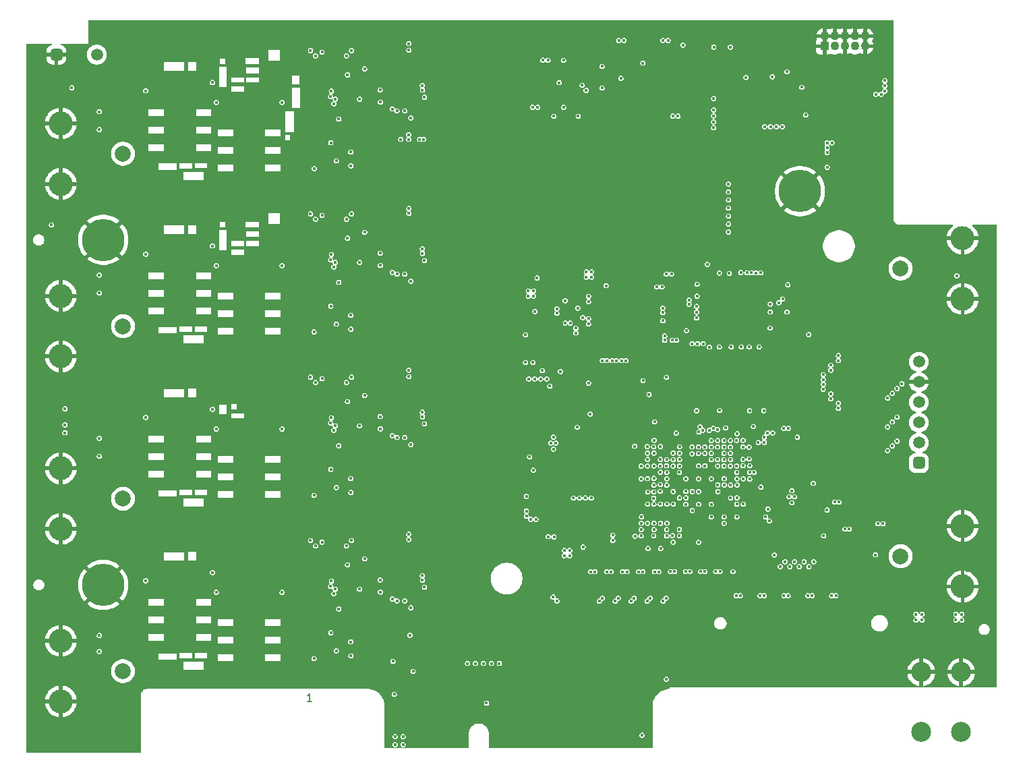
<source format=gbr>
%TF.GenerationSoftware,KiCad,Pcbnew,9.0.3*%
%TF.CreationDate,2025-08-04T19:38:51-04:00*%
%TF.ProjectId,Thunderscope_Rev5.1,5468756e-6465-4727-9363-6f70655f5265,rev?*%
%TF.SameCoordinates,Original*%
%TF.FileFunction,Copper,L2,Inr*%
%TF.FilePolarity,Positive*%
%FSLAX46Y46*%
G04 Gerber Fmt 4.6, Leading zero omitted, Abs format (unit mm)*
G04 Created by KiCad (PCBNEW 9.0.3) date 2025-08-04 19:38:51*
%MOMM*%
%LPD*%
G01*
G04 APERTURE LIST*
G04 Aperture macros list*
%AMRoundRect*
0 Rectangle with rounded corners*
0 $1 Rounding radius*
0 $2 $3 $4 $5 $6 $7 $8 $9 X,Y pos of 4 corners*
0 Add a 4 corners polygon primitive as box body*
4,1,4,$2,$3,$4,$5,$6,$7,$8,$9,$2,$3,0*
0 Add four circle primitives for the rounded corners*
1,1,$1+$1,$2,$3*
1,1,$1+$1,$4,$5*
1,1,$1+$1,$6,$7*
1,1,$1+$1,$8,$9*
0 Add four rect primitives between the rounded corners*
20,1,$1+$1,$2,$3,$4,$5,0*
20,1,$1+$1,$4,$5,$6,$7,0*
20,1,$1+$1,$6,$7,$8,$9,0*
20,1,$1+$1,$8,$9,$2,$3,0*%
G04 Aperture macros list end*
%ADD10C,0.200000*%
%TA.AperFunction,NonConductor*%
%ADD11C,0.200000*%
%TD*%
%TA.AperFunction,ComponentPad*%
%ADD12C,2.000000*%
%TD*%
%TA.AperFunction,ComponentPad*%
%ADD13C,3.000000*%
%TD*%
%TA.AperFunction,ComponentPad*%
%ADD14R,1.090000X1.090000*%
%TD*%
%TA.AperFunction,ComponentPad*%
%ADD15C,1.090000*%
%TD*%
%TA.AperFunction,ComponentPad*%
%ADD16C,2.500000*%
%TD*%
%TA.AperFunction,ComponentPad*%
%ADD17RoundRect,0.375000X-0.375000X-0.375000X0.375000X-0.375000X0.375000X0.375000X-0.375000X0.375000X0*%
%TD*%
%TA.AperFunction,ComponentPad*%
%ADD18C,1.500000*%
%TD*%
%TA.AperFunction,ComponentPad*%
%ADD19C,5.300000*%
%TD*%
%TA.AperFunction,ComponentPad*%
%ADD20RoundRect,0.375000X0.375000X-0.375000X0.375000X0.375000X-0.375000X0.375000X-0.375000X-0.375000X0*%
%TD*%
%TA.AperFunction,ViaPad*%
%ADD21C,0.406400*%
%TD*%
G04 APERTURE END LIST*
D10*
D11*
X123194577Y-143320819D02*
X122623149Y-143320819D01*
X122908863Y-143320819D02*
X122908863Y-142320819D01*
X122908863Y-142320819D02*
X122813625Y-142463676D01*
X122813625Y-142463676D02*
X122718387Y-142558914D01*
X122718387Y-142558914D02*
X122623149Y-142606533D01*
D12*
%TO.N,/CH3/BNC_IN*%
%TO.C,J1002_3*%
X99476095Y-117878600D03*
D13*
%TO.N,GND*%
X91676095Y-121678600D03*
X91676095Y-114078600D03*
%TD*%
D12*
%TO.N,/CH2/BNC_IN*%
%TO.C,J1002_2*%
X99476095Y-96228600D03*
D13*
%TO.N,GND*%
X91676095Y-100028600D03*
X91676095Y-92428600D03*
%TD*%
D12*
%TO.N,/CH4/BNC_IN*%
%TO.C,J1002_4*%
X99476095Y-139528600D03*
D13*
%TO.N,GND*%
X91676095Y-143328600D03*
X91676095Y-135728600D03*
%TD*%
D14*
%TO.N,GND*%
%TO.C,J3*%
X187561095Y-61088600D03*
D15*
X187561095Y-59818600D03*
%TO.N,/TS-PCIe Components/REFINOUT2*%
X188831095Y-61088600D03*
%TO.N,GND*%
X188831095Y-59818600D03*
X190101095Y-61088600D03*
X190101095Y-59818600D03*
%TO.N,/TS-PCIe Components/SYNC2*%
X191371095Y-61088600D03*
%TO.N,GND*%
X191371095Y-59818600D03*
X192641095Y-61088600D03*
X192641095Y-59818600D03*
%TD*%
D12*
%TO.N,/TS-USB4 Components/SYNC1*%
%TO.C,J2*%
X197101095Y-125103600D03*
D13*
%TO.N,GND*%
X204901095Y-121303600D03*
X204901095Y-128903600D03*
%TD*%
D12*
%TO.N,/CH1/BNC_IN*%
%TO.C,J1002_1*%
X99476095Y-74578600D03*
D13*
%TO.N,GND*%
X91676095Y-78378600D03*
X91676095Y-70778600D03*
%TD*%
D16*
%TO.N,GND*%
%TO.C,J11*%
X199701095Y-147153600D03*
X204701095Y-147153600D03*
X199701095Y-139653600D03*
X204701095Y-139653600D03*
%TD*%
D12*
%TO.N,/TS-USB4 Components/REFINOUT1*%
%TO.C,J1*%
X197101095Y-89003600D03*
D13*
%TO.N,GND*%
X204901095Y-85203600D03*
X204901095Y-92803600D03*
%TD*%
D17*
%TO.N,GND*%
%TO.C,J4*%
X91111095Y-62153600D03*
D18*
%TO.N,Net-(J4-Pad2)*%
X96191095Y-62153600D03*
%TD*%
D19*
%TO.N,GND*%
%TO.C,SO2*%
X97001095Y-85403600D03*
%TD*%
D20*
%TO.N,/FPGA/TMS*%
%TO.C,J5*%
X199401095Y-113403600D03*
D18*
%TO.N,/FPGA/TDI*%
X199401095Y-110863600D03*
%TO.N,/FPGA/TDO*%
X199401095Y-108323600D03*
%TO.N,/FPGA/TCK*%
X199401095Y-105783600D03*
%TO.N,GND*%
X199401095Y-103243600D03*
%TO.N,+3V3*%
X199401095Y-100703600D03*
%TD*%
D19*
%TO.N,GND*%
%TO.C,SO1*%
X184476095Y-79278600D03*
%TD*%
%TO.N,GND*%
%TO.C,SO3*%
X97001095Y-128703600D03*
%TD*%
D21*
%TO.N,/ADC/+1V8A*%
X157926095Y-92478600D03*
X167701095Y-89678600D03*
X167251095Y-94528600D03*
X157936658Y-93138081D03*
X168351095Y-89678600D03*
%TO.N,/ADC/+1V8D*%
X167255863Y-95544072D03*
X157926095Y-95283610D03*
X157936658Y-95943091D03*
%TO.N,/VCM*%
X137336695Y-108487379D03*
X137336695Y-128987379D03*
X137336695Y-87987379D03*
X137336695Y-67487379D03*
X160126095Y-91153600D03*
%TO.N,/FPGA/MGT_TX0_N*%
X166745943Y-127047870D03*
%TO.N,/FPGA/MGT_TX0_P*%
X166212543Y-127047870D03*
%TO.N,/FPGA/MGT_TX1_N*%
X164745943Y-127047870D03*
%TO.N,/FPGA/MGT_TX1_P*%
X164212543Y-127047870D03*
%TO.N,/FPGA/MGT_TX2_N*%
X162745943Y-127047870D03*
%TO.N,/FPGA/MGT_TX2_P*%
X162212543Y-127047870D03*
%TO.N,/FPGA/MGT_TX3_N*%
X160745943Y-127047870D03*
%TO.N,/FPGA/MGT_TX3_P*%
X160212543Y-127047870D03*
%TO.N,/Clock Generator/ADC_CLK_R_P*%
X170551844Y-92935280D03*
%TO.N,/Clock Generator/ADC_CLK_R_N*%
X170551844Y-93471900D03*
%TO.N,/ACQ and FE Voltage Regs/+5V_R_PGA*%
X134351095Y-72778600D03*
%TO.N,Net-(U18H-VCCADC_0)*%
X170154535Y-116963600D03*
%TO.N,Net-(U20-FB)*%
X180176095Y-120178600D03*
%TO.N,/CH4/OPA_OUT*%
X126576095Y-131728600D03*
X126276095Y-136978600D03*
%TO.N,/TRIM_1*%
X154796106Y-68753600D03*
X131801095Y-68103600D03*
%TO.N,/TRIM_2*%
X131801095Y-88603600D03*
X151546106Y-68753600D03*
%TO.N,/TRIM_3*%
X150896106Y-68753600D03*
X131801095Y-109103600D03*
%TO.N,/TRIM_4*%
X131801095Y-129603600D03*
X154796106Y-62853600D03*
%TO.N,/CH4/PGA_BIAS*%
X131776095Y-128078600D03*
%TO.N,+2V5*%
X150426095Y-102853600D03*
X151926095Y-102853600D03*
X167731339Y-113753600D03*
X164541095Y-113783600D03*
X168951095Y-109653600D03*
X166169426Y-110553600D03*
X152676095Y-102853600D03*
X166131095Y-117028600D03*
X151176095Y-102853600D03*
X169351095Y-112953600D03*
X163721095Y-111303600D03*
%TO.N,Net-(D1000_1-K)*%
X102333605Y-66677470D03*
%TO.N,/CH4/OUT_R_N*%
X137076095Y-128098600D03*
%TO.N,/CH4/OUT_R_P*%
X137055645Y-127525600D03*
%TO.N,/FPGA/TCK*%
X167771095Y-118547769D03*
%TO.N,/FPGA/TDI*%
X175771095Y-117798800D03*
%TO.N,/FPGA/TMS*%
X176541095Y-118573600D03*
%TO.N,/FPGA/TDO*%
X176571095Y-117773600D03*
%TO.N,AGND*%
X171751095Y-116978600D03*
X170951095Y-116978600D03*
%TO.N,+3V3*%
X172534779Y-111384431D03*
X181051095Y-109617350D03*
X178076095Y-112903600D03*
X157942015Y-103373600D03*
X166931095Y-116943600D03*
X174931095Y-113773600D03*
X194901095Y-121028600D03*
X187451095Y-122528600D03*
X164771095Y-103063600D03*
X180001095Y-110817350D03*
X171501095Y-106828600D03*
X174961095Y-115363600D03*
X194251095Y-121028600D03*
X180401094Y-109617350D03*
X175761095Y-116173600D03*
X174934779Y-110584431D03*
X176591095Y-109733600D03*
X167745388Y-115377893D03*
X178151095Y-106828600D03*
X166226095Y-108228600D03*
X177356802Y-118577893D03*
X174376095Y-106803600D03*
X180001095Y-110167350D03*
X182451095Y-109053600D03*
X183026095Y-109053600D03*
%TO.N,+1V8*%
X166957395Y-116103600D03*
X150126095Y-120078600D03*
X150676095Y-120478600D03*
X172551095Y-113753600D03*
X155551095Y-124378600D03*
X155551095Y-125028600D03*
X169334779Y-114584431D03*
X151326095Y-120478600D03*
X154901095Y-124378600D03*
X154901095Y-125028600D03*
X171751095Y-113753600D03*
X174141095Y-113763600D03*
X150126095Y-119428600D03*
%TO.N,+1V2_MGT*%
X156031076Y-117788599D03*
X158281076Y-117788599D03*
X160976095Y-123128600D03*
X156781076Y-117788599D03*
X165401095Y-124133600D03*
X163769426Y-122582416D03*
X167001095Y-124133601D03*
X157531076Y-117788599D03*
X168481095Y-122513600D03*
X168567411Y-123347769D03*
X160976095Y-122453600D03*
%TO.N,+1V0*%
X182001095Y-126403600D03*
X183201095Y-126403600D03*
X170951095Y-119353600D03*
X171751095Y-118578600D03*
X170151094Y-118578600D03*
X185601095Y-126403600D03*
X183801095Y-125803600D03*
X185001095Y-125803600D03*
X171751095Y-115378600D03*
X173351095Y-120163600D03*
X173351095Y-115378599D03*
X167751095Y-116175160D03*
X182601095Y-125803600D03*
X170151095Y-115378600D03*
X174161095Y-116143600D03*
X169351095Y-117778601D03*
X174171095Y-116993600D03*
X174951093Y-120163600D03*
X184401095Y-126403600D03*
X174951094Y-120963600D03*
X186201095Y-125803600D03*
X168571095Y-118553600D03*
X176551094Y-120163600D03*
X173351095Y-118578600D03*
X170160155Y-117767526D03*
X168551095Y-116978600D03*
%TO.N,+1V0_MGT*%
X166151095Y-120953600D03*
X166967411Y-120963600D03*
X167767411Y-120953600D03*
X165351095Y-120963600D03*
%TO.N,-5V*%
X126151095Y-108728600D03*
X127676095Y-64678600D03*
X123476095Y-137953600D03*
X173631093Y-71333619D03*
X125551095Y-87903600D03*
X125551095Y-67403600D03*
X126151095Y-129228600D03*
X123476095Y-96953600D03*
X125951095Y-109303600D03*
X127676095Y-126178600D03*
X126151095Y-67728600D03*
X123501095Y-76453600D03*
X127676095Y-105678600D03*
X126151095Y-88228600D03*
X173631093Y-69083619D03*
X125551095Y-128903600D03*
X123476095Y-117453600D03*
X125951095Y-129803600D03*
X125551095Y-108403600D03*
X125951095Y-68303600D03*
X173631093Y-69833619D03*
X167273617Y-60368598D03*
X125951095Y-88803600D03*
X167923617Y-60368598D03*
X127676095Y-85178600D03*
X173631093Y-70583619D03*
%TO.N,+VBIAS*%
X129826095Y-84428600D03*
X161991072Y-65113621D03*
X129826095Y-104928600D03*
X129826095Y-63928600D03*
X129826095Y-125428600D03*
%TO.N,+3V3_PGA*%
X137226095Y-72778600D03*
X135626095Y-90578600D03*
X159626095Y-66328600D03*
X135626095Y-111078600D03*
X135626095Y-70078600D03*
X135626095Y-131578600D03*
X159626095Y-63628600D03*
X136716105Y-72778600D03*
X93051095Y-66303600D03*
%TO.N,+1V8APLL*%
X179351095Y-98828600D03*
X178384472Y-89533786D03*
X177101095Y-98828600D03*
X177051095Y-89503600D03*
X174351095Y-89553600D03*
X171501095Y-94453600D03*
X171501095Y-93756043D03*
X174351095Y-98828600D03*
X171501095Y-95203600D03*
X185576095Y-97278600D03*
%TO.N,+5V3*%
X182851095Y-64283600D03*
X195151095Y-65403600D03*
X175741075Y-61193600D03*
%TO.N,-VBIAS*%
X129176095Y-67728600D03*
X129176095Y-88228600D03*
X169783618Y-60938598D03*
X129176095Y-129228600D03*
X129176095Y-108728600D03*
%TO.N,/Front End Trim and Bias/TRIM_SCL*%
X176534779Y-113773600D03*
%TO.N,/Front End Trim and Bias/TRIM_SCL_5V*%
X152846106Y-62853600D03*
X157126095Y-65978600D03*
%TO.N,/Front End Trim and Bias/TRIM_SDA*%
X178171095Y-113743600D03*
%TO.N,/Front End Trim and Bias/TRIM_SDA_5V*%
X152196106Y-62853600D03*
X157626095Y-66628600D03*
%TO.N,Net-(D1000_2-K)*%
X102333605Y-87177470D03*
%TO.N,Net-(D1000_3-K)*%
X102333605Y-107677470D03*
%TO.N,Net-(D1000_4-K)*%
X102333605Y-128177470D03*
%TO.N,/ADC/ADC_CSn*%
X155001095Y-93028600D03*
X177334779Y-110563600D03*
%TO.N,/ADC/ADC_RSTn*%
X156576095Y-93953600D03*
%TO.N,/ADC/ADC_PD*%
X157201095Y-95153600D03*
%TO.N,/FPGA/MGT_RX0_N*%
X174437048Y-127032880D03*
X167741095Y-122553600D03*
%TO.N,/FPGA/MGT_RX0_P*%
X167738595Y-121753600D03*
X173903648Y-127032880D03*
%TO.N,/FPGA/MGT_RX1_N*%
X164528595Y-122553600D03*
X172537048Y-127032880D03*
%TO.N,/FPGA/MGT_RX1_P*%
X172003648Y-127032880D03*
X164538595Y-121753600D03*
%TO.N,/FPGA/MGT_RX2_N*%
X170645943Y-127032880D03*
X166121095Y-122546100D03*
%TO.N,/FPGA/MGT_RX2_P*%
X170112543Y-127032880D03*
X166138595Y-121753600D03*
%TO.N,/FPGA/MGT_RX3_N*%
X168745943Y-127032880D03*
X169338595Y-122536100D03*
%TO.N,/FPGA/MGT_RX3_P*%
X169338595Y-121743600D03*
X168212543Y-127032880D03*
%TO.N,Net-(U7-RSTN)*%
X179551095Y-89528600D03*
%TO.N,/Clock Generator/PLL_RSTn*%
X196676095Y-110653600D03*
X174934779Y-112984431D03*
%TO.N,/FPGA/FPGA IO Banks/PLL_SCL*%
X181826095Y-93278600D03*
X195476095Y-111853600D03*
X176541295Y-114577600D03*
%TO.N,/FPGA/FPGA IO Banks/PLL_SDA*%
X182301095Y-92828600D03*
X176561095Y-115373600D03*
X196076095Y-111253600D03*
%TO.N,+1V8_ACQ*%
X171626095Y-98428600D03*
X172326095Y-98428600D03*
X156336084Y-97078600D03*
X156336084Y-96478600D03*
X155031076Y-95838599D03*
X155631076Y-95838599D03*
X170926095Y-98428600D03*
%TO.N,/Clock Generator/AC0*%
X180751095Y-93453600D03*
%TO.N,/Clock Generator/TEST*%
X180751095Y-94453600D03*
%TO.N,Net-(U18D-INIT_B_0)*%
X176599138Y-116165557D03*
%TO.N,Net-(U18D-PROGRAM_B_0)*%
X174967395Y-116156004D03*
%TO.N,/TERM_1*%
X175501095Y-80378600D03*
X173334779Y-112984431D03*
%TO.N,/TERM_2*%
X175501095Y-84403600D03*
X171731095Y-112201200D03*
%TO.N,/TERM_3*%
X171789883Y-109509900D03*
%TO.N,/TERM_4*%
X178719557Y-114578838D03*
%TO.N,/ATTEN_1*%
X175501095Y-79378600D03*
X174134779Y-110584431D03*
%TO.N,/ATTEN_2*%
X175501095Y-82403600D03*
X173334779Y-111384431D03*
%TO.N,/ATTEN_3*%
X172273578Y-109285050D03*
%TO.N,/ATTEN_4*%
X178171095Y-115413600D03*
%TO.N,/PGA_CSn_1*%
X133301095Y-68963600D03*
X174934779Y-111384431D03*
X195476095Y-105253600D03*
%TO.N,/PGA_CSn_2*%
X133301095Y-89463600D03*
X173334779Y-110584431D03*
X175501095Y-81403600D03*
%TO.N,/PGA_CSn_3*%
X175734779Y-110584431D03*
X133301095Y-109963600D03*
%TO.N,/PGA_CSn_4*%
X177371095Y-115383600D03*
X133301095Y-130463600D03*
%TO.N,/CH4/BUF_R_BIAS*%
X125649385Y-128226890D03*
%TO.N,/DC_CPL_1*%
X175501095Y-78378600D03*
X125576095Y-73203600D03*
X174134779Y-111384431D03*
%TO.N,/DC_CPL_2*%
X173334779Y-112184431D03*
X125576095Y-93703600D03*
X175501095Y-83403600D03*
%TO.N,/DC_CPL_3*%
X174144695Y-109200212D03*
X125576095Y-114203600D03*
%TO.N,/DC_CPL_4*%
X125576095Y-134703600D03*
X178151183Y-114585200D03*
%TO.N,/ADC/ADC_SDATA*%
X153951095Y-94053600D03*
X175734779Y-111384431D03*
%TO.N,/ADC/ADC_SCLK*%
X177331095Y-111383600D03*
X153951095Y-94608403D03*
%TO.N,GND*%
X150266100Y-110153599D03*
X206126095Y-90903600D03*
X133626095Y-133878600D03*
X140126095Y-120903600D03*
X166951095Y-117763600D03*
X171301095Y-130353600D03*
X113081095Y-75266100D03*
X106961095Y-131603600D03*
X192126095Y-86903600D03*
X170126095Y-68903600D03*
X195391095Y-122873600D03*
X156726095Y-141753600D03*
X166932764Y-121753600D03*
X126715705Y-140403600D03*
X152556076Y-123343599D03*
X188126095Y-80903600D03*
X99751096Y-79553600D03*
X162911073Y-66428600D03*
X122031095Y-122103590D03*
X101451095Y-69753590D03*
X144126095Y-76903600D03*
X89751095Y-83253600D03*
X148326095Y-88903600D03*
X144926095Y-121903600D03*
X164401070Y-60943600D03*
X205126095Y-89903600D03*
X185976095Y-137728600D03*
X146126095Y-116903600D03*
X108886115Y-128471700D03*
X192126095Y-90903600D03*
X90251095Y-105553600D03*
X130615705Y-118403600D03*
X96751095Y-124053600D03*
X155751074Y-60053600D03*
X131126095Y-134353600D03*
X108876105Y-95438610D03*
X108091095Y-135328600D03*
X170151095Y-114553600D03*
X179126095Y-75903600D03*
X134376095Y-120653600D03*
X139501095Y-67253600D03*
X145126095Y-117903600D03*
X144326095Y-88903600D03*
X89751095Y-133053600D03*
X158126095Y-68728600D03*
X106751050Y-59053600D03*
X158626095Y-65403600D03*
X207126095Y-115903600D03*
X193026095Y-87803600D03*
X163126095Y-71903600D03*
X117326105Y-110553590D03*
X91751096Y-85853620D03*
X92751096Y-94553600D03*
X123511105Y-116518600D03*
X116801095Y-103033600D03*
X159426095Y-85903600D03*
X156126095Y-84903600D03*
X146751070Y-59053600D03*
X177201095Y-106828600D03*
X138126095Y-133353600D03*
X152076095Y-114203600D03*
X174134779Y-112184431D03*
X104376105Y-136428600D03*
X194376095Y-70903600D03*
X98751096Y-98553600D03*
X108091095Y-73828600D03*
X102749095Y-104603600D03*
X131801095Y-124728600D03*
X99751096Y-143053600D03*
X165248619Y-60943598D03*
X153076095Y-138503600D03*
X141126095Y-99903600D03*
X200413413Y-124229630D03*
X142126095Y-141353600D03*
X92401095Y-64753600D03*
X108781095Y-81103590D03*
X89501095Y-115053600D03*
X92751095Y-126053600D03*
X208751095Y-126803600D03*
X147326095Y-121903600D03*
X180552598Y-130051806D03*
X91751095Y-75753600D03*
X137051095Y-104753600D03*
X134376095Y-86828600D03*
X202501095Y-103503600D03*
X158526095Y-142053600D03*
X166921095Y-122549707D03*
X186126095Y-72903600D03*
X122001095Y-131028600D03*
X148126095Y-78903600D03*
X142126095Y-72903600D03*
X150776095Y-129903600D03*
X194026095Y-117528600D03*
X125001095Y-63828590D03*
X202126095Y-86903600D03*
X126713695Y-101598380D03*
X133376095Y-111653600D03*
X90512500Y-87292196D03*
X184426095Y-94253600D03*
X100401095Y-136703600D03*
X139151096Y-135978600D03*
X97751046Y-58053600D03*
X168863629Y-60938598D03*
X106961095Y-87603600D03*
X146126095Y-133353600D03*
X153291095Y-107353600D03*
X94751095Y-120053600D03*
X104051095Y-140403600D03*
X99751095Y-103053600D03*
X112921095Y-83953600D03*
X92751095Y-140053600D03*
X123283705Y-99398390D03*
X196126095Y-84903600D03*
X120141005Y-126853600D03*
X139151096Y-135328600D03*
X120783695Y-78898390D03*
X166473619Y-60368598D03*
X182476095Y-106828600D03*
X115621095Y-91163600D03*
X111581085Y-77466100D03*
X133286485Y-71803600D03*
X159344387Y-100127183D03*
X123511105Y-96018600D03*
X147026095Y-73903600D03*
X169126095Y-79903600D03*
X159926095Y-84903600D03*
X166126095Y-66903600D03*
X173101095Y-137753600D03*
X99751095Y-99403600D03*
X89751095Y-89553600D03*
X171376095Y-127032880D03*
X140126095Y-64903600D03*
X116871095Y-85253600D03*
X130611095Y-90253590D03*
X145326095Y-83903600D03*
X179126095Y-77903600D03*
X160926095Y-85880615D03*
X145126095Y-65903600D03*
X188126095Y-88903600D03*
X89751095Y-125053600D03*
X182126095Y-74903600D03*
X108901095Y-82348602D03*
X173267200Y-127032880D03*
X135651095Y-148753600D03*
X163767411Y-118547769D03*
X208751095Y-140803600D03*
X151026095Y-77903600D03*
X120781095Y-122103590D03*
X207126095Y-87903600D03*
X102826105Y-77378600D03*
X133376095Y-117653600D03*
X92751096Y-96553600D03*
X120141005Y-84603600D03*
X137576095Y-99453600D03*
X153501095Y-62853600D03*
X190126095Y-82903600D03*
X117581125Y-77466100D03*
X163169145Y-95228600D03*
X157176095Y-130103600D03*
X117501095Y-93353600D03*
X109726095Y-103103382D03*
X91751095Y-87553600D03*
X124026095Y-127878610D03*
X178126095Y-68903600D03*
X161126095Y-69903600D03*
X96751096Y-96553600D03*
X123281105Y-101603590D03*
X121426095Y-82803600D03*
X129313695Y-81098380D03*
X99751095Y-121053600D03*
X106401095Y-103098380D03*
X133286485Y-74303600D03*
X160726095Y-137753600D03*
X187909592Y-130051806D03*
X199148682Y-117503600D03*
X89501095Y-69803600D03*
X119071095Y-105753600D03*
X117283705Y-78898390D03*
X191126095Y-87903600D03*
X153331076Y-120578599D03*
X173101095Y-139003600D03*
X144326095Y-124903600D03*
X129101105Y-102628590D03*
X206826095Y-97353600D03*
X131726095Y-75103600D03*
X142326095Y-126903600D03*
X200126095Y-90903600D03*
X115416105Y-128733600D03*
X113081095Y-134541100D03*
X188126095Y-94903600D03*
X99751095Y-123053600D03*
X126715705Y-78903600D03*
X140126095Y-114903600D03*
X106961095Y-110103600D03*
X182126095Y-88903600D03*
X91751095Y-95553600D03*
X170176095Y-120963600D03*
X116031095Y-60603590D03*
X102736145Y-85628600D03*
X193476095Y-120278600D03*
X114581105Y-116266100D03*
X104376105Y-70503600D03*
X172126095Y-82903600D03*
X150126095Y-126903600D03*
X133376095Y-97353600D03*
X96751096Y-76553600D03*
X100751098Y-144053600D03*
X172551096Y-118578600D03*
X164401070Y-61593600D03*
X124151095Y-114553600D03*
X159226095Y-136753600D03*
X106961095Y-70103600D03*
X119071095Y-104543600D03*
X206413413Y-132229630D03*
X131726095Y-76603600D03*
X185751089Y-60053600D03*
X107401095Y-62483600D03*
X199413413Y-129429630D03*
X151126095Y-132353600D03*
X124151095Y-74253600D03*
X106651105Y-94303600D03*
X112621095Y-62043600D03*
X180091095Y-100828600D03*
X148126095Y-98903600D03*
X104376105Y-134203600D03*
X170951095Y-118553600D03*
X115216095Y-61458610D03*
X170126095Y-66903600D03*
X105876115Y-134203600D03*
X125001095Y-84328590D03*
X192276095Y-133628600D03*
X153006076Y-99003599D03*
X174151095Y-115378600D03*
X154126095Y-78903600D03*
X165126095Y-73903600D03*
X192026095Y-82903600D03*
X177358597Y-120176100D03*
X107521095Y-66253600D03*
X98751095Y-114053600D03*
X136551095Y-90604200D03*
X121426095Y-62303600D03*
X105876115Y-113703600D03*
X164126095Y-72903600D03*
X119106095Y-112091100D03*
X191051095Y-106328600D03*
X201413413Y-123229630D03*
X174138595Y-117766100D03*
X147126095Y-67903600D03*
X98751096Y-76553600D03*
X105101095Y-139477480D03*
X171126095Y-79903600D03*
X208751095Y-86803600D03*
X104376105Y-91003600D03*
X184126095Y-82903600D03*
X188126095Y-82903600D03*
X109751052Y-58053600D03*
X105876115Y-91003600D03*
X109116025Y-126578600D03*
X113891095Y-126213600D03*
X134376095Y-116653600D03*
X194126095Y-98903600D03*
X149126095Y-89903600D03*
X96751095Y-136053600D03*
X132376095Y-114653600D03*
X91751095Y-140653600D03*
X194751094Y-61053600D03*
X136751065Y-59053600D03*
X120783695Y-140398390D03*
X107401095Y-82983600D03*
X120141085Y-76291100D03*
X151026095Y-145653600D03*
X148126095Y-106903600D03*
X179126095Y-71903600D03*
X152126095Y-72903600D03*
X110176095Y-63603600D03*
X120651095Y-95378600D03*
X168676095Y-136553600D03*
X191751093Y-58053600D03*
X88751095Y-98553600D03*
X128013695Y-101598380D03*
X88751095Y-96553600D03*
X143026095Y-87903600D03*
X180126095Y-86903600D03*
X146326095Y-122903600D03*
X117971095Y-104543600D03*
X147126095Y-63903600D03*
X161326095Y-83903600D03*
X156751075Y-59053600D03*
X106651105Y-92078600D03*
X91751095Y-67753600D03*
X164326095Y-82903600D03*
X110033695Y-119898390D03*
X147026095Y-83903600D03*
X137701095Y-137428600D03*
X120651095Y-74878600D03*
X145126095Y-79903600D03*
X124151095Y-94753600D03*
X94751096Y-82553600D03*
X94751095Y-116053600D03*
X116081115Y-138966100D03*
X126726095Y-123328600D03*
X155576095Y-138503600D03*
X141126095Y-97903600D03*
X207626095Y-139803600D03*
X106961095Y-129603600D03*
X133926095Y-143553600D03*
X131726095Y-111653600D03*
X187126095Y-73903600D03*
X97751096Y-91553600D03*
X87751095Y-81753600D03*
X208753000Y-133303600D03*
X114783695Y-99398390D03*
X171126095Y-73903600D03*
X149026095Y-85903600D03*
X147126095Y-130103600D03*
X188126095Y-78903600D03*
X98751045Y-61053601D03*
X98751095Y-110053600D03*
X130611095Y-132503600D03*
X100023887Y-69853600D03*
X191926095Y-76903600D03*
X175761095Y-102028600D03*
X95751099Y-149053600D03*
X94751095Y-138053600D03*
X120141005Y-103853600D03*
X92751095Y-138053600D03*
X201413413Y-131229630D03*
X109201095Y-84103600D03*
X94751096Y-70553600D03*
X146026095Y-72903600D03*
X130611095Y-71003600D03*
X105151095Y-114803600D03*
X133376095Y-65328600D03*
X170126095Y-70903600D03*
X185126095Y-60903600D03*
X152326095Y-76903600D03*
X120141005Y-123103600D03*
X127551095Y-65928600D03*
X149126095Y-71903600D03*
X142126095Y-96903600D03*
X200551095Y-109603600D03*
X170126095Y-64903600D03*
X145751070Y-58053600D03*
X133751064Y-58053600D03*
X148126095Y-108903600D03*
X102736145Y-106128600D03*
X139401095Y-68453600D03*
X135815705Y-140403600D03*
X165361095Y-121763600D03*
X123501095Y-75528600D03*
X162976095Y-107398600D03*
X98251095Y-64253600D03*
X132926095Y-134553600D03*
X114606095Y-62068610D03*
X91751095Y-119053600D03*
X91751095Y-83553600D03*
X160576095Y-104728600D03*
X184826095Y-89603600D03*
X119106095Y-91591100D03*
X130615705Y-119903600D03*
X178126095Y-74903600D03*
X140051095Y-139953600D03*
X155626095Y-65903600D03*
X155126095Y-81903600D03*
X129758245Y-104285730D03*
X154126095Y-72903600D03*
X184431095Y-103228600D03*
X152326095Y-137453600D03*
X193476095Y-123103600D03*
X140901095Y-147753600D03*
X118596065Y-72841100D03*
X197276095Y-102853600D03*
X151126095Y-63903600D03*
X195851095Y-62053600D03*
X192476095Y-134728600D03*
X174921095Y-63178600D03*
X141126095Y-111903600D03*
X104331115Y-85616100D03*
X169126095Y-77903600D03*
X137051095Y-125253600D03*
X151751073Y-58053600D03*
X161126095Y-71903600D03*
X116801095Y-62033600D03*
X156326095Y-133453600D03*
X196076095Y-110653600D03*
X172226095Y-63618600D03*
X163611095Y-62513600D03*
X135376095Y-127828600D03*
X139126095Y-75903600D03*
X201413413Y-127229630D03*
X184751089Y-59053600D03*
X90751095Y-138053600D03*
X87751095Y-129703600D03*
X119466096Y-127286101D03*
X131726095Y-113653600D03*
X160526095Y-135503600D03*
X102749095Y-84103600D03*
X164126095Y-74903600D03*
X177126095Y-73903600D03*
X135376095Y-79853600D03*
X192026095Y-78903600D03*
X104049095Y-62098380D03*
X176126095Y-76903600D03*
X187879295Y-102028924D03*
X91751095Y-65753600D03*
X132126095Y-135353600D03*
X195126095Y-99903600D03*
X89551095Y-61753600D03*
X108901095Y-82988602D03*
X101451095Y-149053600D03*
X119071095Y-84043600D03*
X89501095Y-77753600D03*
X194376095Y-82903600D03*
X117516094Y-65781099D03*
X101475276Y-147048212D03*
X88751095Y-94553600D03*
X152126095Y-84903600D03*
X207126095Y-107903600D03*
X147326095Y-81903600D03*
X182526095Y-134803600D03*
X155326095Y-134453600D03*
X144126095Y-102903600D03*
X112921095Y-104453600D03*
X189126095Y-95903600D03*
X189126095Y-89903600D03*
X187976095Y-135728600D03*
X189026095Y-91803600D03*
X134376095Y-98353600D03*
X115986125Y-134028610D03*
X201126095Y-91903600D03*
X90751095Y-88553600D03*
X187126095Y-65903600D03*
X90751095Y-140053600D03*
X182751088Y-59053600D03*
X148126095Y-68903600D03*
X194376095Y-80903600D03*
X183526095Y-133803600D03*
X154751074Y-59053600D03*
X146126095Y-108903600D03*
X90751095Y-145653600D03*
X191276095Y-116428600D03*
X161776095Y-106013600D03*
X198526095Y-124103600D03*
X105951085Y-77977480D03*
X172541095Y-123373601D03*
X163126095Y-73903600D03*
X167476095Y-127047870D03*
X110176095Y-84103600D03*
X131776095Y-87853600D03*
X192026095Y-88803600D03*
X93751095Y-144653600D03*
X160555777Y-100127183D03*
X130615705Y-135753600D03*
X107521095Y-85591100D03*
X115081095Y-107073600D03*
X174941095Y-123353600D03*
X163226095Y-77903600D03*
X98751095Y-106053600D03*
X111581085Y-118466100D03*
X88751095Y-104553600D03*
X104051095Y-78903600D03*
X196076095Y-114203600D03*
X208751095Y-128803600D03*
X135376095Y-65328600D03*
X111581085Y-136766100D03*
X105349095Y-82598380D03*
X132376095Y-112653600D03*
X187226095Y-129153600D03*
X101451095Y-138903600D03*
X120783695Y-99398390D03*
X175126095Y-75903600D03*
X137576095Y-115453600D03*
X119091095Y-88103600D03*
X185126095Y-83903600D03*
X161626095Y-143378600D03*
X207326095Y-119903600D03*
X130613695Y-122098380D03*
X175901095Y-69903600D03*
X108781095Y-60603590D03*
X162126095Y-70903600D03*
X166483597Y-68638600D03*
X191126095Y-95903600D03*
X153126095Y-81903600D03*
X87751095Y-69753600D03*
X103551095Y-76253600D03*
X167126095Y-77903600D03*
X156026095Y-144503600D03*
X123676095Y-108753600D03*
X111281105Y-101603590D03*
X112621095Y-103043600D03*
X188626095Y-123153600D03*
X116871095Y-104543600D03*
X89751095Y-79553600D03*
X199308587Y-122429630D03*
X104376105Y-74928600D03*
X140901095Y-143353600D03*
X113081095Y-73041100D03*
X172126095Y-66903600D03*
X187126095Y-83903600D03*
X180191100Y-118392349D03*
X106651105Y-73803600D03*
X106201095Y-127753600D03*
X199887515Y-120954234D03*
X120141005Y-106353600D03*
X131801095Y-81828600D03*
X197951095Y-103888600D03*
X165169145Y-93228600D03*
X113741095Y-103733600D03*
X112621095Y-82543600D03*
X87751095Y-67753600D03*
X185826095Y-88603600D03*
X143126095Y-65903600D03*
X108751051Y-59053600D03*
X208751095Y-84803600D03*
X204576095Y-108303600D03*
X102749095Y-60598380D03*
X109201095Y-104603600D03*
X188976095Y-134728600D03*
X106651105Y-133078600D03*
X142751068Y-59053600D03*
X102826105Y-138878600D03*
X203413413Y-123229630D03*
X190026095Y-90803600D03*
X105876115Y-95428600D03*
X208751095Y-104803600D03*
X140126095Y-116903600D03*
X110121095Y-134213600D03*
X141126095Y-79903600D03*
X87751095Y-73753600D03*
X145126095Y-101903600D03*
X111401095Y-82543600D03*
X99751096Y-91553600D03*
X97751096Y-97553600D03*
X106401095Y-123598380D03*
X110121095Y-113713600D03*
X186976095Y-134728600D03*
X155626095Y-67403600D03*
X96751096Y-98553600D03*
X155026095Y-132253600D03*
X158681076Y-119628599D03*
X140301096Y-135978600D03*
X116801095Y-82533600D03*
X207126095Y-89903600D03*
X162169145Y-96228600D03*
X111151095Y-127703600D03*
X141126095Y-95903600D03*
X188626095Y-121903600D03*
X125601095Y-105428590D03*
X175761095Y-105628600D03*
X131726095Y-77903600D03*
X122031095Y-60603590D03*
X109701095Y-132003600D03*
X135376095Y-126828600D03*
X92751095Y-130053600D03*
X184851095Y-97253600D03*
X147126095Y-79903600D03*
X114606095Y-82568610D03*
X137051095Y-63753600D03*
X140126095Y-102903600D03*
X183751088Y-60053600D03*
X191726095Y-118528600D03*
X180091095Y-104428600D03*
X96751095Y-116053600D03*
X90751095Y-124053600D03*
X184126095Y-84903600D03*
X138351095Y-135328600D03*
X130615705Y-97903600D03*
X170163595Y-120166100D03*
X163401071Y-64003600D03*
X139126095Y-95903600D03*
X101451095Y-110753590D03*
X169126095Y-71903600D03*
X177126095Y-72103600D03*
X141751068Y-58053600D03*
X160126095Y-62903600D03*
X150901095Y-123578600D03*
X189126095Y-77903600D03*
X199126095Y-96078600D03*
X96751096Y-100553600D03*
X184126095Y-86903600D03*
X145701095Y-148753600D03*
X192011095Y-130103600D03*
X114581105Y-136766100D03*
X94751095Y-132053600D03*
X128013695Y-122098380D03*
X134376095Y-118653600D03*
X139381665Y-85987320D03*
X142126095Y-74903600D03*
X130615705Y-78903600D03*
X134501095Y-133878600D03*
X162126095Y-74903600D03*
X154026095Y-147053600D03*
X184431095Y-100828600D03*
X155126095Y-75903600D03*
X98751095Y-104053600D03*
X144126095Y-64903600D03*
X175126095Y-72103600D03*
X91751095Y-133053600D03*
X175751084Y-60053600D03*
X111401095Y-103043600D03*
X159476095Y-127047870D03*
X105926085Y-65103600D03*
X141126095Y-63903600D03*
X95701095Y-66953600D03*
X117283705Y-119898390D03*
X189801095Y-65178600D03*
X161726095Y-115503600D03*
X146126095Y-104903600D03*
X176956072Y-66093599D03*
X110031095Y-60603590D03*
X101449095Y-125098380D03*
X139381665Y-84787320D03*
X191976095Y-136728600D03*
X204576095Y-115803600D03*
X134376095Y-108328600D03*
X109551095Y-129603600D03*
X166963971Y-119363600D03*
X168126095Y-80903600D03*
X158681076Y-120953599D03*
X188829295Y-100832599D03*
X133865705Y-141403600D03*
X111151095Y-84103600D03*
X90512500Y-130592196D03*
X135376095Y-128828600D03*
X136401095Y-147753600D03*
X88751095Y-76753600D03*
X142126095Y-112903600D03*
X120781095Y-81103590D03*
X168751081Y-59053600D03*
X117971095Y-63543600D03*
X169751082Y-58053600D03*
X184326095Y-98399601D03*
X137576095Y-101453600D03*
X144126095Y-94903600D03*
X139126095Y-77903600D03*
X197571269Y-119803600D03*
X148026095Y-143003600D03*
X175167200Y-127032880D03*
X148126095Y-94903600D03*
X104049095Y-104603600D03*
X115216095Y-102458610D03*
X129776105Y-62303590D03*
X142126095Y-116903600D03*
X157951095Y-96603600D03*
X109881096Y-108213600D03*
X194851095Y-116428600D03*
X173201095Y-131703600D03*
X163426095Y-87903600D03*
X173751084Y-58053600D03*
X111201095Y-87713600D03*
X194151095Y-112478600D03*
X119176095Y-75253600D03*
X111751053Y-58053600D03*
X102876095Y-95428600D03*
X163836118Y-129837363D03*
X146326095Y-82903600D03*
X148776095Y-131903600D03*
X92751096Y-82553600D03*
X114751054Y-59053600D03*
X135376095Y-115653600D03*
X173908095Y-96403590D03*
X135326095Y-133878600D03*
X196676095Y-103453600D03*
X156176095Y-148453600D03*
X208751095Y-100803600D03*
X101451095Y-89003590D03*
X153126095Y-75903600D03*
X130613695Y-123598380D03*
X170776095Y-94128600D03*
X169524208Y-98003600D03*
X136126095Y-133353600D03*
X122001105Y-71913610D03*
X98601095Y-67753600D03*
X112751053Y-59053600D03*
X144126095Y-72903600D03*
X115416105Y-87733600D03*
X188976095Y-132728600D03*
X90751095Y-80553600D03*
X170226095Y-98428600D03*
X201413413Y-125229630D03*
X187926095Y-90703600D03*
X90751095Y-102553600D03*
X197078508Y-116420227D03*
X142126095Y-64903600D03*
X197701095Y-117503600D03*
X151126095Y-134353600D03*
X150076095Y-141503600D03*
X101449095Y-122098380D03*
X155726095Y-129853600D03*
X145126095Y-131903600D03*
X199413413Y-131229630D03*
X102751095Y-119903600D03*
X175008045Y-93103590D03*
X129776105Y-103303590D03*
X89751095Y-101553600D03*
X92751095Y-124053600D03*
X89751095Y-87553600D03*
X181126095Y-73903600D03*
X177126095Y-83903600D03*
X191476095Y-109528600D03*
X198126095Y-84903600D03*
X163926095Y-80903600D03*
X167676095Y-135403600D03*
X176476095Y-137731100D03*
X194413413Y-132229630D03*
X171126095Y-69903600D03*
X116801095Y-128733600D03*
X102876095Y-93203600D03*
X110176095Y-104603600D03*
X143126095Y-113903600D03*
X135376095Y-86828600D03*
X143126095Y-107903600D03*
X181909592Y-130053600D03*
X119091115Y-131059200D03*
X189126095Y-79903600D03*
X195476095Y-111253600D03*
X139381665Y-64287320D03*
X192751095Y-114203600D03*
X154951095Y-109203600D03*
X128751061Y-59053600D03*
X110601095Y-96803600D03*
X149731095Y-101423600D03*
X187879295Y-103228276D03*
X142126095Y-94903600D03*
X168601095Y-124133601D03*
X112921095Y-63453600D03*
X162051095Y-137053600D03*
X131726095Y-115653600D03*
X180126095Y-134903600D03*
X173401095Y-106828600D03*
X94751095Y-126053600D03*
X139126095Y-111903600D03*
X147126095Y-125703600D03*
X157526095Y-143053600D03*
X122001095Y-90028600D03*
X173126095Y-83903600D03*
X178126095Y-78903600D03*
X141126095Y-129903600D03*
X174126095Y-76903600D03*
X117321095Y-70553600D03*
X96751096Y-74553600D03*
X175231072Y-64418599D03*
X172551095Y-115378600D03*
X188151095Y-62203600D03*
X171431095Y-105628600D03*
X131726095Y-93353600D03*
X105876115Y-136428600D03*
X190976095Y-137728600D03*
X172126095Y-68903600D03*
X143126095Y-77903600D03*
X94751096Y-74553600D03*
X157482391Y-127047870D03*
X196413413Y-130229630D03*
X146126095Y-134353600D03*
X200551095Y-112138600D03*
X180091095Y-105628600D03*
X174991095Y-118553600D03*
X172126095Y-78903600D03*
X165126095Y-75903600D03*
X105951085Y-118977480D03*
X207126095Y-91903600D03*
X141126095Y-121903600D03*
X183751089Y-58053600D03*
X169126095Y-83903600D03*
X129315705Y-140403600D03*
X87751095Y-95553600D03*
X139126095Y-123903600D03*
X102876095Y-134203600D03*
X94751096Y-88553600D03*
X116191095Y-61423600D03*
X129776105Y-123803590D03*
X191476095Y-135728600D03*
X130613695Y-104228600D03*
X107751051Y-58053600D03*
X179490228Y-137731100D03*
X127026095Y-107378600D03*
X97751098Y-145053600D03*
X179126095Y-73903600D03*
X152126095Y-74903600D03*
X87751095Y-149503600D03*
X186552598Y-130053600D03*
X126726095Y-102828600D03*
X149076095Y-142503600D03*
X135876095Y-125203600D03*
X110376095Y-136428600D03*
X168126095Y-84903600D03*
X146026095Y-84903600D03*
X140126095Y-92903600D03*
X158681076Y-122278599D03*
X184901095Y-115092350D03*
X96751095Y-112053600D03*
X104251095Y-139477480D03*
X155681095Y-120953600D03*
X104049095Y-103098380D03*
X109116025Y-106078600D03*
X105349095Y-103098380D03*
X159126095Y-69903600D03*
X164126095Y-76903600D03*
X202126095Y-90903600D03*
X183126095Y-87903600D03*
X197951095Y-101348600D03*
X150026095Y-137253600D03*
X159726095Y-138753600D03*
X169126095Y-85903600D03*
X157126095Y-79903600D03*
X108783695Y-99398390D03*
X176108045Y-94203590D03*
X89501095Y-135053600D03*
X194376095Y-78903600D03*
X137576095Y-95453600D03*
X91751095Y-105553600D03*
X114606095Y-103068610D03*
X151651095Y-148753600D03*
X207176095Y-111853600D03*
X165126095Y-77903600D03*
X135376095Y-87828600D03*
X112011095Y-102433600D03*
X111581085Y-73041100D03*
X137576095Y-117453600D03*
X133376095Y-126828600D03*
X167126095Y-75903600D03*
X195544754Y-121004115D03*
X196701095Y-113124601D03*
X116081115Y-116266100D03*
X184901095Y-115942350D03*
X169476095Y-91753600D03*
X144126095Y-134353600D03*
X108301105Y-131578600D03*
X111581085Y-114041100D03*
X87751095Y-147053600D03*
X137751066Y-58053600D03*
X134376095Y-78853600D03*
X184526095Y-92503600D03*
X104051095Y-119903600D03*
X127551095Y-106928600D03*
X134376095Y-65328600D03*
X144126095Y-145653600D03*
X133326095Y-79853600D03*
X131801095Y-104228600D03*
X158101095Y-106678600D03*
X97751095Y-135053600D03*
X151076095Y-140503600D03*
X154576095Y-139503600D03*
X88751095Y-92553600D03*
X144126095Y-143353600D03*
X182651095Y-68028600D03*
X192126095Y-92903600D03*
X90751095Y-66553600D03*
X158026095Y-147053600D03*
X144751069Y-59053600D03*
X196126095Y-94903600D03*
X199901095Y-116386973D03*
X135376095Y-95353600D03*
X171126095Y-85903600D03*
X124151095Y-115253600D03*
X172226095Y-64268600D03*
X179126095Y-63903600D03*
X163116072Y-131269837D03*
X146126095Y-64903600D03*
X185726095Y-129153600D03*
X116801095Y-67233600D03*
X189651095Y-116428600D03*
X195851095Y-58053600D03*
X148126095Y-110903600D03*
X156076095Y-135503600D03*
X110031095Y-81103590D03*
X156026095Y-143053600D03*
X111151095Y-107203600D03*
X90751095Y-73053600D03*
X160126095Y-76903600D03*
X154101095Y-120953600D03*
X165576095Y-95353600D03*
X160026095Y-147053600D03*
X148126095Y-64903600D03*
X192601095Y-111153600D03*
X133215705Y-140403600D03*
X160626095Y-144378600D03*
X160126095Y-74903600D03*
X178308095Y-94203590D03*
X175126095Y-85903600D03*
X130613695Y-83728600D03*
X92751096Y-68553600D03*
X194126095Y-100903600D03*
X208751095Y-108803600D03*
X137576095Y-119453600D03*
X130611095Y-130003580D03*
X176956072Y-66743599D03*
X171751083Y-58053600D03*
X99751045Y-62053601D03*
X87749134Y-132256334D03*
X89401095Y-143053600D03*
X101449095Y-106098380D03*
X165276095Y-83903600D03*
X105151095Y-135303600D03*
X125001095Y-106028590D03*
X146026095Y-88903600D03*
X116816115Y-109777300D03*
X88751095Y-100553600D03*
X171431095Y-102028600D03*
X153126095Y-73903600D03*
X208751095Y-112803600D03*
X115621095Y-70663600D03*
X119176095Y-138966100D03*
X162751078Y-59053600D03*
X139151095Y-139343600D03*
X98751096Y-90553600D03*
X87751095Y-79753600D03*
X203413413Y-127229630D03*
X204576095Y-103803600D03*
X142326095Y-106903600D03*
X125601095Y-125928590D03*
X89751095Y-111053600D03*
X108901095Y-123988602D03*
X195851095Y-64053600D03*
X97651095Y-67853600D03*
X143326095Y-105903600D03*
X160026095Y-145653600D03*
X150126095Y-62903600D03*
X149026095Y-147053600D03*
X145126095Y-103903600D03*
X108886115Y-66971700D03*
X114581105Y-93541100D03*
X157126095Y-85903600D03*
X104049095Y-122098380D03*
X119176095Y-97966100D03*
X162926095Y-79903600D03*
X112621095Y-123543600D03*
X113891095Y-64713600D03*
X94751095Y-122053600D03*
X157126095Y-75903600D03*
X204576095Y-105303600D03*
X109201095Y-125103600D03*
X150126095Y-72903600D03*
X172821095Y-63063600D03*
X163401071Y-65643600D03*
X161476095Y-127047870D03*
X116871095Y-86463600D03*
X192126095Y-98903600D03*
X162427467Y-123555509D03*
X141126095Y-75903600D03*
X150101095Y-124378600D03*
X89751095Y-73753600D03*
X173126095Y-87903600D03*
X145126095Y-105903600D03*
X139126095Y-103903600D03*
X130615705Y-99403600D03*
X170201095Y-122503600D03*
X102736145Y-65128600D03*
X146126095Y-76903600D03*
X181151095Y-68028600D03*
X151026095Y-144253600D03*
X135401095Y-75103600D03*
X204413413Y-124229630D03*
X105351095Y-119903600D03*
X204301095Y-118253600D03*
X129101105Y-61628590D03*
X88751095Y-112053600D03*
X121443955Y-124785740D03*
X101449095Y-104598380D03*
X171126095Y-81903600D03*
X162026095Y-82903600D03*
X168126095Y-82903600D03*
X101451095Y-145053600D03*
X165276095Y-87903600D03*
X196076095Y-107653600D03*
X165116072Y-131269837D03*
X98751095Y-134053600D03*
X175761095Y-120158599D03*
X105349095Y-62098380D03*
X134376095Y-87828600D03*
X165751098Y-147053600D03*
X187126095Y-67903600D03*
X122031095Y-101603590D03*
X176151095Y-78903600D03*
X93751095Y-63753600D03*
X187976095Y-133728600D03*
X101449095Y-85598380D03*
X88751095Y-80753600D03*
X100401095Y-132053600D03*
X87751095Y-121053600D03*
X140126095Y-98903600D03*
X160576095Y-107398600D03*
X207126095Y-93903600D03*
X125001095Y-125328590D03*
X161426095Y-87903600D03*
X143126095Y-111903600D03*
X99751096Y-77553600D03*
X110301095Y-85573600D03*
X175126095Y-83903600D03*
X156131076Y-100478600D03*
X129176095Y-73003600D03*
X129176095Y-134503600D03*
X184431095Y-104428600D03*
X145126095Y-97903600D03*
X96751095Y-138053600D03*
X92751095Y-128053600D03*
X197413413Y-123229630D03*
X178126095Y-72903600D03*
X101451095Y-130003590D03*
X183191095Y-114042350D03*
X115986125Y-133028610D03*
X90512500Y-126803600D03*
X170951095Y-113753600D03*
X119466095Y-86926101D03*
X148126095Y-114903600D03*
X110576095Y-62103382D03*
X110081075Y-118466100D03*
X99751047Y-58053600D03*
X174751084Y-59053600D03*
X159126095Y-81903600D03*
X200551095Y-114578600D03*
X92751095Y-133553600D03*
X131801095Y-63228600D03*
X169367410Y-120947769D03*
X141126095Y-101903600D03*
X142126095Y-70903600D03*
X111581085Y-138966100D03*
X154951095Y-107603600D03*
X97751095Y-102203600D03*
X113081095Y-93541100D03*
X141126095Y-69903600D03*
X180126095Y-82903600D03*
X131726095Y-95353600D03*
X197126095Y-86009900D03*
X125001095Y-85528590D03*
X97751095Y-115053600D03*
X118651095Y-90841100D03*
X167058597Y-69863600D03*
X128013695Y-81098380D03*
X129758245Y-124785730D03*
X141126095Y-91903600D03*
X175126095Y-79903600D03*
X147326095Y-71903600D03*
X94751096Y-76553600D03*
X140301096Y-135328600D03*
X205089999Y-135303600D03*
X126715705Y-119903600D03*
X149126095Y-67903600D03*
X120141005Y-61603600D03*
X94751095Y-62753600D03*
X154126095Y-82903600D03*
X113036105Y-129153600D03*
X132376095Y-116653600D03*
X100451095Y-98553600D03*
X139126095Y-93903600D03*
X88751095Y-62753600D03*
X164169145Y-94228600D03*
X169126095Y-87903600D03*
X135376095Y-113653600D03*
X133376095Y-87828600D03*
X164926105Y-91153600D03*
X153751073Y-60053600D03*
X164176095Y-148453600D03*
X154226095Y-141753600D03*
X200551095Y-104518600D03*
X205351095Y-118253600D03*
X140536095Y-128643600D03*
X160751077Y-59053600D03*
X101451095Y-99403600D03*
X197126095Y-96078600D03*
X207176095Y-118253600D03*
X94751095Y-110053600D03*
X131726095Y-91353600D03*
X88751095Y-72753600D03*
X139381665Y-105287320D03*
X181901095Y-136528600D03*
X143126095Y-134353600D03*
X152126095Y-82903600D03*
X97751094Y-69853600D03*
X119106095Y-132591100D03*
X150266100Y-110903599D03*
X194413413Y-130229630D03*
X137301095Y-62303600D03*
X110601095Y-137803600D03*
X167476095Y-137753600D03*
X130613695Y-82598380D03*
X202413413Y-138229630D03*
X194126095Y-92903600D03*
X178126095Y-80903600D03*
X142126095Y-110903600D03*
X111401095Y-123543600D03*
X186126095Y-86903600D03*
X194676095Y-119803600D03*
X183126095Y-73903600D03*
X158426095Y-84903600D03*
X95751045Y-58053600D03*
X144126095Y-130903600D03*
X94751096Y-100553600D03*
X101451095Y-112003600D03*
X106961095Y-90603600D03*
X163826070Y-60368600D03*
X140326095Y-88903600D03*
X181126095Y-133903600D03*
X121651095Y-73878600D03*
X90751095Y-94553600D03*
X112701095Y-127993600D03*
X112921095Y-124953600D03*
X199413413Y-123229630D03*
X116871095Y-126253600D03*
X207413413Y-129229630D03*
X162326095Y-84903600D03*
X108876105Y-136438610D03*
X198526095Y-116403600D03*
X206676095Y-116753600D03*
X143326095Y-85903600D03*
X119091095Y-129103600D03*
X89501095Y-121053600D03*
X198323682Y-118653600D03*
X97751096Y-77553600D03*
X129176095Y-114003600D03*
X91751095Y-131053600D03*
X105151095Y-112578600D03*
X162978557Y-100127183D03*
X196751095Y-83713600D03*
X132551092Y-145503600D03*
X171431095Y-104428600D03*
X133376095Y-115653600D03*
X155126095Y-87903600D03*
X111581085Y-134541100D03*
X139126095Y-73903600D03*
X173126095Y-73903600D03*
X146326095Y-70903600D03*
X114606095Y-123568610D03*
X131776095Y-108353600D03*
X202501095Y-105428600D03*
X180126095Y-72903600D03*
X130613695Y-62098380D03*
X161169145Y-93228600D03*
X187126095Y-87903600D03*
X170934779Y-122584431D03*
X184431095Y-105628600D03*
X124076095Y-68728600D03*
X149126095Y-134353600D03*
X131801095Y-82778600D03*
X116033695Y-78898390D03*
X137576095Y-121453600D03*
X132551092Y-144203600D03*
X191126095Y-77903600D03*
X152276095Y-145653600D03*
X183426095Y-68403600D03*
X87751095Y-93553600D03*
X170947655Y-115380025D03*
X164926095Y-81903600D03*
X151326095Y-138453600D03*
X163769425Y-120182416D03*
X184126095Y-74903600D03*
X108926085Y-134203600D03*
X104049095Y-84103600D03*
X115986125Y-92028610D03*
X168501095Y-139034900D03*
X97751096Y-81553600D03*
X158226095Y-137753600D03*
X185751090Y-58053600D03*
X140126095Y-78903600D03*
X114581095Y-124953600D03*
X185376095Y-110209900D03*
X195851095Y-80053600D03*
X174126095Y-72903600D03*
X208751095Y-110803600D03*
X120141005Y-64103600D03*
X120141005Y-85853600D03*
X129315705Y-78903600D03*
X93751095Y-61753600D03*
X97751045Y-62053601D03*
X88751095Y-124053600D03*
X178526095Y-133703600D03*
X140126095Y-74903600D03*
X110301095Y-65073600D03*
X193476095Y-136728600D03*
X89751095Y-119053600D03*
X129315705Y-119903600D03*
X110376095Y-74928600D03*
X158501095Y-135578600D03*
X137576095Y-97453600D03*
X189501095Y-137728600D03*
X189776704Y-122132743D03*
X207413413Y-125229630D03*
X148751071Y-59053600D03*
X139481665Y-65487320D03*
X106961095Y-130603600D03*
X115986125Y-71528610D03*
X95751044Y-60053600D03*
X108301105Y-70078600D03*
X120781095Y-101603590D03*
X189779295Y-100831951D03*
X191186095Y-68743600D03*
X146056095Y-80903600D03*
X162151095Y-148453600D03*
X131726095Y-119653600D03*
X201226095Y-85978600D03*
X146126095Y-114903600D03*
X180191100Y-117642349D03*
X111581085Y-97966100D03*
X133376095Y-99353600D03*
X126201095Y-104828590D03*
X168567411Y-120947769D03*
X125576095Y-131728600D03*
X97751096Y-75553600D03*
X120141005Y-82103600D03*
X145126095Y-111903600D03*
X153586095Y-114453600D03*
X116031095Y-122103590D03*
X151126095Y-79903600D03*
X123281105Y-122103590D03*
X91751095Y-97553600D03*
X194126095Y-84903600D03*
X163769426Y-123382416D03*
X182042598Y-128253600D03*
X196992341Y-120987488D03*
X185042598Y-128253600D03*
X177476095Y-137731100D03*
X91751095Y-117053600D03*
X204576095Y-99303600D03*
X102876095Y-115928600D03*
X119071095Y-125043600D03*
X185976095Y-135728600D03*
X130615705Y-137403600D03*
X159276095Y-131303600D03*
X186126095Y-84903600D03*
X152971044Y-125638549D03*
X96751096Y-94553600D03*
X114581095Y-83953600D03*
X143126095Y-121903600D03*
X111283705Y-119898390D03*
X184976095Y-132603600D03*
X131801095Y-60478600D03*
X90751095Y-132053600D03*
X174126095Y-78903600D03*
X171126095Y-83903600D03*
X199126095Y-86009900D03*
X175231072Y-65018599D03*
X126751060Y-59053600D03*
X153331076Y-121328599D03*
X145326095Y-123903600D03*
X177631097Y-70593581D03*
X144126095Y-120903600D03*
X102826105Y-97878600D03*
X88751095Y-110053600D03*
X189779295Y-105628924D03*
X202413413Y-126229630D03*
X97751095Y-123053600D03*
X159751076Y-60053600D03*
X89751095Y-63753600D03*
X108876105Y-74938610D03*
X198701095Y-127978600D03*
X205978595Y-136203600D03*
X142126095Y-133353600D03*
X194126095Y-90903600D03*
X143126095Y-63903600D03*
X137576094Y-80903600D03*
X153081095Y-106653600D03*
X141126095Y-73903600D03*
X156131076Y-99003599D03*
X174976456Y-117720639D03*
X94751096Y-98553600D03*
X202203761Y-122429630D03*
X139126095Y-115903600D03*
X148326095Y-141453600D03*
X153961095Y-88553600D03*
X99023887Y-70553600D03*
X88751095Y-118053600D03*
X143126095Y-79903600D03*
X143126095Y-71903600D03*
X106961095Y-69103600D03*
X129101105Y-82128590D03*
X142126095Y-108903600D03*
X145026095Y-71903600D03*
X162326095Y-80903600D03*
X150126095Y-70903600D03*
X117821015Y-108616100D03*
X107376125Y-115928600D03*
X152076095Y-112603600D03*
X166313572Y-62523598D03*
X135376095Y-99653600D03*
X191776095Y-122403600D03*
X142126095Y-139353600D03*
X114581095Y-63453600D03*
X152851095Y-66653600D03*
X115356095Y-74141100D03*
X170751095Y-92328600D03*
X119176095Y-77466100D03*
X117581125Y-95766100D03*
X145126095Y-134353600D03*
X126201095Y-126528590D03*
X92751095Y-62753600D03*
X151126095Y-87903600D03*
X99901095Y-83553600D03*
X116801095Y-108233600D03*
X106961095Y-111103600D03*
X163201095Y-135278600D03*
X166483597Y-69288600D03*
X172126095Y-80903600D03*
X107401095Y-123343600D03*
X165751098Y-143053600D03*
X177542598Y-130053600D03*
X89751095Y-145053600D03*
X188829295Y-102031951D03*
X122101095Y-102628600D03*
X144126095Y-108903600D03*
X143126095Y-75903600D03*
X149326095Y-140453600D03*
X105926085Y-126603600D03*
X102876095Y-91003600D03*
X96751095Y-122053600D03*
X99751095Y-131053600D03*
X181451095Y-113628600D03*
X186542598Y-128253600D03*
X124151095Y-94053600D03*
X208751095Y-92803600D03*
X111151095Y-104603600D03*
X123281105Y-60603590D03*
X124151095Y-73553600D03*
X89751095Y-137053600D03*
X98751095Y-124053600D03*
X198439928Y-120970861D03*
X94751096Y-90553600D03*
X189126095Y-93903600D03*
X115986125Y-72528610D03*
X113741095Y-62733600D03*
X159126095Y-71903600D03*
X173326412Y-109784167D03*
X115081095Y-66073600D03*
X178976095Y-132603600D03*
X137576095Y-113453600D03*
X100401095Y-137953600D03*
X130611095Y-110753590D03*
X186126095Y-74903600D03*
X165326095Y-137503600D03*
X99023887Y-65153600D03*
X171751082Y-60053600D03*
X115986125Y-113528610D03*
X94551095Y-64753600D03*
X172126095Y-72903600D03*
X137701095Y-135328600D03*
X175231072Y-63818599D03*
X187751091Y-58053600D03*
X184126095Y-72903600D03*
X119466096Y-106786101D03*
X135751065Y-58053600D03*
X203413413Y-137229630D03*
X165248619Y-61593598D03*
X117821015Y-67616100D03*
X199026095Y-119803600D03*
X101449095Y-63598380D03*
X92751095Y-102553600D03*
X116033695Y-140398390D03*
X184776095Y-121753600D03*
X154881076Y-120578599D03*
X208751095Y-106803600D03*
X139381665Y-125787320D03*
X140126095Y-72903600D03*
X109551095Y-109103600D03*
X136551095Y-131604200D03*
X142126095Y-80903600D03*
X97801095Y-140353600D03*
X141026095Y-89903600D03*
X119466096Y-65786101D03*
X176126095Y-86903600D03*
X133926095Y-144853600D03*
X115621095Y-132163600D03*
X125751060Y-58053600D03*
X170126095Y-139003600D03*
X191276095Y-134628600D03*
X192926095Y-81903600D03*
X194376095Y-74903600D03*
X202413413Y-140503600D03*
X148326095Y-72903600D03*
X137301095Y-103303600D03*
X119466095Y-66426101D03*
X151551095Y-62853600D03*
X160426095Y-86903600D03*
X169801095Y-89678600D03*
X111581085Y-93541100D03*
X105349095Y-81098380D03*
X151126095Y-85903600D03*
X193576095Y-118728600D03*
X108901095Y-103488602D03*
X165351095Y-135253600D03*
X171576095Y-89778600D03*
X184226095Y-129153600D03*
X146126095Y-102903600D03*
X199413413Y-127229630D03*
X117971095Y-125043600D03*
X135376095Y-85828600D03*
X101449095Y-103098380D03*
X156761095Y-111653600D03*
X148126095Y-116903600D03*
X98751096Y-78553600D03*
X120141005Y-124353600D03*
X186126095Y-66903600D03*
X119091115Y-69559200D03*
X140126095Y-112903600D03*
X134376095Y-96353600D03*
X186126095Y-82903600D03*
X149776095Y-96678600D03*
X205726095Y-113003600D03*
X205726095Y-105003600D03*
X121443955Y-63285740D03*
X129313695Y-60598380D03*
X195426095Y-126978600D03*
X167116072Y-131269837D03*
X110033695Y-140398390D03*
X169301095Y-131657745D03*
X137701095Y-136778600D03*
X101449095Y-65098380D03*
X130613695Y-60598380D03*
X146126095Y-74903600D03*
X135876095Y-63703600D03*
X195126095Y-91903600D03*
X190476095Y-136728600D03*
X105349095Y-60598380D03*
X99751095Y-109053600D03*
X126726095Y-61828600D03*
X102749095Y-123598380D03*
X195413413Y-135229630D03*
X196123682Y-119803600D03*
X188776095Y-98653600D03*
X185126095Y-87903600D03*
X109551095Y-68103600D03*
X110033695Y-99398390D03*
X107376125Y-72703600D03*
X184901095Y-114242350D03*
X116081115Y-118466100D03*
X150326095Y-74903600D03*
X157751076Y-58053600D03*
X101451095Y-131253590D03*
X126713695Y-122098380D03*
X169351095Y-116978600D03*
X178226095Y-129153600D03*
X111151095Y-63603600D03*
X107401095Y-103483600D03*
X107521095Y-107253600D03*
X167126095Y-79903600D03*
X166167411Y-119347769D03*
X119466096Y-86286101D03*
X167126095Y-73903600D03*
X197831095Y-127593600D03*
X187126095Y-81903600D03*
X175899592Y-130053600D03*
X166126095Y-74903600D03*
X148326095Y-84903600D03*
X129315705Y-99403600D03*
X143126095Y-119903600D03*
X155626095Y-62903600D03*
X143926095Y-122903600D03*
X101449095Y-101598380D03*
X106501085Y-77366100D03*
X161116072Y-131269837D03*
X160126095Y-78903600D03*
X157576095Y-136503600D03*
X182001095Y-120178600D03*
X195126095Y-101903600D03*
X161526095Y-139053600D03*
X164026095Y-144253600D03*
X204413413Y-136229630D03*
X163076095Y-132928600D03*
X189126095Y-83903600D03*
X96751095Y-140053600D03*
X145126095Y-129903600D03*
X177351094Y-122563600D03*
X179126095Y-85903600D03*
X174126095Y-86903600D03*
X194413413Y-128229630D03*
X168126095Y-76903600D03*
X117281105Y-81103590D03*
X149126095Y-129903600D03*
X152551095Y-119103600D03*
X94751096Y-72553600D03*
X106961095Y-89603600D03*
X189276095Y-136628600D03*
X197413413Y-129429630D03*
X118596065Y-113841100D03*
X180751087Y-59053600D03*
X120141005Y-83353600D03*
X117581125Y-116266100D03*
X94751093Y-142153600D03*
X144126095Y-78903600D03*
X132751063Y-59053600D03*
X205726095Y-107003600D03*
X177751085Y-60053600D03*
X102749095Y-63603600D03*
X154451095Y-92553600D03*
X97751095Y-72203600D03*
X193126095Y-89903600D03*
X128015705Y-99403600D03*
X98601095Y-66303600D03*
X99023887Y-69153600D03*
X161001095Y-124728600D03*
X87751095Y-71753600D03*
X155126095Y-79903600D03*
X192051095Y-62203600D03*
X102751095Y-140403600D03*
X199413413Y-137229630D03*
X180542598Y-128253600D03*
X162026095Y-141053600D03*
X193976095Y-134728600D03*
X127026095Y-127878600D03*
X94751095Y-144053600D03*
X105751050Y-58053600D03*
X94751096Y-80553600D03*
X104376105Y-93203600D03*
X194476095Y-135728600D03*
X149906076Y-99003599D03*
X149026095Y-81903600D03*
X134376095Y-127828600D03*
X148126095Y-96903600D03*
X123281105Y-81103590D03*
X158751076Y-59053600D03*
X132376095Y-96353600D03*
X112011095Y-122933600D03*
X116191095Y-122923600D03*
X130615705Y-94903600D03*
X173126095Y-72103600D03*
X145126095Y-113903600D03*
X170126095Y-84903600D03*
X178909592Y-130051806D03*
X117516095Y-66421099D03*
X135376095Y-97353600D03*
X100401095Y-116053600D03*
X95751095Y-145053600D03*
X194701095Y-106303600D03*
X183126095Y-75903600D03*
X150126095Y-64903600D03*
X184431095Y-102028600D03*
X148026095Y-86903600D03*
X170963971Y-121749194D03*
X152231076Y-99378599D03*
X116801095Y-87733600D03*
X97751095Y-121053600D03*
X202576095Y-118103600D03*
X145026095Y-85903600D03*
X98751095Y-112053600D03*
X195126095Y-87903600D03*
X89751095Y-95553600D03*
X126201095Y-65028590D03*
X112011095Y-61433600D03*
X187126095Y-75903600D03*
X97751096Y-95553600D03*
X160126095Y-66903600D03*
X123676095Y-67753600D03*
X89751095Y-123053600D03*
X89751095Y-117053600D03*
X172551094Y-122563600D03*
X89501095Y-91553600D03*
X139126095Y-81903600D03*
X162026095Y-147053600D03*
X151026095Y-126328600D03*
X143126095Y-140353600D03*
X144126095Y-116903600D03*
X174126095Y-74903600D03*
X124751059Y-59053600D03*
X87751095Y-113053600D03*
X188401095Y-114203600D03*
X163026095Y-140053600D03*
X170751082Y-59053600D03*
X156761095Y-110153600D03*
X153576095Y-140503600D03*
X145126095Y-75903600D03*
X166226095Y-80903600D03*
X87751095Y-125053600D03*
X146326095Y-86903600D03*
X104376105Y-72703600D03*
X152126095Y-78903600D03*
X154126095Y-74903600D03*
X120141005Y-102603600D03*
X131726095Y-73603600D03*
X188026095Y-92803600D03*
X149151095Y-148453600D03*
X87751095Y-84403600D03*
X163176070Y-60368600D03*
X145126095Y-107903600D03*
X109551095Y-88603600D03*
X121751058Y-58053600D03*
X136551095Y-111104200D03*
X208751095Y-138803600D03*
X109701095Y-70503600D03*
X185176095Y-136628600D03*
X87751095Y-117053600D03*
X104251095Y-118977480D03*
X195428508Y-118653600D03*
X195851095Y-72053600D03*
X128701095Y-95153600D03*
X93751095Y-134639386D03*
X191251095Y-123403600D03*
X146126095Y-139353600D03*
X89751095Y-65753600D03*
X92751095Y-145653600D03*
X173908095Y-92003590D03*
X113036105Y-88153600D03*
X129313695Y-101598380D03*
X207126095Y-113903600D03*
X122001095Y-110528600D03*
X130611095Y-131253590D03*
X109116025Y-65078600D03*
X140126095Y-108903600D03*
X176376095Y-62093600D03*
X108886115Y-107971700D03*
X182126095Y-72903600D03*
X117501095Y-72853600D03*
X108781095Y-122103590D03*
X113891095Y-85213600D03*
X150126095Y-82903600D03*
X165169145Y-97228600D03*
X113741095Y-124233600D03*
X88751095Y-90553600D03*
X151126095Y-65903600D03*
X173631095Y-66903600D03*
X104049095Y-123598380D03*
X179126095Y-79903600D03*
X97751095Y-105053600D03*
X88751095Y-66753600D03*
X127026095Y-66378600D03*
X143126095Y-109903600D03*
X130615705Y-77403600D03*
X130615705Y-96403600D03*
X161126095Y-61903600D03*
X94751095Y-114053600D03*
X145126095Y-63903600D03*
X126715705Y-99403600D03*
X178901095Y-136528600D03*
X116871095Y-65963600D03*
X161126095Y-75903600D03*
X92751096Y-84203600D03*
X92701095Y-76353600D03*
X87751095Y-109303600D03*
X131776095Y-65578600D03*
X133286485Y-75803600D03*
X164026095Y-145653600D03*
X189920998Y-118319950D03*
X145926095Y-120903600D03*
X139401095Y-109453600D03*
X120141005Y-108853600D03*
X174167411Y-118563600D03*
X126713695Y-60598380D03*
X159126095Y-75903600D03*
X102876095Y-136428600D03*
X198126095Y-98903600D03*
X88751095Y-102553600D03*
X131915705Y-140403600D03*
X131726095Y-72103600D03*
X144126095Y-133353600D03*
X100426095Y-114653600D03*
X168051095Y-97460300D03*
X139401095Y-87753600D03*
X100751047Y-59053600D03*
X143126095Y-117903600D03*
X153751074Y-58053600D03*
X147126095Y-69903600D03*
X187126095Y-71903600D03*
X140126095Y-133353600D03*
X98751095Y-108053600D03*
X105349095Y-123598380D03*
X197861000Y-122429630D03*
X96751095Y-132053600D03*
X195851095Y-74053600D03*
X151126095Y-127903600D03*
X171376095Y-137753600D03*
X92751095Y-141153600D03*
X154126095Y-131353600D03*
X113081095Y-118466100D03*
X114581095Y-104453600D03*
X89751095Y-103553600D03*
X91751095Y-63753600D03*
X146126095Y-130903600D03*
X87751095Y-138253600D03*
X131801095Y-102328600D03*
X87751095Y-111053600D03*
X134376095Y-92353600D03*
X179751086Y-60053600D03*
X89751095Y-67753600D03*
X110081075Y-77466100D03*
X149126095Y-77903600D03*
X162626095Y-142378600D03*
X155126095Y-71903600D03*
X92751095Y-118053600D03*
X143126095Y-129903600D03*
X149326095Y-73903600D03*
X113081095Y-116266100D03*
X119071095Y-63543600D03*
X195476095Y-108253600D03*
X112701095Y-86993600D03*
X110376095Y-115928600D03*
X192951095Y-116428600D03*
X141126095Y-109903600D03*
X202335102Y-119937607D03*
X91751095Y-81553600D03*
X148126095Y-122903600D03*
X87751095Y-89553600D03*
X93751095Y-142239386D03*
X188601095Y-117053600D03*
X130751062Y-59053600D03*
X132551092Y-146803600D03*
X114781095Y-81103590D03*
X150126095Y-78903600D03*
X145026095Y-89903600D03*
X150126095Y-133353600D03*
X116081115Y-77466100D03*
X170276095Y-96078600D03*
X183126095Y-89903600D03*
X122751058Y-59053600D03*
X180126095Y-76903600D03*
X113081095Y-114041100D03*
X96501095Y-147053600D03*
X115216095Y-81958610D03*
X171431095Y-103228600D03*
X117516095Y-127921099D03*
X165276095Y-85903600D03*
X195226095Y-86003600D03*
X139126095Y-79903600D03*
X162976095Y-104728600D03*
X109881096Y-128713600D03*
X115216095Y-122958610D03*
X204126095Y-88903600D03*
X157156076Y-120953599D03*
X117321095Y-91053600D03*
X153226095Y-142753600D03*
X176126095Y-72903600D03*
X130613695Y-124728600D03*
X101451095Y-115403600D03*
X167126095Y-85903600D03*
X134376095Y-126828600D03*
X115986125Y-93028610D03*
X194151095Y-109578600D03*
X189851095Y-114203600D03*
X163026095Y-83903600D03*
X156226095Y-139753600D03*
X110576095Y-103103382D03*
X151126095Y-71903600D03*
X114783695Y-140398390D03*
X172563595Y-117766101D03*
X118651095Y-111341100D03*
X113081095Y-138966100D03*
X140126095Y-110903600D03*
X130611095Y-109503580D03*
X152026095Y-135253600D03*
X121651095Y-94378600D03*
X180126095Y-80903600D03*
X145126095Y-93903600D03*
X95751093Y-143053600D03*
X148126095Y-66903600D03*
X101451095Y-68503590D03*
X106961095Y-128603600D03*
X104049095Y-63603600D03*
X201576095Y-119103600D03*
X175751085Y-58053600D03*
X119071095Y-64753600D03*
X128701095Y-74653600D03*
X142126095Y-76903600D03*
X183552598Y-130053600D03*
X176531095Y-111383600D03*
X141126095Y-77903600D03*
X167751081Y-58053600D03*
X104376105Y-111503600D03*
X172126095Y-74903600D03*
X101449095Y-123598380D03*
X166751080Y-59053600D03*
X148126095Y-124903600D03*
X172126095Y-86903600D03*
X143126095Y-131903600D03*
X175451095Y-65668598D03*
X191186095Y-69543600D03*
X200756174Y-122429630D03*
X135001095Y-138678600D03*
X167836118Y-129837363D03*
X178126095Y-86903600D03*
X110576095Y-82603382D03*
X133376095Y-128828600D03*
X172531095Y-120163600D03*
X145126095Y-109903600D03*
X94751095Y-112053600D03*
X112701095Y-107493600D03*
X175008045Y-95303590D03*
X103701095Y-97866100D03*
X131776095Y-128853600D03*
X139126095Y-101903600D03*
X150681076Y-98628599D03*
X190301095Y-68403600D03*
X120141005Y-107603600D03*
X105101095Y-118977480D03*
X140126095Y-118903600D03*
X170126095Y-80903600D03*
X156026095Y-145653600D03*
X169126095Y-73903600D03*
X141126095Y-117903600D03*
X179126095Y-83903600D03*
X133376095Y-108328600D03*
X179626095Y-68028600D03*
X94751095Y-140053600D03*
X105876115Y-115928600D03*
X120141005Y-62853600D03*
X145126095Y-91903600D03*
X157076095Y-134503600D03*
X127751061Y-58053600D03*
X188126095Y-70903600D03*
X116081115Y-75266100D03*
X200126095Y-92903600D03*
X104251095Y-77977480D03*
X131801095Y-61328600D03*
X178308095Y-92003590D03*
X176151095Y-80903600D03*
X122033695Y-140398390D03*
X146126095Y-118903600D03*
X151126095Y-73903600D03*
X104049095Y-101598380D03*
X111151095Y-66203600D03*
X114581105Y-118466100D03*
X102749095Y-62098380D03*
X97751093Y-143053600D03*
X179126095Y-81903600D03*
X100023887Y-66153600D03*
X100751095Y-140903600D03*
X100201095Y-141303600D03*
X87751095Y-123053600D03*
X100401095Y-135578600D03*
X107521095Y-106091100D03*
X111201095Y-108213600D03*
X191126095Y-101903600D03*
X163891073Y-66428600D03*
X156776095Y-103353600D03*
X200413413Y-130229630D03*
X97751095Y-117053600D03*
X192026095Y-80903600D03*
X167126095Y-87903600D03*
X97751100Y-149053600D03*
X110033695Y-78898390D03*
X154451095Y-90178600D03*
X90751095Y-76303600D03*
X111201095Y-128713600D03*
X140126095Y-104903600D03*
X108901095Y-62488602D03*
X196076095Y-104053600D03*
X105351095Y-99403600D03*
X121443955Y-104285740D03*
X96751096Y-72553600D03*
X155751075Y-58053600D03*
X136851095Y-137378600D03*
X103551095Y-96753600D03*
X138651095Y-148753600D03*
X116871095Y-64753600D03*
X171431095Y-100828600D03*
X94751096Y-94553600D03*
X170934779Y-123384431D03*
X92751096Y-88553600D03*
X194376095Y-72903600D03*
X191126095Y-91903600D03*
X114781095Y-60603590D03*
X171126095Y-75903600D03*
X206451095Y-95853600D03*
X99501095Y-141453600D03*
X117501095Y-113853600D03*
X117501095Y-134353600D03*
X191186095Y-70343600D03*
X180091095Y-103228600D03*
X96751095Y-103203600D03*
X148026095Y-74903600D03*
X125001095Y-104828590D03*
X120141005Y-87103600D03*
X117326105Y-90053590D03*
X140901095Y-140353600D03*
X146276095Y-145653600D03*
X121443955Y-83785740D03*
X177126095Y-69903600D03*
X156626095Y-62303600D03*
X179503079Y-110358392D03*
X113036105Y-108653600D03*
X121426095Y-103303600D03*
X108901095Y-61848602D03*
X108781095Y-101603590D03*
X117321095Y-132053600D03*
X114781095Y-101603590D03*
X206413413Y-126229630D03*
X162126095Y-72903600D03*
X208751095Y-94803600D03*
X149126095Y-125903600D03*
X106501085Y-97866100D03*
X200551095Y-101978600D03*
X107401095Y-61843600D03*
X134376095Y-106328600D03*
X125576095Y-111228600D03*
X105876115Y-111503600D03*
X174951094Y-122563600D03*
X122101095Y-123128600D03*
X118651095Y-131841100D03*
X117516095Y-86921099D03*
X108301105Y-90578600D03*
X155226095Y-140753600D03*
X160526095Y-140053600D03*
X99751096Y-81553600D03*
X148126095Y-70903600D03*
X165226095Y-79903600D03*
X166126095Y-63653600D03*
X132376095Y-90353600D03*
X91151095Y-147053600D03*
X186711090Y-116892349D03*
X155126095Y-69903600D03*
X89301095Y-105553600D03*
X171876095Y-139003600D03*
X87751095Y-99553600D03*
X117971095Y-105753600D03*
X141926095Y-124903600D03*
X156176095Y-131103600D03*
X175126095Y-81903600D03*
X147126095Y-65903600D03*
X97101095Y-63353600D03*
X94751096Y-102553600D03*
X175761095Y-103228600D03*
X166126095Y-76903600D03*
X88751095Y-122053600D03*
X115751055Y-58053600D03*
X137576094Y-76903600D03*
X205426095Y-126903600D03*
X160126095Y-64903600D03*
X99751095Y-107053600D03*
X142126095Y-114903600D03*
X130611095Y-69753590D03*
X114581105Y-138966100D03*
X168126095Y-78903600D03*
X168532764Y-121749784D03*
X120783695Y-119898390D03*
X194376095Y-76903600D03*
X199126095Y-89903600D03*
X96751095Y-88803600D03*
X101451095Y-140403600D03*
X116031095Y-101603590D03*
X101449095Y-84098380D03*
X207126095Y-85903600D03*
X87751095Y-136653600D03*
X168126095Y-70903600D03*
X160026095Y-143053600D03*
X113751054Y-58053600D03*
X90751095Y-90303600D03*
X206826095Y-130603600D03*
X191926095Y-72553600D03*
X204576095Y-109803600D03*
X176151095Y-82903600D03*
X107376125Y-93203600D03*
X171126095Y-87903600D03*
X193126095Y-99632599D03*
X148126095Y-102903600D03*
X99751096Y-89553600D03*
X163751095Y-141278600D03*
X162126095Y-76903600D03*
X177811095Y-62723600D03*
X198126095Y-96903600D03*
X166967412Y-120163600D03*
X98751095Y-132053600D03*
X130611095Y-89003580D03*
X153126095Y-87903600D03*
X191926095Y-71553600D03*
X174126095Y-84903600D03*
X107521095Y-65091100D03*
X191026095Y-89803600D03*
X204576095Y-100803600D03*
X114581105Y-114041100D03*
X102749095Y-103098380D03*
X183126095Y-60903600D03*
X136465705Y-141403600D03*
X159476095Y-116278600D03*
X145126095Y-99903600D03*
X181226095Y-129153600D03*
X164567411Y-119347769D03*
X122001095Y-69528600D03*
X197951095Y-109003600D03*
X128013695Y-60598380D03*
X87751095Y-103553600D03*
X169126095Y-81903600D03*
X113856085Y-115141100D03*
X106201095Y-86753600D03*
X107401095Y-82343600D03*
X141126095Y-71903600D03*
X195126095Y-95903600D03*
X191776095Y-124403600D03*
X189751092Y-58053600D03*
X202126095Y-84903600D03*
X140126095Y-122903600D03*
X149026095Y-75903600D03*
X186926095Y-91703600D03*
X159726095Y-134553600D03*
X144126095Y-118903600D03*
X170126095Y-82903600D03*
X91412500Y-129703600D03*
X135376095Y-119653600D03*
X146126095Y-66903600D03*
X191025486Y-122132743D03*
X139751067Y-58053600D03*
X204576095Y-111303600D03*
X149126095Y-65903600D03*
X91751095Y-103553600D03*
X152556076Y-120953599D03*
X108783695Y-140398390D03*
X163326095Y-81903600D03*
X164976095Y-104728600D03*
X122033695Y-119898390D03*
X113036105Y-67653600D03*
X141126095Y-103903600D03*
X119091095Y-108603600D03*
X105876115Y-132003600D03*
X171726095Y-133503600D03*
X120141085Y-96791100D03*
X111281105Y-122103590D03*
X120141005Y-67853600D03*
X181751088Y-58053600D03*
X102876095Y-111503600D03*
X130615705Y-138903600D03*
X120141005Y-125603600D03*
X119176095Y-136753600D03*
X177751086Y-58053600D03*
X87751095Y-145453600D03*
X171126095Y-65903600D03*
X87751095Y-119053600D03*
X101449095Y-81098380D03*
X172126095Y-84903600D03*
X96751045Y-59053600D03*
X180851095Y-113628600D03*
X87751095Y-142503600D03*
X144126095Y-62903600D03*
X101451095Y-143153600D03*
X147126095Y-75903600D03*
X192176095Y-103153600D03*
X106651105Y-114803600D03*
X154026095Y-133253600D03*
X120141005Y-88353600D03*
X132376095Y-98353600D03*
X184876095Y-95853600D03*
X198126095Y-92903600D03*
X176876095Y-67643600D03*
X165476095Y-127047870D03*
X131801095Y-83728600D03*
X151451095Y-99003600D03*
X116871095Y-63543600D03*
X131776095Y-86078600D03*
X146126095Y-62903600D03*
X148126095Y-118903600D03*
X150266100Y-111653599D03*
X143126095Y-115903600D03*
X197126095Y-99903600D03*
X202126095Y-92903600D03*
X189976095Y-133728600D03*
X129776105Y-82803590D03*
X208751095Y-130553600D03*
X101451095Y-97903600D03*
X143126095Y-127903600D03*
X101451095Y-90253590D03*
X118751056Y-59053600D03*
X117516094Y-86281099D03*
X178308095Y-96403590D03*
X134376095Y-67328600D03*
X93051095Y-85853600D03*
X190976095Y-132728600D03*
X166126095Y-72903600D03*
X202751095Y-83713600D03*
X149026095Y-138253600D03*
X152126095Y-133353600D03*
X110081075Y-138966100D03*
X175761095Y-104428600D03*
X166132764Y-120153600D03*
X163426095Y-85903600D03*
X107376125Y-136428600D03*
X179126095Y-60903600D03*
X165201095Y-148603600D03*
X162169145Y-94228600D03*
X134376095Y-114653600D03*
X196676095Y-110053600D03*
X157126095Y-71903600D03*
X151126095Y-69903600D03*
X92751095Y-116053600D03*
X192126095Y-94903600D03*
X150126095Y-125428600D03*
X139481665Y-126987320D03*
X206276095Y-118253600D03*
X117971095Y-64753600D03*
X105926085Y-106103600D03*
X145126095Y-77903600D03*
X126726095Y-82328600D03*
X125601095Y-84928590D03*
X180191100Y-116892349D03*
X208751095Y-120803600D03*
X148126095Y-134353600D03*
X148126095Y-76903600D03*
X148126095Y-135353600D03*
X199401095Y-115327680D03*
X98751095Y-122053600D03*
X169426095Y-96403600D03*
X163426095Y-91153600D03*
X97751096Y-74003600D03*
X170126095Y-76903600D03*
X99751101Y-149053600D03*
X106961095Y-68103600D03*
X151201095Y-93778600D03*
X153126095Y-63903600D03*
X207126095Y-109903600D03*
X208751095Y-124803600D03*
X207326095Y-95853600D03*
X111401095Y-62043600D03*
X105876115Y-70503600D03*
X198126095Y-90903600D03*
X191926095Y-73553600D03*
X133376095Y-85828600D03*
X152751073Y-59053600D03*
X146126095Y-96903600D03*
X93751098Y-149053600D03*
X150076095Y-68953600D03*
X114783695Y-119898390D03*
X101449095Y-62098380D03*
X97751095Y-109053600D03*
X134376095Y-128828600D03*
X194301095Y-114203600D03*
X124026095Y-86878610D03*
X140126095Y-100903600D03*
X116081115Y-97966100D03*
X196126095Y-92903600D03*
X145126095Y-115903600D03*
X204576095Y-112803600D03*
X105151095Y-94303600D03*
X117821015Y-88116100D03*
X161126095Y-65903600D03*
X170134779Y-121784431D03*
X89751095Y-141253600D03*
X116816115Y-89277300D03*
X120651095Y-115878600D03*
X170226095Y-97703600D03*
X176376095Y-62743600D03*
X147026095Y-140253600D03*
X105151095Y-92078600D03*
X198126095Y-94903600D03*
X153126095Y-132353600D03*
X102876095Y-70503600D03*
X196126095Y-100903600D03*
X194751094Y-59053600D03*
X96751096Y-80553600D03*
X208751095Y-102803600D03*
X101451095Y-96403600D03*
X199126095Y-91903600D03*
X158151095Y-148453600D03*
X141026095Y-105903600D03*
X145351095Y-144278600D03*
X126201095Y-63828590D03*
X165823619Y-60368598D03*
X123283705Y-119898390D03*
X98851095Y-82503600D03*
X131776095Y-106578600D03*
X128701095Y-136153600D03*
X101451095Y-118403600D03*
X125001095Y-65028590D03*
X137901095Y-147753600D03*
X139501095Y-108253600D03*
X117581125Y-136766100D03*
X117751056Y-58053600D03*
X149026095Y-145653600D03*
X152231076Y-98628599D03*
X105101095Y-77977480D03*
X111151095Y-125103600D03*
X90751095Y-116303600D03*
X101451095Y-135903600D03*
X175901095Y-69213600D03*
X123901095Y-66378600D03*
X114581105Y-77466100D03*
X130611095Y-112003600D03*
X91751095Y-139053600D03*
X93751095Y-137053600D03*
X133376095Y-106328600D03*
X196253507Y-117503600D03*
X117581125Y-138966100D03*
X114581105Y-134541100D03*
X178126095Y-76903600D03*
X181126095Y-71903600D03*
X117581125Y-75266100D03*
X193801095Y-137603600D03*
X144026095Y-86903600D03*
X168126095Y-74903600D03*
X158726095Y-139753600D03*
X94751096Y-92553600D03*
X117971095Y-85253600D03*
X91412500Y-86403600D03*
X147126095Y-77903600D03*
X117581125Y-118466100D03*
X109701095Y-91003600D03*
X170941095Y-110533600D03*
X90751095Y-68753600D03*
X140551095Y-67478600D03*
X117516095Y-107421099D03*
X87751095Y-77753600D03*
X116033695Y-119898390D03*
X190126095Y-80903600D03*
X116801095Y-123533600D03*
X142126095Y-118903600D03*
X129313695Y-122098380D03*
X168551095Y-114563600D03*
X194126095Y-103150911D03*
X193126095Y-91903600D03*
X167126095Y-71903600D03*
X205413413Y-125229630D03*
X185126095Y-73903600D03*
X189801095Y-67178600D03*
X196126095Y-98903600D03*
X200413413Y-126229630D03*
X107376125Y-134203600D03*
X140901095Y-141353600D03*
X194126095Y-96903600D03*
X201335102Y-120937607D03*
X172126095Y-71103600D03*
X88751095Y-78753600D03*
X138351095Y-137428600D03*
X94001095Y-143403600D03*
X106401095Y-62098380D03*
X132126095Y-136653600D03*
X93301095Y-106553600D03*
X148126095Y-137353600D03*
X119106095Y-71091100D03*
X171941095Y-88478600D03*
X166151095Y-112953600D03*
X144126095Y-92903600D03*
X104751049Y-59053600D03*
X116816115Y-68777300D03*
X133376095Y-67328600D03*
X123283705Y-78898390D03*
X167291095Y-102243600D03*
X148126095Y-62903600D03*
X108886115Y-87471700D03*
X175741095Y-124173600D03*
X190126095Y-76903600D03*
X195551095Y-89753600D03*
X205726095Y-111003600D03*
X99751098Y-145053600D03*
X87751095Y-133703600D03*
X186711090Y-117642349D03*
X97751095Y-137053600D03*
X133376095Y-127828600D03*
X146126095Y-98903600D03*
X119091115Y-110559200D03*
X123751059Y-58053600D03*
X137576095Y-93453600D03*
X104049095Y-82598380D03*
X169126095Y-75903600D03*
X183001095Y-96953600D03*
X112701095Y-66493600D03*
X101451095Y-116903600D03*
X109116025Y-85578600D03*
X191926095Y-74553600D03*
X153126095Y-85903600D03*
X140126095Y-124903600D03*
X133376095Y-119653600D03*
X89751095Y-93553600D03*
X147126095Y-131903600D03*
X123283705Y-140398390D03*
X103551095Y-117253600D03*
X110751052Y-59053600D03*
X152076095Y-113403600D03*
X105151095Y-133078600D03*
X149776095Y-95678600D03*
X180126095Y-84903600D03*
X135401095Y-75903600D03*
X114581105Y-95766100D03*
X198413413Y-126229630D03*
X89001095Y-84403600D03*
X94751096Y-78553600D03*
X139501095Y-128753600D03*
X134376095Y-107328600D03*
X196413413Y-128229630D03*
X161501095Y-134528600D03*
X150026095Y-76903600D03*
X102749095Y-82598380D03*
X126713695Y-81098380D03*
X192476095Y-137728600D03*
X165836118Y-129837363D03*
X208753000Y-135303600D03*
X108926085Y-72703600D03*
X98601095Y-137953600D03*
X96951095Y-64753600D03*
X141226095Y-65803600D03*
X99751046Y-60053600D03*
X96751096Y-92553600D03*
X108901095Y-102848602D03*
X102749095Y-122098380D03*
X176108045Y-96403590D03*
X130615705Y-74403600D03*
X97751095Y-133053600D03*
X202501095Y-107003600D03*
X163126095Y-75903600D03*
X130615705Y-75903600D03*
X163726095Y-115403600D03*
X188626095Y-124403600D03*
X146126095Y-92903600D03*
X104331115Y-106116100D03*
X165551095Y-141978600D03*
X142126095Y-128903600D03*
X196413413Y-122429630D03*
X142026095Y-104903600D03*
X99751095Y-105053600D03*
X142126095Y-130903600D03*
X172126095Y-76903600D03*
X156026095Y-147053600D03*
X146126095Y-100903600D03*
X129758245Y-83785730D03*
X102876095Y-113703600D03*
X131776095Y-127078600D03*
X102749095Y-125103600D03*
X131751063Y-58053600D03*
X208751095Y-122803600D03*
X104331115Y-65116100D03*
X89751095Y-139053600D03*
X102751095Y-78903600D03*
X171301095Y-131703600D03*
X195126095Y-83903600D03*
X114581105Y-75266100D03*
X114783695Y-78898390D03*
X146026095Y-143028600D03*
X134751064Y-59053600D03*
X97751095Y-107053600D03*
X141126095Y-81903600D03*
X178126095Y-66903600D03*
X117283705Y-140398390D03*
X173908095Y-94203590D03*
X101449095Y-126598380D03*
X166951095Y-115349784D03*
X204576095Y-106803600D03*
X178126095Y-82903600D03*
X205726095Y-109003600D03*
X125576095Y-70228600D03*
X177126095Y-75903600D03*
X184206076Y-68028599D03*
X201413413Y-129429630D03*
X142326095Y-86903600D03*
X128015705Y-78903600D03*
X117281105Y-60603590D03*
X152776095Y-127903600D03*
X144126095Y-114903600D03*
X164226095Y-78903600D03*
X144126095Y-141353600D03*
X173126095Y-77903600D03*
X115081095Y-127573600D03*
X156126095Y-78903600D03*
X120651095Y-136378600D03*
X110121095Y-93213600D03*
X124076095Y-89228600D03*
X200376095Y-85128600D03*
X191126095Y-99632599D03*
X158126095Y-72903600D03*
X167708597Y-69863600D03*
X144126095Y-126903600D03*
X122001105Y-112913610D03*
X111151095Y-86703600D03*
X177208045Y-93103590D03*
X108783695Y-78898390D03*
X124076095Y-130228600D03*
X136041095Y-72778600D03*
X161926095Y-91153600D03*
X93751095Y-67753600D03*
X156126095Y-74903600D03*
X156761095Y-110903600D03*
X117516094Y-106781099D03*
X120141005Y-66603600D03*
X139126095Y-97903600D03*
X124026095Y-107378610D03*
X96751096Y-70553600D03*
X131801095Y-103278600D03*
X200531095Y-107078600D03*
X141651095Y-148753600D03*
X156126095Y-72903600D03*
X124151095Y-135753600D03*
X160126095Y-82903600D03*
X126201095Y-125328590D03*
X182826095Y-95428600D03*
X207126095Y-101903600D03*
X188126095Y-127278600D03*
X131801095Y-122828600D03*
X189126095Y-81903600D03*
X178751086Y-59053600D03*
X142026095Y-88903600D03*
X167576095Y-133303600D03*
X173126095Y-75903600D03*
X105351095Y-140403600D03*
X104331115Y-126616100D03*
X190126095Y-94903600D03*
X157911095Y-91793600D03*
X207126095Y-103903600D03*
X87751095Y-127703600D03*
X97726095Y-93528600D03*
X192976095Y-135728600D03*
X105951085Y-98477480D03*
X140126095Y-96903600D03*
X144126095Y-74903600D03*
X131776095Y-67353600D03*
X114581105Y-73041100D03*
X156131076Y-97678599D03*
X157226095Y-138753600D03*
X142126095Y-62903600D03*
X153326095Y-136453600D03*
X102876095Y-72703600D03*
X195851095Y-68053600D03*
X161026095Y-142053600D03*
X193501095Y-130128600D03*
X197126095Y-91903600D03*
X140126095Y-94903600D03*
X104376105Y-113703600D03*
X108783695Y-119898390D03*
X139401095Y-88953600D03*
X106651105Y-135303600D03*
X183542598Y-128253600D03*
X108926085Y-93203600D03*
X177341095Y-121773601D03*
X176151095Y-84903600D03*
X157726095Y-140753600D03*
X94751096Y-96553600D03*
X107521095Y-126591100D03*
X182726095Y-129153600D03*
X139151095Y-139953600D03*
X140126095Y-62903600D03*
X132126095Y-133353600D03*
X131726095Y-70603600D03*
X107401095Y-102843600D03*
X106651105Y-71578600D03*
X125576095Y-90728600D03*
X96751095Y-144053600D03*
X149126095Y-79903600D03*
X96751095Y-108053600D03*
X147126095Y-123903600D03*
X141126095Y-113903600D03*
X184126095Y-88903600D03*
X176751085Y-59053600D03*
X142126095Y-78903600D03*
X177401095Y-136528600D03*
X194126095Y-94903600D03*
X87751095Y-65753600D03*
X162026095Y-145653600D03*
X195851095Y-76053600D03*
X92751096Y-74553600D03*
X142926095Y-123903600D03*
X115621095Y-111663600D03*
X168551095Y-116178600D03*
X139126095Y-133353600D03*
X117821015Y-129116100D03*
X208751095Y-88803600D03*
X98751095Y-120053600D03*
X116191095Y-102423600D03*
X120141005Y-129353600D03*
X116031095Y-81103590D03*
X120751057Y-59053600D03*
X111581085Y-116266100D03*
X127026095Y-86878600D03*
X153961096Y-93423600D03*
X98651095Y-136053600D03*
X102876095Y-74928600D03*
X141326095Y-107903600D03*
X148026095Y-82903600D03*
X175126095Y-77903600D03*
X148126095Y-92903600D03*
X140926095Y-125903600D03*
X182151095Y-113342350D03*
X158476095Y-131303600D03*
X103751049Y-58053600D03*
X161767167Y-100127183D03*
X183426095Y-67653600D03*
X111581085Y-75266100D03*
X149126095Y-63903600D03*
X111281105Y-81103590D03*
X172551095Y-114553600D03*
X122001105Y-92413610D03*
X202413413Y-128229630D03*
X120141085Y-137791100D03*
X90751095Y-64753600D03*
X133376095Y-93353600D03*
X198026095Y-111603600D03*
X188829295Y-104428924D03*
X158301095Y-133303600D03*
X142126095Y-102903600D03*
X123676095Y-129253600D03*
X101451095Y-94903600D03*
X109726095Y-82603382D03*
X111283705Y-99398390D03*
X140901095Y-142353600D03*
X195413413Y-131229630D03*
X147751070Y-60053600D03*
X91751095Y-125053600D03*
X160176095Y-148453600D03*
X180376095Y-136528600D03*
X167719666Y-112159531D03*
X179042598Y-128253600D03*
X90751095Y-96553600D03*
X133376095Y-66328600D03*
X141026095Y-85903600D03*
X180126095Y-78903600D03*
X152126095Y-64903600D03*
X187126095Y-69903600D03*
X144126095Y-66903600D03*
X102749095Y-101598380D03*
X110176095Y-125103600D03*
X105151095Y-73803600D03*
X198151095Y-115328600D03*
X165751080Y-58053600D03*
X94751095Y-118053600D03*
X137126095Y-133353600D03*
X124076095Y-109728600D03*
X110031095Y-122103590D03*
X200751094Y-83713600D03*
X200466443Y-119803600D03*
X181126095Y-87903600D03*
X107401095Y-123983600D03*
X146126095Y-94903600D03*
X97751095Y-111053600D03*
X173126095Y-81903600D03*
X169151095Y-89678600D03*
X90751095Y-74753600D03*
X113741095Y-83233600D03*
X188829295Y-105628276D03*
X188426095Y-110078600D03*
X184182522Y-137660027D03*
X157126095Y-73903600D03*
X98751096Y-142153600D03*
X111201095Y-67213600D03*
X144126095Y-139353600D03*
X153126095Y-65903600D03*
X206126095Y-88903600D03*
X152576095Y-141503600D03*
X189552598Y-130051806D03*
X161126095Y-79903600D03*
X97701095Y-139653600D03*
X90751095Y-110303600D03*
X166126095Y-78903600D03*
X110301095Y-106073600D03*
X184909592Y-130053600D03*
X152126095Y-131353600D03*
X175126095Y-87903600D03*
X109726095Y-62103382D03*
X162801095Y-137803600D03*
X101451095Y-77403600D03*
X98801095Y-141303600D03*
X113081095Y-97966100D03*
X145126095Y-127903600D03*
X126201095Y-106028590D03*
X134376095Y-66328600D03*
X148126095Y-100903600D03*
X113081095Y-95766100D03*
X208797895Y-118953600D03*
X89001095Y-86403600D03*
X195851095Y-60053600D03*
X161126095Y-63903600D03*
X147751071Y-58053600D03*
X96751096Y-68553600D03*
X161926095Y-78903600D03*
X163891071Y-64823600D03*
X130613695Y-101598380D03*
X165076095Y-132928600D03*
X117281105Y-122103590D03*
X115416105Y-108233600D03*
X137576094Y-70903600D03*
X169861095Y-60053600D03*
X109201095Y-63603600D03*
X203126095Y-89903600D03*
X185126095Y-85903600D03*
X139126095Y-119903600D03*
X152276095Y-144503600D03*
X87751095Y-63753600D03*
X157556095Y-69873600D03*
X174151095Y-114573600D03*
X205726095Y-103003600D03*
X167126095Y-83903600D03*
X131726095Y-117653600D03*
X114781095Y-122103590D03*
X139401095Y-129953600D03*
X100023887Y-68153600D03*
X158026095Y-145653600D03*
X107521095Y-86753600D03*
X131801095Y-80878600D03*
X193751094Y-58053600D03*
X164976095Y-108703600D03*
X207001095Y-83713600D03*
X104049095Y-60598380D03*
X89751095Y-75753600D03*
X135165705Y-141403600D03*
X94001095Y-135803600D03*
X98751098Y-144053600D03*
X200126095Y-94903600D03*
X99751045Y-64053601D03*
X119071095Y-85253600D03*
X145326095Y-87903600D03*
X108091095Y-114828600D03*
X88751095Y-70753600D03*
X193471095Y-132403600D03*
X99751095Y-133053600D03*
X163767410Y-119347769D03*
X174961095Y-121758599D03*
X147326095Y-85903600D03*
X96751096Y-78553600D03*
X154076095Y-137503600D03*
X137301095Y-123803600D03*
X123676095Y-88253600D03*
X106201095Y-107253600D03*
X116871095Y-106963600D03*
X157226095Y-128603600D03*
X107376125Y-74928600D03*
X184976095Y-67653600D03*
X159126095Y-87903600D03*
X138351095Y-135978600D03*
X148126095Y-130903600D03*
X91401095Y-127703600D03*
X135876095Y-84203600D03*
X187879295Y-104428276D03*
X140751067Y-59053600D03*
X179751087Y-58053600D03*
X195851095Y-82053600D03*
X186401095Y-103253600D03*
X117321095Y-111553600D03*
X113856085Y-94641100D03*
X170126095Y-72903600D03*
X96751096Y-90553600D03*
X181751087Y-60053600D03*
X196126095Y-96903600D03*
X101451095Y-75903600D03*
X153796095Y-115153600D03*
X194376095Y-68903600D03*
X152076095Y-139503600D03*
X146126095Y-78903600D03*
X157126095Y-87903600D03*
X202413413Y-130229630D03*
X130613695Y-63228600D03*
X88751095Y-120053600D03*
X141126095Y-133353600D03*
X149751071Y-60053600D03*
X116871095Y-127463600D03*
X141326095Y-87903600D03*
X121651095Y-114878600D03*
X119176095Y-118466100D03*
X117283705Y-99398390D03*
X102751095Y-99403600D03*
X139126095Y-113903600D03*
X207126095Y-105903600D03*
X117326105Y-131053590D03*
X141126095Y-119903600D03*
X98751096Y-88553600D03*
X101451095Y-119903600D03*
X145126095Y-140353600D03*
X163476095Y-127047870D03*
X87751095Y-91553600D03*
X152171044Y-126438550D03*
X135376095Y-121653600D03*
X128015705Y-140403600D03*
X101449095Y-82598380D03*
X133376095Y-113653600D03*
X153126095Y-79903600D03*
X141126095Y-115903600D03*
X195391095Y-123623600D03*
X115356095Y-135641100D03*
X146126095Y-106903600D03*
X135376095Y-108328600D03*
X97751095Y-113053600D03*
X170126095Y-78903600D03*
X131726095Y-99353600D03*
X113856085Y-135641100D03*
X113081095Y-77466100D03*
X165751098Y-145053600D03*
X108091095Y-94328600D03*
X132565705Y-141403600D03*
X191301095Y-114203600D03*
X108926085Y-113703600D03*
X101451095Y-78903600D03*
X96751093Y-142153600D03*
X129176095Y-93503600D03*
X149326095Y-87903600D03*
X180126095Y-74903600D03*
X104376105Y-132003600D03*
X181126095Y-81903600D03*
X181126095Y-60903600D03*
X100251095Y-129603600D03*
X132126095Y-137953600D03*
X107521095Y-127753600D03*
X153126095Y-71903600D03*
X110301095Y-126573600D03*
X139126095Y-121903600D03*
X140126095Y-80903600D03*
X141126095Y-123903600D03*
X150126095Y-84903600D03*
X163769426Y-109782416D03*
X94751095Y-136053600D03*
X113856085Y-74141100D03*
X143126095Y-73903600D03*
X105926085Y-85603600D03*
X144126095Y-112903600D03*
X142126095Y-122903600D03*
X131726095Y-79853600D03*
X151326095Y-75903600D03*
X207126095Y-99903600D03*
X105876115Y-72703600D03*
X205413413Y-131229630D03*
X190126095Y-78903600D03*
X154126095Y-76903600D03*
X109726095Y-123603382D03*
X149751072Y-58053600D03*
X169361095Y-118573600D03*
X150126095Y-66903600D03*
X141326095Y-127903600D03*
X119071095Y-126253600D03*
X172558596Y-121776100D03*
X135376095Y-66328600D03*
X164567411Y-118547769D03*
X96751095Y-114053600D03*
X90751095Y-111803600D03*
X120141005Y-128103600D03*
X110081075Y-97966100D03*
X122101095Y-82128600D03*
X177208045Y-95303590D03*
X94751095Y-134053600D03*
X100251095Y-126253600D03*
X185126095Y-75903600D03*
X105101095Y-98477480D03*
X116033695Y-99398390D03*
X173126095Y-79903600D03*
X135376095Y-91503600D03*
X146126095Y-112903600D03*
X164126095Y-70903600D03*
X87751095Y-140853600D03*
X154881076Y-121328599D03*
X106651105Y-112578600D03*
X95751095Y-63753600D03*
X145126095Y-125903600D03*
X118596065Y-93341100D03*
X148126095Y-133353600D03*
X141126095Y-131903600D03*
X150326095Y-139453600D03*
X190126095Y-92903600D03*
X192126095Y-96903600D03*
X97751045Y-60053601D03*
X192872707Y-108131988D03*
X137576095Y-91503600D03*
X205126095Y-87903600D03*
X188277992Y-118319950D03*
X149776095Y-130903600D03*
X152651084Y-69873600D03*
X130615705Y-115403600D03*
X189779295Y-99632599D03*
X180801095Y-106828600D03*
X188126095Y-68903600D03*
X204413413Y-126229630D03*
X146026095Y-141253600D03*
X170126095Y-63283600D03*
X111283705Y-140398390D03*
X139126095Y-99903600D03*
X181126095Y-79903600D03*
X155126095Y-73903600D03*
X163169145Y-93228600D03*
X134376095Y-85828600D03*
X110121095Y-72713600D03*
X159836118Y-129837363D03*
X127551095Y-86428600D03*
X189779295Y-106828276D03*
X137576094Y-78903600D03*
X106401095Y-82598380D03*
X185751095Y-70378600D03*
X195851095Y-70053600D03*
X132376095Y-92353600D03*
X161751078Y-58053600D03*
X188126095Y-76903600D03*
X115356095Y-115141100D03*
X99751095Y-125053600D03*
X145126095Y-67903600D03*
X134376095Y-94353600D03*
X166967411Y-123347769D03*
X148126095Y-120903600D03*
X192926095Y-77903600D03*
X142126095Y-120903600D03*
X189879295Y-103228276D03*
X141126095Y-93903600D03*
X89501095Y-71753600D03*
X144126095Y-96903600D03*
X116751055Y-59053600D03*
X98751045Y-63053601D03*
X174161095Y-120173600D03*
X111581085Y-95766100D03*
X203126095Y-87903600D03*
X196876095Y-118653600D03*
X154326095Y-135453600D03*
X200476095Y-127978600D03*
X115081095Y-86573600D03*
X117971095Y-84043600D03*
X121426095Y-123803600D03*
X204576095Y-102303600D03*
X146276095Y-147053600D03*
X131726095Y-97353600D03*
X119091115Y-90059200D03*
X177351095Y-114585200D03*
X101451095Y-137403600D03*
X117326105Y-69553590D03*
X151026095Y-136253600D03*
X117281105Y-101603590D03*
X134515705Y-140403600D03*
X193126095Y-83903600D03*
X193126095Y-95903600D03*
X102736145Y-126628600D03*
X177443832Y-116212600D03*
X105876115Y-93203600D03*
X117581125Y-97966100D03*
X185751095Y-71378600D03*
X98751046Y-59053600D03*
X137051095Y-84253600D03*
X133326095Y-77903600D03*
X158126095Y-78903600D03*
X168126095Y-72903600D03*
X88751095Y-114053600D03*
X104049095Y-125103600D03*
X108301105Y-111078600D03*
X92751095Y-104553600D03*
X150126095Y-135353600D03*
X197126095Y-101903600D03*
X177351094Y-123363600D03*
X138351095Y-136778600D03*
X135376095Y-107328600D03*
X170126095Y-74903600D03*
X177631097Y-71343581D03*
X187851095Y-99653600D03*
X118596065Y-134341100D03*
X179726095Y-129153600D03*
X184976095Y-68403600D03*
X195851095Y-78053600D03*
X135376095Y-93353600D03*
X146126095Y-68903600D03*
X145126095Y-142353600D03*
X190276095Y-135628600D03*
X159126095Y-79903600D03*
X161169145Y-95228600D03*
X206413413Y-124229630D03*
X116191095Y-81923600D03*
X104251095Y-98477480D03*
X150126095Y-128903600D03*
X87751095Y-107053600D03*
X87751095Y-97553600D03*
X177126095Y-77903600D03*
X89751096Y-149053600D03*
X169076095Y-134153600D03*
X119466095Y-127926101D03*
X124151095Y-135053600D03*
X115986125Y-112528610D03*
X113081095Y-136766100D03*
X135376095Y-117653600D03*
X108876105Y-115938610D03*
X139401095Y-147753600D03*
X130613695Y-81098380D03*
X106201095Y-66253600D03*
X167959064Y-98248760D03*
X195126095Y-97903600D03*
X133376095Y-107328600D03*
X89751095Y-97553600D03*
X133376095Y-95353600D03*
X151576095Y-142503600D03*
X117971095Y-126253600D03*
X177126095Y-79903600D03*
X205726095Y-100803600D03*
X109881096Y-67213600D03*
X157476095Y-132303600D03*
X110601095Y-76303600D03*
X139751066Y-60053600D03*
X122101095Y-61628600D03*
X130613695Y-103098380D03*
X105151095Y-71578600D03*
X119091095Y-67603600D03*
X163126095Y-69903600D03*
X140151095Y-148753600D03*
X180467491Y-137731100D03*
X105349095Y-122098380D03*
X197951095Y-106428600D03*
X126201095Y-84328590D03*
X160401095Y-114953600D03*
X171126095Y-71903600D03*
X192926095Y-79903600D03*
X88751095Y-68753600D03*
X185751095Y-68028600D03*
X130611095Y-91503600D03*
X127551095Y-127428600D03*
X137701095Y-135978600D03*
X183876095Y-121753600D03*
X129101105Y-123128590D03*
X107376125Y-95428600D03*
X109701095Y-111503600D03*
X150681076Y-99378599D03*
X139126095Y-117903600D03*
X160126095Y-72903600D03*
X116871095Y-105753600D03*
X175761095Y-115378600D03*
X119176095Y-116253600D03*
X94751095Y-108053600D03*
X101451095Y-71003600D03*
X205413413Y-137229630D03*
X131801095Y-123778600D03*
X122033695Y-99398390D03*
X193126095Y-104678600D03*
X111281105Y-60603590D03*
X151751072Y-60053600D03*
X97801095Y-138903600D03*
X90751095Y-119553600D03*
X169301095Y-130353600D03*
X106501085Y-138866100D03*
X89501095Y-113053600D03*
X135376095Y-77903600D03*
X121651095Y-135378600D03*
X166126095Y-70903600D03*
X163751079Y-58053600D03*
X155626095Y-68903600D03*
X116871095Y-84043600D03*
X180091095Y-102028600D03*
X102876095Y-132003600D03*
X203413413Y-131229630D03*
X177126095Y-81903600D03*
X196126095Y-90903600D03*
X185801095Y-65628600D03*
X144126095Y-104903600D03*
X132376095Y-94353600D03*
X154941094Y-88553600D03*
X171126095Y-77903600D03*
X173751083Y-60053600D03*
X105349095Y-101598380D03*
X164551095Y-142978600D03*
X97751096Y-99553600D03*
X92751096Y-80553600D03*
X92751095Y-72753600D03*
X129751062Y-58053600D03*
X137301095Y-82803600D03*
X88751095Y-74753600D03*
X145126095Y-73903600D03*
X144126095Y-110903600D03*
X161836118Y-129837363D03*
X146126095Y-110903600D03*
X195413413Y-129429630D03*
X119466095Y-107426101D03*
X98251095Y-140903600D03*
X154026095Y-145653600D03*
X101451095Y-109503590D03*
X182126095Y-82903600D03*
X156126095Y-82903600D03*
X100251095Y-127703600D03*
X106961095Y-109103600D03*
X140126095Y-130903600D03*
X111283705Y-78898390D03*
X143326095Y-125903600D03*
X138751066Y-59053600D03*
X203335102Y-118937607D03*
X90751095Y-133553600D03*
X191126095Y-81903600D03*
X167126095Y-67903600D03*
X130611095Y-68253590D03*
X148126095Y-112903600D03*
X110576095Y-123603382D03*
X106501085Y-118366100D03*
X140126095Y-84903600D03*
X92751095Y-132053600D03*
X186976095Y-136628600D03*
X153026095Y-134253600D03*
X96751095Y-134053600D03*
X150751072Y-59053600D03*
X105876115Y-74928600D03*
X165126095Y-71903600D03*
X179626095Y-66703600D03*
X135376095Y-67328600D03*
X190126095Y-88903600D03*
X120141085Y-117291100D03*
X204576095Y-114303600D03*
X145751069Y-60053600D03*
X101451095Y-91503600D03*
X136551095Y-70104200D03*
X158126095Y-76903600D03*
X125601095Y-64428590D03*
X139481665Y-106487320D03*
X198751095Y-83713600D03*
X206413413Y-138229630D03*
X171126095Y-63903600D03*
X179626095Y-69353600D03*
X143751069Y-58053600D03*
X128701095Y-115653600D03*
X101451095Y-74403600D03*
X202413413Y-124229630D03*
X110376095Y-95428600D03*
X92751095Y-112053600D03*
X141751067Y-60053600D03*
X88751095Y-64753600D03*
X132376095Y-118653600D03*
X164976095Y-109653600D03*
X129758245Y-63285730D03*
X112011095Y-81933600D03*
X186711090Y-118392349D03*
X191926095Y-70553600D03*
X144126095Y-128903600D03*
X151776095Y-128903600D03*
X187126095Y-85903600D03*
X115416105Y-67233600D03*
X92751096Y-90453600D03*
X149126095Y-136353600D03*
X87751095Y-115053600D03*
X114581105Y-97966100D03*
X174126095Y-80903600D03*
X163169145Y-97228600D03*
X91751095Y-89553600D03*
X161169145Y-97228600D03*
X98751096Y-80553600D03*
X189801095Y-64178600D03*
X101451095Y-132503600D03*
X135401095Y-76728600D03*
X169681508Y-126347300D03*
X103551095Y-137753600D03*
X154151095Y-148453600D03*
X166126095Y-64903600D03*
X107376125Y-113703600D03*
X119176095Y-95753600D03*
X106961095Y-88603600D03*
X159226095Y-132353600D03*
X122033695Y-78898390D03*
X155076095Y-136503600D03*
X113891095Y-105713600D03*
X152226095Y-147053600D03*
X116081115Y-95766100D03*
X122031095Y-81103590D03*
X88751095Y-116053600D03*
X195476095Y-104653600D03*
X201413413Y-137229630D03*
X101023887Y-67153600D03*
X87751095Y-61753600D03*
X171126095Y-61903600D03*
X191126095Y-93903600D03*
X87751095Y-101553600D03*
X167751095Y-116978600D03*
X116871095Y-125043600D03*
X147026095Y-87903600D03*
X200126095Y-96903600D03*
X122001105Y-133413610D03*
X167126095Y-81903600D03*
X154506076Y-99003599D03*
X103701095Y-77366100D03*
X87751095Y-105553600D03*
X99751095Y-111053600D03*
X181126095Y-75903600D03*
X96751095Y-120053600D03*
X201126095Y-89903600D03*
X161126095Y-67903600D03*
X125001095Y-126528590D03*
X153961095Y-91803600D03*
X90751095Y-104553600D03*
X183276095Y-121053600D03*
X106961095Y-67103600D03*
X160955632Y-132799063D03*
X175126095Y-73903600D03*
X187804483Y-137681988D03*
X174126095Y-82903600D03*
X181976095Y-132603600D03*
X123511105Y-137018600D03*
X110601095Y-117303600D03*
X144326095Y-84903600D03*
X120141005Y-65353600D03*
X96751095Y-118053600D03*
X183126095Y-83903600D03*
X190026095Y-97103600D03*
X97751096Y-79553600D03*
X131801095Y-121878600D03*
X168126095Y-86903600D03*
X91751097Y-149053600D03*
X182001095Y-119378600D03*
X155126095Y-85903600D03*
X195851095Y-66053600D03*
X159126095Y-73903600D03*
X195626095Y-112978600D03*
X182981095Y-113342350D03*
X177126095Y-85903600D03*
X170126095Y-86903600D03*
X164169145Y-96228600D03*
X118651095Y-70341100D03*
X177351095Y-109723600D03*
X143751068Y-60053600D03*
X108901095Y-123348602D03*
X126201095Y-85528590D03*
X181126095Y-77903600D03*
X203413413Y-125229630D03*
X207326095Y-121228600D03*
X181126095Y-83903600D03*
X165391095Y-69903600D03*
X168126095Y-66903600D03*
X161026095Y-81903600D03*
X105351095Y-78903600D03*
X105951085Y-139477480D03*
X172751083Y-59053600D03*
X188042598Y-128253600D03*
X157126095Y-81903600D03*
X101449095Y-60598380D03*
X135376095Y-106328600D03*
X104376105Y-115928600D03*
X199776095Y-118653600D03*
X192751095Y-132403600D03*
X120141005Y-105103600D03*
X116081115Y-136766100D03*
X87751095Y-86403600D03*
X104376105Y-95428600D03*
X137151095Y-148753600D03*
X97751095Y-125053600D03*
X161126095Y-73903600D03*
X91751095Y-73753600D03*
X130615705Y-140403600D03*
X169776095Y-137753600D03*
X202501095Y-108553600D03*
X154126095Y-84903600D03*
X149126095Y-69903600D03*
X178126095Y-84903600D03*
X102749095Y-81098380D03*
X128015705Y-119903600D03*
X154941094Y-91803600D03*
X133376095Y-91353600D03*
X169501095Y-94703600D03*
X157751075Y-60053600D03*
X187976095Y-132603600D03*
X140126095Y-82903600D03*
X119751057Y-58053600D03*
X190301095Y-67703600D03*
X102751048Y-59053600D03*
X197413413Y-131229630D03*
X164751079Y-59053600D03*
X94751095Y-124053600D03*
X194051095Y-124128600D03*
X158126095Y-74903600D03*
X103701095Y-118366100D03*
X106961095Y-108103600D03*
X130615705Y-116903600D03*
X87751095Y-75753600D03*
X99751095Y-113053600D03*
X173126095Y-85903600D03*
X131801095Y-101378600D03*
X168551095Y-119343600D03*
X134376095Y-112653600D03*
X193126095Y-101903600D03*
X165367411Y-123347769D03*
X172551095Y-116953600D03*
X156576095Y-137503600D03*
X147126095Y-134353600D03*
X109881096Y-87713600D03*
X104051095Y-99403600D03*
X207413413Y-127229630D03*
X110031095Y-101603590D03*
X159751077Y-58053600D03*
X160126095Y-70903600D03*
X144126095Y-106903600D03*
X176126095Y-74903600D03*
X148126095Y-104903600D03*
X145126095Y-119903600D03*
X201126095Y-96078600D03*
X154026095Y-144503600D03*
X133376095Y-86828600D03*
X115356095Y-94641100D03*
X146126095Y-124903600D03*
X171126095Y-67903600D03*
X103701095Y-138866100D03*
X140126095Y-70903600D03*
X205726095Y-98228600D03*
X148026095Y-139253600D03*
X151026095Y-147053600D03*
X199413413Y-125229630D03*
X175761095Y-100828600D03*
X116816115Y-130277300D03*
X142126095Y-134353600D03*
X145126095Y-95903600D03*
X140126095Y-76903600D03*
X117516094Y-127281099D03*
X140126095Y-68903600D03*
X208751095Y-90803600D03*
X135876095Y-104703600D03*
X158126095Y-82903600D03*
X156126095Y-76903600D03*
X164026095Y-147053600D03*
X154951095Y-108403600D03*
X131801095Y-62278600D03*
X185006066Y-72028600D03*
X182001095Y-120978600D03*
X104049095Y-81098380D03*
X101751048Y-58053600D03*
X98751095Y-101203600D03*
X173201095Y-130353600D03*
X207413413Y-123229630D03*
X120781095Y-60603590D03*
X151126095Y-81903600D03*
X90751095Y-118053600D03*
X176108045Y-92003590D03*
X102826105Y-118378600D03*
X198413413Y-130229630D03*
X142126095Y-92903600D03*
X159526095Y-141053600D03*
X189801095Y-66178600D03*
X97751095Y-119053600D03*
X191126095Y-79903600D03*
%TO.N,+5V*%
X135376095Y-60753600D03*
X164751095Y-63213598D03*
X135376095Y-123003600D03*
X135351095Y-72188600D03*
X135376095Y-82053600D03*
X169158595Y-69863600D03*
X123658235Y-62303600D03*
X128101095Y-137603600D03*
X128176105Y-102628590D03*
X135376095Y-101753600D03*
X128176105Y-61628590D03*
X162376072Y-60368600D03*
X128076095Y-94853600D03*
X123026095Y-61628600D03*
X135376095Y-61578600D03*
X154242508Y-65662187D03*
X128101095Y-96603600D03*
X123026095Y-82128600D03*
X127543965Y-103303590D03*
X123658235Y-103303600D03*
X127543965Y-123803590D03*
X123026095Y-102628600D03*
X123658235Y-123803600D03*
X128176105Y-123128590D03*
X128101095Y-76103600D03*
X135376095Y-122353600D03*
X161726072Y-60368600D03*
X182276095Y-71193600D03*
X135376095Y-102553600D03*
X128076095Y-74353600D03*
X127543965Y-82803590D03*
X124476095Y-82328600D03*
X124476095Y-61828600D03*
X124476095Y-123328600D03*
X123658235Y-82803600D03*
X168508595Y-69863600D03*
X124476095Y-102828600D03*
X181526095Y-71193600D03*
X128101095Y-117103600D03*
X180026095Y-71193600D03*
X127543965Y-62303590D03*
X153571084Y-69873600D03*
X123026095Y-123128600D03*
X180776095Y-71193600D03*
X135376095Y-81453600D03*
X128076095Y-135853600D03*
X156636095Y-69873600D03*
X135351095Y-72778600D03*
X128176105Y-82128590D03*
X128076095Y-115353600D03*
%TO.N,/ADC/D2A_P*%
X166141095Y-116173600D03*
X159671395Y-100548590D03*
%TO.N,/ADC/LCLK_N*%
X166941095Y-113753600D03*
X162630795Y-100548590D03*
%TO.N,/ADC/D2B_N*%
X165351095Y-115363600D03*
X161419405Y-100548590D03*
%TO.N,/ADC/D2B_P*%
X164551095Y-115378600D03*
X160882785Y-100548590D03*
%TO.N,/ADC/D2A_N*%
X166151095Y-115328600D03*
X160208015Y-100548590D03*
%TO.N,/ADC/D4B_P*%
X168432785Y-98003600D03*
X165351095Y-112953600D03*
%TO.N,/ADC/D4A_N*%
X165331095Y-113763600D03*
X167488857Y-97460300D03*
%TO.N,/ADC/LCLK_P*%
X162094175Y-100548590D03*
X166951095Y-114553600D03*
%TO.N,/ADC/D4A_P*%
X167488857Y-97996920D03*
X166151095Y-113763600D03*
%TO.N,/ADC/D4B_N*%
X165351095Y-112153600D03*
X168969405Y-98003600D03*
%TO.N,/FPGA/FPGA IO Banks/FE_PG*%
X185201095Y-69723600D03*
X178076095Y-111396031D03*
%TO.N,/FPGA/FPGA IO Banks/QSPI_DQ2*%
X170921095Y-112253600D03*
%TO.N,/FPGA/FPGA IO Banks/QSPI_DQ0*%
X171734779Y-111384431D03*
%TO.N,/FPGA/FPGA IO Banks/QSPI_DQ1*%
X173096053Y-109303071D03*
X165526095Y-104803600D03*
X167703595Y-102631100D03*
%TO.N,/PGA_SDIO*%
X174934779Y-112184431D03*
X133891095Y-89703600D03*
X133891095Y-130703600D03*
X133891095Y-69203600D03*
X196076095Y-104653600D03*
X133891095Y-110203600D03*
%TO.N,/PGA_SCLK*%
X134861095Y-89703600D03*
X134861095Y-69203600D03*
X174134779Y-112983600D03*
X196676095Y-104053600D03*
X134861095Y-110203600D03*
X134861095Y-130703600D03*
%TO.N,/FPGA/FPGA IO Banks/QSPI_DQ3*%
X170921095Y-111383600D03*
%TO.N,Net-(D1001_1-K)*%
X111201075Y-68133600D03*
%TO.N,Net-(D1001_2-K)*%
X111201075Y-88633600D03*
%TO.N,Net-(D1001_3-K)*%
X111201075Y-109133600D03*
%TO.N,Net-(D1001_4-K)*%
X111201075Y-129633600D03*
%TO.N,+VUSB*%
X195151095Y-66698600D03*
X187886095Y-74413600D03*
X187886095Y-73813600D03*
X195151095Y-66048600D03*
X150376095Y-91803600D03*
X204801095Y-132378600D03*
X194671095Y-67118600D03*
X204051095Y-132378600D03*
X204051095Y-133128600D03*
X153521095Y-110153600D03*
X187886095Y-73213600D03*
X194021095Y-67118600D03*
X199051095Y-132378600D03*
X204801095Y-133128600D03*
X96501095Y-71553600D03*
X183451095Y-116892350D03*
X96501095Y-135053600D03*
X153826095Y-110903600D03*
X96501095Y-69303600D03*
X183126095Y-117642350D03*
X151026095Y-91803600D03*
X133376095Y-138303600D03*
X199801095Y-132378600D03*
X144731095Y-138563600D03*
X143731095Y-138563600D03*
X96501095Y-92053600D03*
X146731095Y-138563600D03*
X183776095Y-117642350D03*
X153201095Y-110903600D03*
X183451095Y-118392350D03*
X188486095Y-73213600D03*
X142731095Y-138563600D03*
X96501095Y-110303600D03*
X153521095Y-111653600D03*
X145731095Y-138563600D03*
X199051095Y-133128600D03*
X150376095Y-92453600D03*
X96501095Y-137053600D03*
X199801095Y-133128600D03*
X96501095Y-89803600D03*
X151026095Y-92453600D03*
X96501095Y-112553600D03*
%TO.N,+3V3_ACQ*%
X173101095Y-98853600D03*
X182951095Y-91028600D03*
X157651094Y-90053600D03*
X158301094Y-90053600D03*
X182851095Y-94453600D03*
X175601095Y-89603600D03*
X180726104Y-96453590D03*
X157651094Y-89403600D03*
X171561095Y-90953590D03*
X177826095Y-89528600D03*
X167251095Y-93953600D03*
X158301094Y-89403600D03*
X171561095Y-92453590D03*
X172851095Y-88478600D03*
X167151095Y-91303600D03*
X166501095Y-91303600D03*
X178951095Y-89543400D03*
X170226095Y-96778600D03*
X175851095Y-98828600D03*
X178101095Y-98828600D03*
%TO.N,/TS-USB4 Components/M2_PER3_N*%
X176454395Y-130053600D03*
X167664681Y-130365014D03*
%TO.N,/TS-USB4 Components/M2_PER3_P*%
X176987795Y-130053600D03*
X167287509Y-130742186D03*
%TO.N,/TS-USB4 Components/M2_PER2_N*%
X165664681Y-130365014D03*
X179464395Y-130051806D03*
%TO.N,/TS-USB4 Components/M2_PER2_P*%
X179997795Y-130051806D03*
X165287509Y-130742186D03*
%TO.N,/TS-USB4 Components/M2_PER1_N*%
X163664681Y-130365014D03*
X182464395Y-130053600D03*
%TO.N,/TS-USB4 Components/M2_PER1_P*%
X182997795Y-130053600D03*
X163287509Y-130742186D03*
%TO.N,/TS-USB4 Components/M2_PER0_N*%
X185464395Y-130053600D03*
X161664681Y-130365014D03*
%TO.N,/TS-USB4 Components/M2_PER0_P*%
X161287509Y-130742186D03*
X185997795Y-130053600D03*
%TO.N,/MGT_CLK1_N*%
X158745943Y-127047870D03*
X164551095Y-120953600D03*
%TO.N,/MGT_CLK1_P*%
X158212543Y-127047870D03*
X164581095Y-120153600D03*
%TO.N,/TS-USB4 Components/M2_REFCLK_N*%
X159664681Y-130365014D03*
X188454395Y-130053600D03*
%TO.N,/TS-USB4 Components/M2_REFCLK_P*%
X188987795Y-130053600D03*
X159287509Y-130742186D03*
%TO.N,Net-(U14-EN)*%
X150951095Y-100778600D03*
%TO.N,/ACQ and FE Voltage Regs/+5V3_R_CP*%
X173661095Y-61193600D03*
%TO.N,/ACQ and FE Voltage Regs/+5V3_R_LDO*%
X181001095Y-64923600D03*
%TO.N,Net-(D1000_1-A)*%
X110711095Y-65651100D03*
%TO.N,Net-(D1000_2-A)*%
X110711095Y-86151100D03*
%TO.N,Net-(D1000_3-A)*%
X110711095Y-106651100D03*
%TO.N,Net-(D1000_4-A)*%
X110711095Y-127151100D03*
%TO.N,/TS-PCIe Components/REFINOUT2*%
X204176095Y-89903600D03*
%TO.N,/FPGA/USRIO_9_N*%
X165301095Y-111328600D03*
X189301095Y-99913900D03*
%TO.N,/FPGA/USRIO_4_N*%
X189301095Y-105910225D03*
X168551095Y-113763600D03*
%TO.N,/FPGA/USRIO_5_P*%
X188351095Y-105346975D03*
X169363595Y-111366100D03*
%TO.N,/FPGA/USRIO_8_N*%
X166151095Y-112153600D03*
X188351095Y-101113900D03*
%TO.N,/FPGA/USRIO_7_N*%
X166951095Y-112953600D03*
X187401095Y-102310225D03*
%TO.N,/FPGA/USRIO_5_N*%
X169351095Y-112166100D03*
X188351095Y-104710225D03*
%TO.N,/FPGA/USRIO_8_P*%
X166951095Y-111328600D03*
X188351095Y-101750650D03*
%TO.N,/FPGA/USRIO_9_P*%
X189301095Y-100550650D03*
X166111095Y-111353600D03*
%TO.N,/FPGA/USRIO_6_N*%
X168551095Y-112963600D03*
X187401095Y-103510225D03*
%TO.N,/FPGA/USRIO_4_P*%
X189301095Y-106546975D03*
X169351095Y-113763600D03*
%TO.N,/FPGA/USRIO_7_P*%
X167751095Y-112963600D03*
X187401095Y-102946975D03*
%TO.N,/FPGA/USRIO_6_P*%
X168551095Y-112153600D03*
X187401095Y-104146975D03*
%TO.N,/SPRING*%
X90501095Y-83503600D03*
%TO.N,/TS-PCIe Components/+12V_PCIe*%
X133651095Y-147753600D03*
X133651095Y-148753600D03*
X134651095Y-148753600D03*
X134651095Y-147753600D03*
%TO.N,/TS-PCIe Components/PCIe_PERST#*%
X167697145Y-140553600D03*
X145126095Y-143553600D03*
%TO.N,/TS-PCIe Components/PRSNT2#_4*%
X133551095Y-142428600D03*
X164651095Y-147578600D03*
%TO.N,Net-(D1001_1-A)*%
X119451095Y-68133600D03*
%TO.N,/FPGA/FPGA Voltage Regs/PG_1V8*%
X186151095Y-115953600D03*
X153976095Y-130728600D03*
X153601095Y-122673600D03*
X156511095Y-108903600D03*
X151008685Y-114303600D03*
%TO.N,/FPGA/LED_G*%
X196676095Y-107653600D03*
X175734779Y-113784431D03*
X92201095Y-106603600D03*
%TO.N,/FPGA/PROBE_COMP*%
X197276095Y-103453600D03*
X175734779Y-112184431D03*
%TO.N,/PERST#*%
X176076095Y-127028600D03*
X171751095Y-123353600D03*
%TO.N,/FPGA/FPGA IO Banks/ACQ_PG*%
X150026095Y-97303600D03*
X179926340Y-106823400D03*
%TO.N,/FPGA/SYNC_OUT_N*%
X165381095Y-117033600D03*
X188832795Y-118319950D03*
%TO.N,/FPGA/SYNC_OUT_P*%
X189369415Y-118319950D03*
X166122221Y-117823324D03*
%TO.N,/FPGA/SYNC_REn*%
X187876095Y-119303600D03*
%TO.N,/FPGA/SYNC_DE*%
X193951095Y-124928600D03*
%TO.N,/FPGA/LED_R*%
X195476095Y-108853600D03*
X175751095Y-112978600D03*
X92201095Y-109603600D03*
%TO.N,/FPGA/LED_B*%
X177331095Y-113743600D03*
X196076095Y-108253600D03*
X92201115Y-108603600D03*
%TO.N,/FPGA/FPGA Config and Transceivers/QSPI_CS*%
X172534779Y-112183600D03*
%TO.N,/FPGA/FPGA IO Banks/HWID0*%
X178626095Y-108828600D03*
%TO.N,/FPGA/FPGA IO Banks/HWID1*%
X175151095Y-109003600D03*
%TO.N,/FPGA/FPGA IO Banks/HWID2*%
X173601095Y-109053600D03*
%TO.N,/VARIANT*%
X171951095Y-108853600D03*
%TO.N,/FPGA/FPGA IO Banks/ACQ_EN*%
X151201095Y-94378600D03*
X176534779Y-110563600D03*
%TO.N,/ACQ and FE Voltage Regs/FE_EN*%
X177332764Y-112949784D03*
X184701095Y-66228600D03*
X177701095Y-65003600D03*
%TO.N,/FPGA/FPGA Voltage Regs/PG_1V0*%
X180651095Y-120678600D03*
X150531095Y-112633600D03*
X153476095Y-130228600D03*
%TO.N,/FPGA/FPGA Config and Transceivers/QSPI_CLK*%
X166961095Y-118563600D03*
X158141095Y-107243600D03*
%TO.N,/FPGA/SYNC_IN_N*%
X165351095Y-118553600D03*
X190132785Y-121707288D03*
%TO.N,/FPGA/SYNC_IN_P*%
X190669405Y-121707288D03*
X166151095Y-118553600D03*
%TO.N,/FPGA/CLK25*%
X179240342Y-110822598D03*
%TO.N,/ACQ and FE Voltage Regs/+VUSB_R_ACQ*%
X151476095Y-90178600D03*
%TO.N,/ACQ and FE Voltage Regs/+2V5_R_ACQ*%
X152126095Y-101803600D03*
X154401095Y-101928600D03*
X150026095Y-100778600D03*
%TO.N,Net-(D1001_2-A)*%
X119451095Y-88633600D03*
%TO.N,Net-(D1001_3-A)*%
X119451095Y-109133600D03*
%TO.N,Net-(D1001_4-A)*%
X119451095Y-129633600D03*
%TO.N,/CH1/OPA_OUT*%
X126576095Y-70228600D03*
X126276095Y-75478600D03*
%TO.N,/CH2/OPA_OUT*%
X126276095Y-95978600D03*
X126576095Y-90728600D03*
%TO.N,/CH3/OPA_OUT*%
X126576095Y-111228600D03*
X126276095Y-116478600D03*
%TO.N,/CH1/PGA_BIAS*%
X131776095Y-66578600D03*
%TO.N,/CH2/PGA_BIAS*%
X131776095Y-87078600D03*
%TO.N,/CH3/PGA_BIAS*%
X131776095Y-107578600D03*
%TO.N,/CH1/OUT_R_N*%
X137076095Y-66598600D03*
%TO.N,/CH2/OUT_R_N*%
X137076095Y-87098600D03*
%TO.N,/CH3/OUT_R_N*%
X137076095Y-107598600D03*
%TO.N,/CH1/OUT_R_P*%
X137055645Y-66025600D03*
%TO.N,/CH2/OUT_R_P*%
X137055645Y-86525600D03*
%TO.N,/CH3/OUT_R_P*%
X137055645Y-107025600D03*
%TO.N,/CH1/BUF_R_BIAS*%
X125649385Y-66726890D03*
%TO.N,/CH2/BUF_R_BIAS*%
X125649385Y-87226890D03*
%TO.N,/CH3/BUF_R_BIAS*%
X125649385Y-107726890D03*
%TO.N,/ACQ and FE Voltage Regs/-5V_R*%
X173631095Y-67643600D03*
%TO.N,/TS-USB4 Components/+VUSB_R*%
X187901095Y-76278600D03*
%TO.N,/FPGA/FPGA Voltage Regs/+1V0_R*%
X181251095Y-124953600D03*
%TO.N,/FPGA/FPGA Voltage Regs/+2V5_R*%
X153076095Y-103753600D03*
%TO.N,/FPGA/FPGA Voltage Regs/+1V8_R*%
X150126095Y-117578600D03*
%TO.N,/FPGA/FPGA Voltage Regs/+3V3_R*%
X184151095Y-110153600D03*
%TO.N,/FPGA/FPGA Voltage Regs/+1V8_R_LDO*%
X157251095Y-123953600D03*
X152871095Y-122643600D03*
%TO.N,/FPGA/FPGA Voltage Regs/FPGA_EN*%
X180456095Y-119178600D03*
%TO.N,/FPGA/FPGA Config and Transceivers/DONE*%
X179576095Y-116428600D03*
X167751095Y-114583600D03*
%TO.N,Net-(U11-EN{slash}SYNC)*%
X135511095Y-135013600D03*
X135901095Y-139553600D03*
%TD*%
%TA.AperFunction,Conductor*%
%TO.N,GND*%
G36*
X187811095Y-60815340D02*
G01*
X187788281Y-60792526D01*
X187703910Y-60743815D01*
X187609806Y-60718600D01*
X187512384Y-60718600D01*
X187418280Y-60743815D01*
X187333909Y-60792526D01*
X187311095Y-60815340D01*
X187311095Y-60091860D01*
X187333909Y-60114674D01*
X187418280Y-60163385D01*
X187512384Y-60188600D01*
X187609806Y-60188600D01*
X187703910Y-60163385D01*
X187788281Y-60114674D01*
X187811095Y-60091860D01*
X187811095Y-60815340D01*
G37*
%TD.AperFunction*%
%TA.AperFunction,Conductor*%
G36*
X190351095Y-60815340D02*
G01*
X190328281Y-60792526D01*
X190243910Y-60743815D01*
X190149806Y-60718600D01*
X190052384Y-60718600D01*
X189958280Y-60743815D01*
X189873909Y-60792526D01*
X189851095Y-60815340D01*
X189851095Y-60091860D01*
X189873909Y-60114674D01*
X189958280Y-60163385D01*
X190052384Y-60188600D01*
X190149806Y-60188600D01*
X190243910Y-60163385D01*
X190328281Y-60114674D01*
X190351095Y-60091860D01*
X190351095Y-60815340D01*
G37*
%TD.AperFunction*%
%TA.AperFunction,Conductor*%
G36*
X192891095Y-60815340D02*
G01*
X192868281Y-60792526D01*
X192783910Y-60743815D01*
X192689806Y-60718600D01*
X192592384Y-60718600D01*
X192498280Y-60743815D01*
X192413909Y-60792526D01*
X192391095Y-60815340D01*
X192391095Y-60091860D01*
X192413909Y-60114674D01*
X192498280Y-60163385D01*
X192592384Y-60188600D01*
X192689806Y-60188600D01*
X192783910Y-60163385D01*
X192868281Y-60114674D01*
X192891095Y-60091860D01*
X192891095Y-60815340D01*
G37*
%TD.AperFunction*%
%TA.AperFunction,Conductor*%
G36*
X188535021Y-59591414D02*
G01*
X188486310Y-59675785D01*
X188461095Y-59769889D01*
X188461095Y-59867311D01*
X188486310Y-59961415D01*
X188535021Y-60045786D01*
X188557835Y-60068600D01*
X187834355Y-60068600D01*
X187857169Y-60045786D01*
X187905880Y-59961415D01*
X187931095Y-59867311D01*
X187931095Y-59769889D01*
X187905880Y-59675785D01*
X187857169Y-59591414D01*
X187834355Y-59568600D01*
X188557835Y-59568600D01*
X188535021Y-59591414D01*
G37*
%TD.AperFunction*%
%TA.AperFunction,Conductor*%
G36*
X189805021Y-59591414D02*
G01*
X189756310Y-59675785D01*
X189731095Y-59769889D01*
X189731095Y-59867311D01*
X189756310Y-59961415D01*
X189805021Y-60045786D01*
X189827835Y-60068600D01*
X189104355Y-60068600D01*
X189127169Y-60045786D01*
X189175880Y-59961415D01*
X189201095Y-59867311D01*
X189201095Y-59769889D01*
X189175880Y-59675785D01*
X189127169Y-59591414D01*
X189104355Y-59568600D01*
X189827835Y-59568600D01*
X189805021Y-59591414D01*
G37*
%TD.AperFunction*%
%TA.AperFunction,Conductor*%
G36*
X191075021Y-59591414D02*
G01*
X191026310Y-59675785D01*
X191001095Y-59769889D01*
X191001095Y-59867311D01*
X191026310Y-59961415D01*
X191075021Y-60045786D01*
X191097835Y-60068600D01*
X190374355Y-60068600D01*
X190397169Y-60045786D01*
X190445880Y-59961415D01*
X190471095Y-59867311D01*
X190471095Y-59769889D01*
X190445880Y-59675785D01*
X190397169Y-59591414D01*
X190374355Y-59568600D01*
X191097835Y-59568600D01*
X191075021Y-59591414D01*
G37*
%TD.AperFunction*%
%TA.AperFunction,Conductor*%
G36*
X192345021Y-59591414D02*
G01*
X192296310Y-59675785D01*
X192271095Y-59769889D01*
X192271095Y-59867311D01*
X192296310Y-59961415D01*
X192345021Y-60045786D01*
X192367835Y-60068600D01*
X191644355Y-60068600D01*
X191667169Y-60045786D01*
X191715880Y-59961415D01*
X191741095Y-59867311D01*
X191741095Y-59769889D01*
X191715880Y-59675785D01*
X191667169Y-59591414D01*
X191644355Y-59568600D01*
X192367835Y-59568600D01*
X192345021Y-59591414D01*
G37*
%TD.AperFunction*%
%TA.AperFunction,Conductor*%
G36*
X196182289Y-57821906D02*
G01*
X196200595Y-57866100D01*
X196200595Y-82747365D01*
X196200600Y-82747438D01*
X196200600Y-82782442D01*
X196231363Y-82937096D01*
X196291704Y-83082775D01*
X196291705Y-83082778D01*
X196379308Y-83213885D01*
X196379309Y-83213886D01*
X196490808Y-83325386D01*
X196621916Y-83412991D01*
X196767597Y-83473335D01*
X196922250Y-83504099D01*
X196954253Y-83504099D01*
X196961531Y-83504099D01*
X196961533Y-83504100D01*
X197001092Y-83504100D01*
X197048687Y-83504101D01*
X197048690Y-83504100D01*
X203646449Y-83504100D01*
X203690643Y-83522406D01*
X203708949Y-83566600D01*
X203690643Y-83610794D01*
X203684496Y-83616185D01*
X203579579Y-83696689D01*
X203579569Y-83696698D01*
X203394193Y-83882074D01*
X203394184Y-83882084D01*
X203234586Y-84090078D01*
X203103504Y-84317119D01*
X203103498Y-84317130D01*
X203003169Y-84559347D01*
X202935318Y-84812569D01*
X202935314Y-84812588D01*
X202916749Y-84953599D01*
X202916750Y-84953600D01*
X204033191Y-84953600D01*
X204001095Y-85114958D01*
X204001095Y-85292242D01*
X204033191Y-85453600D01*
X202916749Y-85453600D01*
X202935314Y-85594611D01*
X202935318Y-85594630D01*
X203003169Y-85847852D01*
X203103498Y-86090069D01*
X203103504Y-86090080D01*
X203234586Y-86317121D01*
X203394184Y-86525115D01*
X203394193Y-86525125D01*
X203579569Y-86710501D01*
X203579579Y-86710510D01*
X203787573Y-86870108D01*
X204014614Y-87001190D01*
X204014625Y-87001196D01*
X204256842Y-87101525D01*
X204256841Y-87101525D01*
X204510073Y-87169378D01*
X204651094Y-87187944D01*
X204651095Y-87187944D01*
X204651095Y-86071504D01*
X204812453Y-86103600D01*
X204989737Y-86103600D01*
X205151095Y-86071504D01*
X205151095Y-87187944D01*
X205292115Y-87169378D01*
X205292117Y-87169378D01*
X205545347Y-87101525D01*
X205787564Y-87001196D01*
X205787575Y-87001190D01*
X206014616Y-86870108D01*
X206222610Y-86710510D01*
X206222620Y-86710501D01*
X206407996Y-86525125D01*
X206408005Y-86525115D01*
X206567603Y-86317121D01*
X206698685Y-86090080D01*
X206698691Y-86090069D01*
X206799020Y-85847852D01*
X206866871Y-85594630D01*
X206866875Y-85594611D01*
X206885440Y-85453600D01*
X205768999Y-85453600D01*
X205801095Y-85292242D01*
X205801095Y-85114958D01*
X205768999Y-84953600D01*
X206885440Y-84953600D01*
X206885440Y-84953599D01*
X206866875Y-84812588D01*
X206866871Y-84812569D01*
X206799020Y-84559347D01*
X206698691Y-84317130D01*
X206698685Y-84317119D01*
X206567603Y-84090078D01*
X206408005Y-83882084D01*
X206407996Y-83882074D01*
X206222620Y-83696698D01*
X206222610Y-83696689D01*
X206117694Y-83616185D01*
X206093776Y-83574758D01*
X206106156Y-83528553D01*
X206147583Y-83504635D01*
X206155741Y-83504100D01*
X209138095Y-83504100D01*
X209182289Y-83522406D01*
X209200595Y-83566600D01*
X209200595Y-141491100D01*
X209182289Y-141535294D01*
X209138095Y-141553600D01*
X168126095Y-141553600D01*
X168126095Y-141690600D01*
X168107789Y-141734794D01*
X168063595Y-141753100D01*
X167986777Y-141753100D01*
X167710538Y-141789468D01*
X167710536Y-141789468D01*
X167441414Y-141861579D01*
X167183998Y-141968203D01*
X167183987Y-141968209D01*
X166942699Y-142107517D01*
X166721653Y-142277130D01*
X166721643Y-142277139D01*
X166524634Y-142474148D01*
X166524625Y-142474158D01*
X166355012Y-142695204D01*
X166215704Y-142936492D01*
X166215698Y-142936503D01*
X166109074Y-143193919D01*
X166036963Y-143463041D01*
X166036963Y-143463043D01*
X166000595Y-143739282D01*
X166000595Y-149141100D01*
X165982289Y-149185294D01*
X165938095Y-149203600D01*
X145464095Y-149203600D01*
X145419901Y-149185294D01*
X145401595Y-149141100D01*
X145401595Y-147535063D01*
X164320395Y-147535063D01*
X164320395Y-147622136D01*
X164320396Y-147622144D01*
X164342930Y-147706245D01*
X164342931Y-147706248D01*
X164386468Y-147781654D01*
X164386473Y-147781660D01*
X164448034Y-147843221D01*
X164448040Y-147843226D01*
X164523446Y-147886763D01*
X164523449Y-147886764D01*
X164607557Y-147909300D01*
X164607558Y-147909300D01*
X164694632Y-147909300D01*
X164694633Y-147909300D01*
X164778741Y-147886764D01*
X164854150Y-147843226D01*
X164915721Y-147781655D01*
X164959259Y-147706246D01*
X164981795Y-147622138D01*
X164981795Y-147535062D01*
X164959259Y-147450954D01*
X164959258Y-147450951D01*
X164915721Y-147375545D01*
X164915716Y-147375539D01*
X164854155Y-147313978D01*
X164854149Y-147313973D01*
X164778743Y-147270436D01*
X164778740Y-147270435D01*
X164694639Y-147247901D01*
X164694634Y-147247900D01*
X164694633Y-147247900D01*
X164607557Y-147247900D01*
X164607556Y-147247900D01*
X164607550Y-147247901D01*
X164523449Y-147270435D01*
X164523446Y-147270436D01*
X164448040Y-147313973D01*
X164448034Y-147313978D01*
X164386473Y-147375539D01*
X164386468Y-147375545D01*
X164342931Y-147450951D01*
X164342930Y-147450954D01*
X164320396Y-147535055D01*
X164320395Y-147535063D01*
X145401595Y-147535063D01*
X145401595Y-147249984D01*
X145401595Y-147249981D01*
X145367485Y-147045568D01*
X145300195Y-146849558D01*
X145201560Y-146667297D01*
X145201559Y-146667295D01*
X145074274Y-146503761D01*
X145074271Y-146503757D01*
X144921801Y-146363398D01*
X144748307Y-146250049D01*
X144558523Y-146166802D01*
X144357626Y-146115928D01*
X144151095Y-146098814D01*
X143944564Y-146115928D01*
X143743667Y-146166802D01*
X143743665Y-146166802D01*
X143743664Y-146166803D01*
X143553880Y-146250050D01*
X143553877Y-146250052D01*
X143380391Y-146363396D01*
X143227924Y-146503752D01*
X143227915Y-146503761D01*
X143100630Y-146667295D01*
X143100629Y-146667297D01*
X143045904Y-146768421D01*
X143001995Y-146849558D01*
X142934705Y-147045568D01*
X142900595Y-147249981D01*
X142900595Y-147249984D01*
X142900595Y-149141100D01*
X142882289Y-149185294D01*
X142838095Y-149203600D01*
X134724135Y-149203600D01*
X134679941Y-149185294D01*
X134661635Y-149141100D01*
X134679941Y-149096906D01*
X134707959Y-149080730D01*
X134756496Y-149067724D01*
X134778741Y-149061764D01*
X134854150Y-149018226D01*
X134915721Y-148956655D01*
X134959259Y-148881246D01*
X134981795Y-148797138D01*
X134981795Y-148710062D01*
X134959259Y-148625954D01*
X134959258Y-148625951D01*
X134915721Y-148550545D01*
X134915716Y-148550539D01*
X134854155Y-148488978D01*
X134854149Y-148488973D01*
X134778743Y-148445436D01*
X134778740Y-148445435D01*
X134694639Y-148422901D01*
X134694634Y-148422900D01*
X134694633Y-148422900D01*
X134607557Y-148422900D01*
X134607556Y-148422900D01*
X134607550Y-148422901D01*
X134523449Y-148445435D01*
X134523446Y-148445436D01*
X134448040Y-148488973D01*
X134448034Y-148488978D01*
X134386473Y-148550539D01*
X134386468Y-148550545D01*
X134342931Y-148625951D01*
X134342930Y-148625954D01*
X134320396Y-148710055D01*
X134320395Y-148710063D01*
X134320395Y-148797136D01*
X134320396Y-148797144D01*
X134342930Y-148881245D01*
X134342931Y-148881248D01*
X134386468Y-148956654D01*
X134386473Y-148956660D01*
X134448034Y-149018221D01*
X134448040Y-149018226D01*
X134523446Y-149061763D01*
X134523449Y-149061764D01*
X134594231Y-149080730D01*
X134632181Y-149109850D01*
X134638425Y-149157276D01*
X134609305Y-149195226D01*
X134578055Y-149203600D01*
X133724135Y-149203600D01*
X133679941Y-149185294D01*
X133661635Y-149141100D01*
X133679941Y-149096906D01*
X133707959Y-149080730D01*
X133756496Y-149067724D01*
X133778741Y-149061764D01*
X133854150Y-149018226D01*
X133915721Y-148956655D01*
X133959259Y-148881246D01*
X133981795Y-148797138D01*
X133981795Y-148710062D01*
X133959259Y-148625954D01*
X133959258Y-148625951D01*
X133915721Y-148550545D01*
X133915716Y-148550539D01*
X133854155Y-148488978D01*
X133854149Y-148488973D01*
X133778743Y-148445436D01*
X133778740Y-148445435D01*
X133694639Y-148422901D01*
X133694634Y-148422900D01*
X133694633Y-148422900D01*
X133607557Y-148422900D01*
X133607556Y-148422900D01*
X133607550Y-148422901D01*
X133523449Y-148445435D01*
X133523446Y-148445436D01*
X133448040Y-148488973D01*
X133448034Y-148488978D01*
X133386473Y-148550539D01*
X133386468Y-148550545D01*
X133342931Y-148625951D01*
X133342930Y-148625954D01*
X133320396Y-148710055D01*
X133320395Y-148710063D01*
X133320395Y-148797136D01*
X133320396Y-148797144D01*
X133342930Y-148881245D01*
X133342931Y-148881248D01*
X133386468Y-148956654D01*
X133386473Y-148956660D01*
X133448034Y-149018221D01*
X133448040Y-149018226D01*
X133523446Y-149061763D01*
X133523449Y-149061764D01*
X133594231Y-149080730D01*
X133632181Y-149109850D01*
X133638425Y-149157276D01*
X133609305Y-149195226D01*
X133578055Y-149203600D01*
X132364095Y-149203600D01*
X132319901Y-149185294D01*
X132301595Y-149141100D01*
X132301595Y-147710063D01*
X133320395Y-147710063D01*
X133320395Y-147797136D01*
X133320396Y-147797144D01*
X133342930Y-147881245D01*
X133342931Y-147881248D01*
X133386468Y-147956654D01*
X133386473Y-147956660D01*
X133448034Y-148018221D01*
X133448040Y-148018226D01*
X133523446Y-148061763D01*
X133523449Y-148061764D01*
X133607557Y-148084300D01*
X133607558Y-148084300D01*
X133694632Y-148084300D01*
X133694633Y-148084300D01*
X133778741Y-148061764D01*
X133854150Y-148018226D01*
X133915721Y-147956655D01*
X133959259Y-147881246D01*
X133981795Y-147797138D01*
X133981795Y-147710063D01*
X134320395Y-147710063D01*
X134320395Y-147797136D01*
X134320396Y-147797144D01*
X134342930Y-147881245D01*
X134342931Y-147881248D01*
X134386468Y-147956654D01*
X134386473Y-147956660D01*
X134448034Y-148018221D01*
X134448040Y-148018226D01*
X134523446Y-148061763D01*
X134523449Y-148061764D01*
X134607557Y-148084300D01*
X134607558Y-148084300D01*
X134694632Y-148084300D01*
X134694633Y-148084300D01*
X134778741Y-148061764D01*
X134854150Y-148018226D01*
X134915721Y-147956655D01*
X134959259Y-147881246D01*
X134981795Y-147797138D01*
X134981795Y-147710062D01*
X134959259Y-147625954D01*
X134959258Y-147625951D01*
X134915721Y-147550545D01*
X134915716Y-147550539D01*
X134854155Y-147488978D01*
X134854149Y-147488973D01*
X134778743Y-147445436D01*
X134778740Y-147445435D01*
X134694639Y-147422901D01*
X134694634Y-147422900D01*
X134694633Y-147422900D01*
X134607557Y-147422900D01*
X134607556Y-147422900D01*
X134607550Y-147422901D01*
X134523449Y-147445435D01*
X134523446Y-147445436D01*
X134448040Y-147488973D01*
X134448034Y-147488978D01*
X134386473Y-147550539D01*
X134386468Y-147550545D01*
X134342931Y-147625951D01*
X134342930Y-147625954D01*
X134320396Y-147710055D01*
X134320395Y-147710063D01*
X133981795Y-147710063D01*
X133981795Y-147710062D01*
X133959259Y-147625954D01*
X133959258Y-147625951D01*
X133915721Y-147550545D01*
X133915716Y-147550539D01*
X133854155Y-147488978D01*
X133854149Y-147488973D01*
X133778743Y-147445436D01*
X133778740Y-147445435D01*
X133694639Y-147422901D01*
X133694634Y-147422900D01*
X133694633Y-147422900D01*
X133607557Y-147422900D01*
X133607556Y-147422900D01*
X133607550Y-147422901D01*
X133523449Y-147445435D01*
X133523446Y-147445436D01*
X133448040Y-147488973D01*
X133448034Y-147488978D01*
X133386473Y-147550539D01*
X133386468Y-147550545D01*
X133342931Y-147625951D01*
X133342930Y-147625954D01*
X133320396Y-147710055D01*
X133320395Y-147710063D01*
X132301595Y-147710063D01*
X132301595Y-143739293D01*
X132301595Y-143739287D01*
X132288295Y-143638270D01*
X132271952Y-143514124D01*
X132271417Y-143510063D01*
X144795395Y-143510063D01*
X144795395Y-143597136D01*
X144795396Y-143597144D01*
X144817930Y-143681245D01*
X144817931Y-143681248D01*
X144861468Y-143756654D01*
X144861473Y-143756660D01*
X144923034Y-143818221D01*
X144923040Y-143818226D01*
X144998446Y-143861763D01*
X144998449Y-143861764D01*
X145082557Y-143884300D01*
X145082558Y-143884300D01*
X145169632Y-143884300D01*
X145169633Y-143884300D01*
X145253741Y-143861764D01*
X145329150Y-143818226D01*
X145390721Y-143756655D01*
X145434259Y-143681246D01*
X145456795Y-143597138D01*
X145456795Y-143510062D01*
X145434259Y-143425954D01*
X145434258Y-143425951D01*
X145390721Y-143350545D01*
X145390716Y-143350539D01*
X145329155Y-143288978D01*
X145329149Y-143288973D01*
X145253743Y-143245436D01*
X145253740Y-143245435D01*
X145169639Y-143222901D01*
X145169634Y-143222900D01*
X145169633Y-143222900D01*
X145082557Y-143222900D01*
X145082556Y-143222900D01*
X145082550Y-143222901D01*
X144998449Y-143245435D01*
X144998446Y-143245436D01*
X144923040Y-143288973D01*
X144923034Y-143288978D01*
X144861473Y-143350539D01*
X144861468Y-143350545D01*
X144817931Y-143425951D01*
X144817930Y-143425954D01*
X144795396Y-143510055D01*
X144795395Y-143510063D01*
X132271417Y-143510063D01*
X132269196Y-143493194D01*
X132265227Y-143463046D01*
X132255288Y-143425954D01*
X132200881Y-143222901D01*
X132193114Y-143193914D01*
X132086489Y-142936498D01*
X131947176Y-142695202D01*
X131777560Y-142474153D01*
X131688470Y-142385063D01*
X133220395Y-142385063D01*
X133220395Y-142472136D01*
X133220396Y-142472144D01*
X133242930Y-142556245D01*
X133242931Y-142556248D01*
X133286468Y-142631654D01*
X133286473Y-142631660D01*
X133348034Y-142693221D01*
X133348040Y-142693226D01*
X133423446Y-142736763D01*
X133423449Y-142736764D01*
X133507557Y-142759300D01*
X133507558Y-142759300D01*
X133594632Y-142759300D01*
X133594633Y-142759300D01*
X133678741Y-142736764D01*
X133754150Y-142693226D01*
X133815721Y-142631655D01*
X133859259Y-142556246D01*
X133881795Y-142472138D01*
X133881795Y-142385062D01*
X133859259Y-142300954D01*
X133859258Y-142300951D01*
X133815721Y-142225545D01*
X133815716Y-142225539D01*
X133754155Y-142163978D01*
X133754149Y-142163973D01*
X133678743Y-142120436D01*
X133678740Y-142120435D01*
X133594639Y-142097901D01*
X133594634Y-142097900D01*
X133594633Y-142097900D01*
X133507557Y-142097900D01*
X133507556Y-142097900D01*
X133507550Y-142097901D01*
X133423449Y-142120435D01*
X133423446Y-142120436D01*
X133348040Y-142163973D01*
X133348034Y-142163978D01*
X133286473Y-142225539D01*
X133286468Y-142225545D01*
X133242931Y-142300951D01*
X133242930Y-142300954D01*
X133220396Y-142385055D01*
X133220395Y-142385063D01*
X131688470Y-142385063D01*
X131580542Y-142277135D01*
X131580538Y-142277132D01*
X131580536Y-142277130D01*
X131376327Y-142120436D01*
X131359493Y-142107519D01*
X131342834Y-142097901D01*
X131118202Y-141968209D01*
X131118197Y-141968206D01*
X131118194Y-141968205D01*
X131118191Y-141968203D01*
X130985693Y-141913321D01*
X130860781Y-141861581D01*
X130860777Y-141861580D01*
X130860775Y-141861579D01*
X130860776Y-141861579D01*
X130591653Y-141789468D01*
X130315412Y-141753100D01*
X130315408Y-141753100D01*
X130036782Y-141753100D01*
X130036775Y-141753100D01*
X130034747Y-141753234D01*
X130034745Y-141753216D01*
X130028890Y-141753600D01*
X119937798Y-141753600D01*
X119937112Y-141753596D01*
X119932018Y-141753540D01*
X119929957Y-141753130D01*
X119894658Y-141753130D01*
X119894294Y-141753126D01*
X119894233Y-141753100D01*
X119890657Y-141753100D01*
X119876295Y-141753100D01*
X113489786Y-141753104D01*
X113481572Y-141752562D01*
X113477366Y-141752004D01*
X113434363Y-141753085D01*
X113433515Y-141753101D01*
X113433167Y-141753105D01*
X113397774Y-141753106D01*
X113396183Y-141753532D01*
X113390647Y-141753596D01*
X113390554Y-141753558D01*
X113389925Y-141753600D01*
X108962265Y-141753600D01*
X108954729Y-141753105D01*
X108919383Y-141753105D01*
X108917816Y-141753085D01*
X108874818Y-141752005D01*
X108870621Y-141752562D01*
X108862406Y-141753104D01*
X102475251Y-141753100D01*
X102461543Y-141753100D01*
X102461542Y-141753100D01*
X102458130Y-141753100D01*
X102456790Y-141753187D01*
X102422361Y-141753182D01*
X102422299Y-141753182D01*
X102422298Y-141753182D01*
X102422295Y-141753182D01*
X102422294Y-141753182D01*
X102293417Y-141778797D01*
X102267641Y-141783920D01*
X102267640Y-141783920D01*
X102121953Y-141844244D01*
X101990840Y-141931829D01*
X101990838Y-141931830D01*
X101990835Y-141931833D01*
X101954458Y-141968203D01*
X101879324Y-142043322D01*
X101791715Y-142174418D01*
X101791712Y-142174425D01*
X101731363Y-142320098D01*
X101718439Y-142385063D01*
X101700596Y-142474754D01*
X101700596Y-142514035D01*
X101700595Y-142514038D01*
X101700595Y-142520261D01*
X101700595Y-142531030D01*
X101700595Y-142552465D01*
X101700595Y-142553596D01*
X101700594Y-142606220D01*
X101700595Y-142606233D01*
X101700595Y-149741100D01*
X101682289Y-149785294D01*
X101638095Y-149803600D01*
X87364095Y-149803600D01*
X87319901Y-149785294D01*
X87301595Y-149741100D01*
X87301595Y-143078599D01*
X89691749Y-143078599D01*
X89691750Y-143078600D01*
X90808191Y-143078600D01*
X90776095Y-143239958D01*
X90776095Y-143417242D01*
X90808191Y-143578600D01*
X89691749Y-143578600D01*
X89710314Y-143719611D01*
X89710318Y-143719630D01*
X89778169Y-143972852D01*
X89878498Y-144215069D01*
X89878504Y-144215080D01*
X90009586Y-144442121D01*
X90169184Y-144650115D01*
X90169193Y-144650125D01*
X90354569Y-144835501D01*
X90354579Y-144835510D01*
X90562573Y-144995108D01*
X90789614Y-145126190D01*
X90789625Y-145126196D01*
X91031842Y-145226525D01*
X91031841Y-145226525D01*
X91285073Y-145294378D01*
X91426094Y-145312944D01*
X91426095Y-145312944D01*
X91426095Y-144196504D01*
X91587453Y-144228600D01*
X91764737Y-144228600D01*
X91926095Y-144196504D01*
X91926095Y-145312944D01*
X92067115Y-145294378D01*
X92067117Y-145294378D01*
X92320347Y-145226525D01*
X92562564Y-145126196D01*
X92562575Y-145126190D01*
X92789616Y-144995108D01*
X92997610Y-144835510D01*
X92997620Y-144835501D01*
X93182996Y-144650125D01*
X93183005Y-144650115D01*
X93342603Y-144442121D01*
X93473685Y-144215080D01*
X93473691Y-144215069D01*
X93574020Y-143972852D01*
X93641871Y-143719630D01*
X93641875Y-143719611D01*
X93660440Y-143578600D01*
X92543999Y-143578600D01*
X92576095Y-143417242D01*
X92576095Y-143239958D01*
X92543999Y-143078600D01*
X93660440Y-143078600D01*
X93660440Y-143078599D01*
X93641875Y-142937588D01*
X93641871Y-142937569D01*
X93574020Y-142684347D01*
X93473691Y-142442130D01*
X93473685Y-142442119D01*
X93342603Y-142215078D01*
X93183005Y-142007084D01*
X93182996Y-142007074D01*
X92997620Y-141821698D01*
X92997610Y-141821689D01*
X92789616Y-141662091D01*
X92562575Y-141531009D01*
X92562564Y-141531003D01*
X92320347Y-141430674D01*
X92320348Y-141430674D01*
X92067125Y-141362823D01*
X92067106Y-141362819D01*
X91926095Y-141344254D01*
X91926095Y-142460695D01*
X91764737Y-142428600D01*
X91587453Y-142428600D01*
X91426095Y-142460695D01*
X91426095Y-141344255D01*
X91426094Y-141344254D01*
X91285083Y-141362819D01*
X91285064Y-141362823D01*
X91031842Y-141430674D01*
X90789625Y-141531003D01*
X90789614Y-141531009D01*
X90562573Y-141662091D01*
X90354579Y-141821689D01*
X90354569Y-141821698D01*
X90169193Y-142007074D01*
X90169184Y-142007084D01*
X90009586Y-142215078D01*
X89878504Y-142442119D01*
X89878498Y-142442130D01*
X89778169Y-142684347D01*
X89710318Y-142937569D01*
X89710314Y-142937588D01*
X89691749Y-143078599D01*
X87301595Y-143078599D01*
X87301595Y-139410508D01*
X97975595Y-139410508D01*
X97975595Y-139646692D01*
X98004557Y-139829555D01*
X98012543Y-139879972D01*
X98085526Y-140104590D01*
X98085530Y-140104598D01*
X98192753Y-140315035D01*
X98331577Y-140506109D01*
X98331584Y-140506117D01*
X98498577Y-140673110D01*
X98498585Y-140673117D01*
X98689662Y-140811943D01*
X98900103Y-140919168D01*
X99124727Y-140992153D01*
X99358003Y-141029100D01*
X99358005Y-141029100D01*
X99594185Y-141029100D01*
X99594187Y-141029100D01*
X99827463Y-140992153D01*
X100052087Y-140919168D01*
X100262528Y-140811943D01*
X100453605Y-140673117D01*
X100616659Y-140510063D01*
X167366445Y-140510063D01*
X167366445Y-140597136D01*
X167366446Y-140597144D01*
X167388980Y-140681245D01*
X167388981Y-140681248D01*
X167432518Y-140756654D01*
X167432523Y-140756660D01*
X167494084Y-140818221D01*
X167494090Y-140818226D01*
X167569496Y-140861763D01*
X167569499Y-140861764D01*
X167653607Y-140884300D01*
X167653608Y-140884300D01*
X167740682Y-140884300D01*
X167740683Y-140884300D01*
X167824791Y-140861764D01*
X167900200Y-140818226D01*
X167961771Y-140756655D01*
X168005309Y-140681246D01*
X168027845Y-140597138D01*
X168027845Y-140510062D01*
X168005309Y-140425954D01*
X168005308Y-140425951D01*
X167961771Y-140350545D01*
X167961766Y-140350539D01*
X167900205Y-140288978D01*
X167900199Y-140288973D01*
X167824793Y-140245436D01*
X167824790Y-140245435D01*
X167740689Y-140222901D01*
X167740684Y-140222900D01*
X167740683Y-140222900D01*
X167653607Y-140222900D01*
X167653606Y-140222900D01*
X167653600Y-140222901D01*
X167569499Y-140245435D01*
X167569496Y-140245436D01*
X167494090Y-140288973D01*
X167494084Y-140288978D01*
X167432523Y-140350539D01*
X167432518Y-140350545D01*
X167388981Y-140425951D01*
X167388980Y-140425954D01*
X167366446Y-140510055D01*
X167366445Y-140510063D01*
X100616659Y-140510063D01*
X100620612Y-140506110D01*
X100759438Y-140315033D01*
X100866663Y-140104592D01*
X100939648Y-139879968D01*
X100976595Y-139646692D01*
X100976595Y-139510063D01*
X135570395Y-139510063D01*
X135570395Y-139597136D01*
X135570396Y-139597144D01*
X135592930Y-139681245D01*
X135592931Y-139681248D01*
X135636468Y-139756654D01*
X135636473Y-139756660D01*
X135698034Y-139818221D01*
X135698040Y-139818226D01*
X135773446Y-139861763D01*
X135773449Y-139861764D01*
X135857557Y-139884300D01*
X135857558Y-139884300D01*
X135944632Y-139884300D01*
X135944633Y-139884300D01*
X136028741Y-139861764D01*
X136104150Y-139818226D01*
X136165721Y-139756655D01*
X136209259Y-139681246D01*
X136231795Y-139597138D01*
X136231795Y-139510062D01*
X136209259Y-139425954D01*
X136209258Y-139425952D01*
X136209258Y-139425951D01*
X136196353Y-139403599D01*
X197968906Y-139403599D01*
X197968907Y-139403600D01*
X198782211Y-139403600D01*
X198751095Y-139560033D01*
X198751095Y-139747167D01*
X198782211Y-139903600D01*
X197968907Y-139903600D01*
X197981036Y-139995734D01*
X197981040Y-139995753D01*
X198040406Y-140217309D01*
X198040410Y-140217320D01*
X198128198Y-140429262D01*
X198128199Y-140429265D01*
X198242899Y-140627931D01*
X198382547Y-140809925D01*
X198382556Y-140809935D01*
X198544759Y-140972138D01*
X198544769Y-140972147D01*
X198726763Y-141111795D01*
X198925429Y-141226495D01*
X198925432Y-141226496D01*
X199137374Y-141314284D01*
X199137385Y-141314288D01*
X199358950Y-141373656D01*
X199451094Y-141385786D01*
X199451095Y-141385786D01*
X199451095Y-140572483D01*
X199607528Y-140603600D01*
X199794662Y-140603600D01*
X199951095Y-140572483D01*
X199951095Y-141385786D01*
X200043237Y-141373656D01*
X200043240Y-141373656D01*
X200264804Y-141314288D01*
X200264815Y-141314284D01*
X200476757Y-141226496D01*
X200476760Y-141226495D01*
X200675426Y-141111795D01*
X200857420Y-140972147D01*
X200857430Y-140972138D01*
X201019633Y-140809935D01*
X201019642Y-140809925D01*
X201159290Y-140627931D01*
X201273990Y-140429265D01*
X201273991Y-140429262D01*
X201361779Y-140217320D01*
X201361783Y-140217309D01*
X201421149Y-139995753D01*
X201421153Y-139995734D01*
X201433283Y-139903600D01*
X200619979Y-139903600D01*
X200651095Y-139747167D01*
X200651095Y-139560033D01*
X200619979Y-139403600D01*
X201433283Y-139403600D01*
X201433283Y-139403599D01*
X202968906Y-139403599D01*
X202968907Y-139403600D01*
X203782211Y-139403600D01*
X203751095Y-139560033D01*
X203751095Y-139747167D01*
X203782211Y-139903600D01*
X202968907Y-139903600D01*
X202981036Y-139995734D01*
X202981040Y-139995753D01*
X203040406Y-140217309D01*
X203040410Y-140217320D01*
X203128198Y-140429262D01*
X203128199Y-140429265D01*
X203242899Y-140627931D01*
X203382547Y-140809925D01*
X203382556Y-140809935D01*
X203544759Y-140972138D01*
X203544769Y-140972147D01*
X203726763Y-141111795D01*
X203925429Y-141226495D01*
X203925432Y-141226496D01*
X204137374Y-141314284D01*
X204137385Y-141314288D01*
X204358950Y-141373656D01*
X204451094Y-141385786D01*
X204451095Y-141385786D01*
X204451095Y-140572483D01*
X204607528Y-140603600D01*
X204794662Y-140603600D01*
X204951095Y-140572483D01*
X204951095Y-141385786D01*
X205043237Y-141373656D01*
X205043240Y-141373656D01*
X205264804Y-141314288D01*
X205264815Y-141314284D01*
X205476757Y-141226496D01*
X205476760Y-141226495D01*
X205675426Y-141111795D01*
X205857420Y-140972147D01*
X205857430Y-140972138D01*
X206019633Y-140809935D01*
X206019642Y-140809925D01*
X206159290Y-140627931D01*
X206273990Y-140429265D01*
X206273991Y-140429262D01*
X206361779Y-140217320D01*
X206361783Y-140217309D01*
X206421149Y-139995753D01*
X206421153Y-139995734D01*
X206433283Y-139903600D01*
X205619979Y-139903600D01*
X205651095Y-139747167D01*
X205651095Y-139560033D01*
X205619979Y-139403600D01*
X206433283Y-139403600D01*
X206433283Y-139403599D01*
X206421153Y-139311465D01*
X206421149Y-139311446D01*
X206361783Y-139089890D01*
X206361779Y-139089879D01*
X206273991Y-138877937D01*
X206273990Y-138877934D01*
X206159290Y-138679268D01*
X206019642Y-138497274D01*
X206019633Y-138497264D01*
X205857430Y-138335061D01*
X205857420Y-138335052D01*
X205675426Y-138195404D01*
X205476760Y-138080704D01*
X205476757Y-138080703D01*
X205264815Y-137992915D01*
X205264804Y-137992911D01*
X205043248Y-137933545D01*
X205043229Y-137933541D01*
X204951095Y-137921411D01*
X204951095Y-138734716D01*
X204794662Y-138703600D01*
X204607528Y-138703600D01*
X204451095Y-138734716D01*
X204451095Y-137921412D01*
X204451094Y-137921411D01*
X204358960Y-137933541D01*
X204358941Y-137933545D01*
X204137385Y-137992911D01*
X204137374Y-137992915D01*
X203925432Y-138080703D01*
X203925429Y-138080704D01*
X203726763Y-138195404D01*
X203544769Y-138335052D01*
X203544759Y-138335061D01*
X203382556Y-138497264D01*
X203382547Y-138497274D01*
X203242899Y-138679268D01*
X203128199Y-138877934D01*
X203128198Y-138877937D01*
X203040410Y-139089879D01*
X203040406Y-139089890D01*
X202981040Y-139311446D01*
X202981036Y-139311465D01*
X202968906Y-139403599D01*
X201433283Y-139403599D01*
X201421153Y-139311465D01*
X201421149Y-139311446D01*
X201361783Y-139089890D01*
X201361779Y-139089879D01*
X201273991Y-138877937D01*
X201273990Y-138877934D01*
X201159290Y-138679268D01*
X201019642Y-138497274D01*
X201019633Y-138497264D01*
X200857430Y-138335061D01*
X200857420Y-138335052D01*
X200675426Y-138195404D01*
X200476760Y-138080704D01*
X200476757Y-138080703D01*
X200264815Y-137992915D01*
X200264804Y-137992911D01*
X200043248Y-137933545D01*
X200043229Y-137933541D01*
X199951095Y-137921411D01*
X199951095Y-138734716D01*
X199794662Y-138703600D01*
X199607528Y-138703600D01*
X199451095Y-138734716D01*
X199451095Y-137921412D01*
X199451094Y-137921411D01*
X199358960Y-137933541D01*
X199358941Y-137933545D01*
X199137385Y-137992911D01*
X199137374Y-137992915D01*
X198925432Y-138080703D01*
X198925429Y-138080704D01*
X198726763Y-138195404D01*
X198544769Y-138335052D01*
X198544759Y-138335061D01*
X198382556Y-138497264D01*
X198382547Y-138497274D01*
X198242899Y-138679268D01*
X198128199Y-138877934D01*
X198128198Y-138877937D01*
X198040410Y-139089879D01*
X198040406Y-139089890D01*
X197981040Y-139311446D01*
X197981036Y-139311465D01*
X197968906Y-139403599D01*
X136196353Y-139403599D01*
X136165721Y-139350545D01*
X136165716Y-139350539D01*
X136104155Y-139288978D01*
X136104149Y-139288973D01*
X136028743Y-139245436D01*
X136028740Y-139245435D01*
X135944639Y-139222901D01*
X135944634Y-139222900D01*
X135944633Y-139222900D01*
X135857557Y-139222900D01*
X135857556Y-139222900D01*
X135857550Y-139222901D01*
X135773449Y-139245435D01*
X135773446Y-139245436D01*
X135698040Y-139288973D01*
X135698034Y-139288978D01*
X135636473Y-139350539D01*
X135636468Y-139350545D01*
X135592931Y-139425951D01*
X135592930Y-139425954D01*
X135570396Y-139510055D01*
X135570395Y-139510063D01*
X100976595Y-139510063D01*
X100976595Y-139410508D01*
X100972734Y-139386131D01*
X107030778Y-139386131D01*
X109570750Y-139386131D01*
X109570750Y-138346138D01*
X107030778Y-138346138D01*
X107030778Y-139386131D01*
X100972734Y-139386131D01*
X100939648Y-139177232D01*
X100866663Y-138952608D01*
X100759438Y-138742167D01*
X100620612Y-138551090D01*
X100620605Y-138551082D01*
X100453612Y-138384089D01*
X100453607Y-138384085D01*
X100453605Y-138384083D01*
X100361168Y-138316923D01*
X100301525Y-138273590D01*
X111401090Y-138273590D01*
X113306090Y-138273590D01*
X117341090Y-138273590D01*
X119246090Y-138273590D01*
X119246090Y-137910063D01*
X123145395Y-137910063D01*
X123145395Y-137997136D01*
X123145396Y-137997144D01*
X123167930Y-138081245D01*
X123167931Y-138081248D01*
X123211468Y-138156654D01*
X123211473Y-138156660D01*
X123273034Y-138218221D01*
X123273040Y-138218226D01*
X123348446Y-138261763D01*
X123348449Y-138261764D01*
X123432557Y-138284300D01*
X123432558Y-138284300D01*
X123519632Y-138284300D01*
X123519633Y-138284300D01*
X123603741Y-138261764D01*
X123606687Y-138260063D01*
X133045395Y-138260063D01*
X133045395Y-138347136D01*
X133045396Y-138347144D01*
X133067930Y-138431245D01*
X133067931Y-138431248D01*
X133111468Y-138506654D01*
X133111473Y-138506660D01*
X133173034Y-138568221D01*
X133173040Y-138568226D01*
X133248446Y-138611763D01*
X133248449Y-138611764D01*
X133332557Y-138634300D01*
X133332558Y-138634300D01*
X133419632Y-138634300D01*
X133419633Y-138634300D01*
X133503741Y-138611764D01*
X133579150Y-138568226D01*
X133627313Y-138520063D01*
X142400395Y-138520063D01*
X142400395Y-138607136D01*
X142400396Y-138607144D01*
X142422930Y-138691245D01*
X142422931Y-138691248D01*
X142466468Y-138766654D01*
X142466473Y-138766660D01*
X142528034Y-138828221D01*
X142528040Y-138828226D01*
X142603446Y-138871763D01*
X142603449Y-138871764D01*
X142687557Y-138894300D01*
X142687558Y-138894300D01*
X142774632Y-138894300D01*
X142774633Y-138894300D01*
X142858741Y-138871764D01*
X142934150Y-138828226D01*
X142995721Y-138766655D01*
X143039259Y-138691246D01*
X143061795Y-138607138D01*
X143061795Y-138520063D01*
X143400395Y-138520063D01*
X143400395Y-138607136D01*
X143400396Y-138607144D01*
X143422930Y-138691245D01*
X143422931Y-138691248D01*
X143466468Y-138766654D01*
X143466473Y-138766660D01*
X143528034Y-138828221D01*
X143528040Y-138828226D01*
X143603446Y-138871763D01*
X143603449Y-138871764D01*
X143687557Y-138894300D01*
X143687558Y-138894300D01*
X143774632Y-138894300D01*
X143774633Y-138894300D01*
X143858741Y-138871764D01*
X143934150Y-138828226D01*
X143995721Y-138766655D01*
X144039259Y-138691246D01*
X144061795Y-138607138D01*
X144061795Y-138520063D01*
X144400395Y-138520063D01*
X144400395Y-138607136D01*
X144400396Y-138607144D01*
X144422930Y-138691245D01*
X144422931Y-138691248D01*
X144466468Y-138766654D01*
X144466473Y-138766660D01*
X144528034Y-138828221D01*
X144528040Y-138828226D01*
X144603446Y-138871763D01*
X144603449Y-138871764D01*
X144687557Y-138894300D01*
X144687558Y-138894300D01*
X144774632Y-138894300D01*
X144774633Y-138894300D01*
X144858741Y-138871764D01*
X144934150Y-138828226D01*
X144995721Y-138766655D01*
X145039259Y-138691246D01*
X145061795Y-138607138D01*
X145061795Y-138520063D01*
X145400395Y-138520063D01*
X145400395Y-138607136D01*
X145400396Y-138607144D01*
X145422930Y-138691245D01*
X145422931Y-138691248D01*
X145466468Y-138766654D01*
X145466473Y-138766660D01*
X145528034Y-138828221D01*
X145528040Y-138828226D01*
X145603446Y-138871763D01*
X145603449Y-138871764D01*
X145687557Y-138894300D01*
X145687558Y-138894300D01*
X145774632Y-138894300D01*
X145774633Y-138894300D01*
X145858741Y-138871764D01*
X145934150Y-138828226D01*
X145995721Y-138766655D01*
X146039259Y-138691246D01*
X146061795Y-138607138D01*
X146061795Y-138520063D01*
X146400395Y-138520063D01*
X146400395Y-138607136D01*
X146400396Y-138607144D01*
X146422930Y-138691245D01*
X146422931Y-138691248D01*
X146466468Y-138766654D01*
X146466473Y-138766660D01*
X146528034Y-138828221D01*
X146528040Y-138828226D01*
X146603446Y-138871763D01*
X146603449Y-138871764D01*
X146687557Y-138894300D01*
X146687558Y-138894300D01*
X146774632Y-138894300D01*
X146774633Y-138894300D01*
X146858741Y-138871764D01*
X146934150Y-138828226D01*
X146995721Y-138766655D01*
X147039259Y-138691246D01*
X147061795Y-138607138D01*
X147061795Y-138520062D01*
X147039259Y-138435954D01*
X147039258Y-138435951D01*
X146995721Y-138360545D01*
X146995716Y-138360539D01*
X146934155Y-138298978D01*
X146934149Y-138298973D01*
X146858743Y-138255436D01*
X146858740Y-138255435D01*
X146774639Y-138232901D01*
X146774634Y-138232900D01*
X146774633Y-138232900D01*
X146687557Y-138232900D01*
X146687556Y-138232900D01*
X146687550Y-138232901D01*
X146603449Y-138255435D01*
X146603446Y-138255436D01*
X146528040Y-138298973D01*
X146528034Y-138298978D01*
X146466473Y-138360539D01*
X146466468Y-138360545D01*
X146422931Y-138435951D01*
X146422930Y-138435954D01*
X146400396Y-138520055D01*
X146400395Y-138520063D01*
X146061795Y-138520063D01*
X146061795Y-138520062D01*
X146039259Y-138435954D01*
X146039258Y-138435951D01*
X145995721Y-138360545D01*
X145995716Y-138360539D01*
X145934155Y-138298978D01*
X145934149Y-138298973D01*
X145858743Y-138255436D01*
X145858740Y-138255435D01*
X145774639Y-138232901D01*
X145774634Y-138232900D01*
X145774633Y-138232900D01*
X145687557Y-138232900D01*
X145687556Y-138232900D01*
X145687550Y-138232901D01*
X145603449Y-138255435D01*
X145603446Y-138255436D01*
X145528040Y-138298973D01*
X145528034Y-138298978D01*
X145466473Y-138360539D01*
X145466468Y-138360545D01*
X145422931Y-138435951D01*
X145422930Y-138435954D01*
X145400396Y-138520055D01*
X145400395Y-138520063D01*
X145061795Y-138520063D01*
X145061795Y-138520062D01*
X145039259Y-138435954D01*
X145039258Y-138435951D01*
X144995721Y-138360545D01*
X144995716Y-138360539D01*
X144934155Y-138298978D01*
X144934149Y-138298973D01*
X144858743Y-138255436D01*
X144858740Y-138255435D01*
X144774639Y-138232901D01*
X144774634Y-138232900D01*
X144774633Y-138232900D01*
X144687557Y-138232900D01*
X144687556Y-138232900D01*
X144687550Y-138232901D01*
X144603449Y-138255435D01*
X144603446Y-138255436D01*
X144528040Y-138298973D01*
X144528034Y-138298978D01*
X144466473Y-138360539D01*
X144466468Y-138360545D01*
X144422931Y-138435951D01*
X144422930Y-138435954D01*
X144400396Y-138520055D01*
X144400395Y-138520063D01*
X144061795Y-138520063D01*
X144061795Y-138520062D01*
X144039259Y-138435954D01*
X144039258Y-138435951D01*
X143995721Y-138360545D01*
X143995716Y-138360539D01*
X143934155Y-138298978D01*
X143934149Y-138298973D01*
X143858743Y-138255436D01*
X143858740Y-138255435D01*
X143774639Y-138232901D01*
X143774634Y-138232900D01*
X143774633Y-138232900D01*
X143687557Y-138232900D01*
X143687556Y-138232900D01*
X143687550Y-138232901D01*
X143603449Y-138255435D01*
X143603446Y-138255436D01*
X143528040Y-138298973D01*
X143528034Y-138298978D01*
X143466473Y-138360539D01*
X143466468Y-138360545D01*
X143422931Y-138435951D01*
X143422930Y-138435954D01*
X143400396Y-138520055D01*
X143400395Y-138520063D01*
X143061795Y-138520063D01*
X143061795Y-138520062D01*
X143039259Y-138435954D01*
X143039258Y-138435951D01*
X142995721Y-138360545D01*
X142995716Y-138360539D01*
X142934155Y-138298978D01*
X142934149Y-138298973D01*
X142858743Y-138255436D01*
X142858740Y-138255435D01*
X142774639Y-138232901D01*
X142774634Y-138232900D01*
X142774633Y-138232900D01*
X142687557Y-138232900D01*
X142687556Y-138232900D01*
X142687550Y-138232901D01*
X142603449Y-138255435D01*
X142603446Y-138255436D01*
X142528040Y-138298973D01*
X142528034Y-138298978D01*
X142466473Y-138360539D01*
X142466468Y-138360545D01*
X142422931Y-138435951D01*
X142422930Y-138435954D01*
X142400396Y-138520055D01*
X142400395Y-138520063D01*
X133627313Y-138520063D01*
X133640721Y-138506655D01*
X133684259Y-138431246D01*
X133706795Y-138347138D01*
X133706795Y-138260062D01*
X133684259Y-138175954D01*
X133684258Y-138175951D01*
X133640721Y-138100545D01*
X133640716Y-138100539D01*
X133579155Y-138038978D01*
X133579149Y-138038973D01*
X133503743Y-137995436D01*
X133503740Y-137995435D01*
X133419639Y-137972901D01*
X133419634Y-137972900D01*
X133419633Y-137972900D01*
X133332557Y-137972900D01*
X133332556Y-137972900D01*
X133332550Y-137972901D01*
X133248449Y-137995435D01*
X133248446Y-137995436D01*
X133173040Y-138038973D01*
X133173034Y-138038978D01*
X133111473Y-138100539D01*
X133111468Y-138100545D01*
X133067931Y-138175951D01*
X133067930Y-138175954D01*
X133045396Y-138260055D01*
X133045395Y-138260063D01*
X123606687Y-138260063D01*
X123679150Y-138218226D01*
X123679155Y-138218221D01*
X123685605Y-138211772D01*
X123740716Y-138156660D01*
X123740721Y-138156655D01*
X123784259Y-138081246D01*
X123806795Y-137997138D01*
X123806795Y-137910062D01*
X123784259Y-137825954D01*
X123784258Y-137825951D01*
X123740721Y-137750545D01*
X123740716Y-137750539D01*
X123679155Y-137688978D01*
X123679149Y-137688973D01*
X123603743Y-137645436D01*
X123603740Y-137645435D01*
X123519639Y-137622901D01*
X123519634Y-137622900D01*
X123519633Y-137622900D01*
X123432557Y-137622900D01*
X123432556Y-137622900D01*
X123432550Y-137622901D01*
X123348449Y-137645435D01*
X123348446Y-137645436D01*
X123273040Y-137688973D01*
X123273034Y-137688978D01*
X123211473Y-137750539D01*
X123211468Y-137750545D01*
X123167931Y-137825951D01*
X123167930Y-137825954D01*
X123145396Y-137910055D01*
X123145395Y-137910063D01*
X119246090Y-137910063D01*
X119246090Y-137560063D01*
X127770395Y-137560063D01*
X127770395Y-137647136D01*
X127770396Y-137647144D01*
X127792930Y-137731245D01*
X127792931Y-137731248D01*
X127836468Y-137806654D01*
X127836473Y-137806660D01*
X127898034Y-137868221D01*
X127898040Y-137868226D01*
X127973446Y-137911763D01*
X127973449Y-137911764D01*
X128057557Y-137934300D01*
X128057558Y-137934300D01*
X128144632Y-137934300D01*
X128144633Y-137934300D01*
X128228741Y-137911764D01*
X128304150Y-137868226D01*
X128365721Y-137806655D01*
X128409259Y-137731246D01*
X128431795Y-137647138D01*
X128431795Y-137560062D01*
X128409259Y-137475954D01*
X128409258Y-137475951D01*
X128365721Y-137400545D01*
X128365716Y-137400539D01*
X128304155Y-137338978D01*
X128304149Y-137338973D01*
X128228743Y-137295436D01*
X128228740Y-137295435D01*
X128144639Y-137272901D01*
X128144634Y-137272900D01*
X128144633Y-137272900D01*
X128057557Y-137272900D01*
X128057556Y-137272900D01*
X128057550Y-137272901D01*
X127973449Y-137295435D01*
X127973446Y-137295436D01*
X127898040Y-137338973D01*
X127898034Y-137338978D01*
X127836473Y-137400539D01*
X127836468Y-137400545D01*
X127792931Y-137475951D01*
X127792930Y-137475954D01*
X127770396Y-137560055D01*
X127770395Y-137560063D01*
X119246090Y-137560063D01*
X119246090Y-137433600D01*
X117341090Y-137433600D01*
X117341090Y-138273590D01*
X113306090Y-138273590D01*
X113306090Y-137433600D01*
X111401090Y-137433600D01*
X111401090Y-138273590D01*
X100301525Y-138273590D01*
X100262530Y-138245258D01*
X100052093Y-138138035D01*
X100052085Y-138138031D01*
X99987337Y-138116993D01*
X103956090Y-138116993D01*
X106246090Y-138116993D01*
X106246090Y-137958600D01*
X106576095Y-137958600D01*
X108180835Y-137958600D01*
X108180835Y-137913600D01*
X108481055Y-137913600D01*
X110021594Y-137913600D01*
X110021594Y-137263600D01*
X108481055Y-137263600D01*
X108481055Y-137913600D01*
X108180835Y-137913600D01*
X108180835Y-137268600D01*
X106576095Y-137268600D01*
X106576095Y-137958600D01*
X106246090Y-137958600D01*
X106246090Y-137314836D01*
X103956090Y-137314836D01*
X103956090Y-138116993D01*
X99987337Y-138116993D01*
X99827467Y-138065048D01*
X99827465Y-138065047D01*
X99827463Y-138065047D01*
X99662837Y-138038973D01*
X99594188Y-138028100D01*
X99594187Y-138028100D01*
X99358003Y-138028100D01*
X99358001Y-138028100D01*
X99217208Y-138050399D01*
X99124727Y-138065047D01*
X99124725Y-138065047D01*
X99124722Y-138065048D01*
X98900104Y-138138031D01*
X98900096Y-138138035D01*
X98689659Y-138245258D01*
X98498585Y-138384082D01*
X98498577Y-138384089D01*
X98331584Y-138551082D01*
X98331577Y-138551090D01*
X98192753Y-138742164D01*
X98085530Y-138952601D01*
X98085526Y-138952609D01*
X98012543Y-139177227D01*
X98012542Y-139177230D01*
X98012542Y-139177232D01*
X97975595Y-139410508D01*
X87301595Y-139410508D01*
X87301595Y-135478599D01*
X89691749Y-135478599D01*
X89691750Y-135478600D01*
X90808191Y-135478600D01*
X90776095Y-135639958D01*
X90776095Y-135817242D01*
X90808191Y-135978600D01*
X89691749Y-135978600D01*
X89710314Y-136119611D01*
X89710318Y-136119630D01*
X89778169Y-136372852D01*
X89878498Y-136615069D01*
X89878504Y-136615080D01*
X90009586Y-136842121D01*
X90169184Y-137050115D01*
X90169193Y-137050125D01*
X90354569Y-137235501D01*
X90354579Y-137235510D01*
X90562573Y-137395108D01*
X90789614Y-137526190D01*
X90789625Y-137526196D01*
X91031842Y-137626525D01*
X91031841Y-137626525D01*
X91285073Y-137694378D01*
X91426094Y-137712944D01*
X91426095Y-137712944D01*
X91426095Y-136596504D01*
X91587453Y-136628600D01*
X91764737Y-136628600D01*
X91926095Y-136596504D01*
X91926095Y-137712944D01*
X92067115Y-137694378D01*
X92067117Y-137694378D01*
X92320347Y-137626525D01*
X92562564Y-137526196D01*
X92562575Y-137526190D01*
X92789616Y-137395108D01*
X92997610Y-137235510D01*
X92997620Y-137235501D01*
X93182996Y-137050125D01*
X93183005Y-137050115D01*
X93213738Y-137010063D01*
X96170395Y-137010063D01*
X96170395Y-137097136D01*
X96170396Y-137097144D01*
X96192930Y-137181245D01*
X96192931Y-137181248D01*
X96236468Y-137256654D01*
X96236473Y-137256660D01*
X96298034Y-137318221D01*
X96298040Y-137318226D01*
X96373446Y-137361763D01*
X96373449Y-137361764D01*
X96457557Y-137384300D01*
X96457558Y-137384300D01*
X96544632Y-137384300D01*
X96544633Y-137384300D01*
X96628741Y-137361764D01*
X96704150Y-137318226D01*
X96765721Y-137256655D01*
X96809259Y-137181246D01*
X96831795Y-137097138D01*
X96831795Y-137010062D01*
X96811700Y-136935063D01*
X125945395Y-136935063D01*
X125945395Y-137022136D01*
X125945396Y-137022144D01*
X125967930Y-137106245D01*
X125967931Y-137106248D01*
X126011468Y-137181654D01*
X126011473Y-137181660D01*
X126073034Y-137243221D01*
X126073040Y-137243226D01*
X126148446Y-137286763D01*
X126148449Y-137286764D01*
X126232557Y-137309300D01*
X126232558Y-137309300D01*
X126319632Y-137309300D01*
X126319633Y-137309300D01*
X126403741Y-137286764D01*
X126479150Y-137243226D01*
X126540721Y-137181655D01*
X126584259Y-137106246D01*
X126606795Y-137022138D01*
X126606795Y-136935062D01*
X126584259Y-136850954D01*
X126584258Y-136850951D01*
X126540721Y-136775545D01*
X126540716Y-136775539D01*
X126479155Y-136713978D01*
X126479149Y-136713973D01*
X126403743Y-136670436D01*
X126403740Y-136670435D01*
X126319639Y-136647901D01*
X126319634Y-136647900D01*
X126319633Y-136647900D01*
X126232557Y-136647900D01*
X126232556Y-136647900D01*
X126232550Y-136647901D01*
X126148449Y-136670435D01*
X126148446Y-136670436D01*
X126073040Y-136713973D01*
X126073034Y-136713978D01*
X126011473Y-136775539D01*
X126011468Y-136775545D01*
X125967931Y-136850951D01*
X125967930Y-136850954D01*
X125945396Y-136935055D01*
X125945395Y-136935063D01*
X96811700Y-136935063D01*
X96809259Y-136925954D01*
X96809258Y-136925952D01*
X96809258Y-136925951D01*
X96765721Y-136850545D01*
X96765716Y-136850539D01*
X96704155Y-136788978D01*
X96704149Y-136788973D01*
X96628743Y-136745436D01*
X96628740Y-136745435D01*
X96544639Y-136722901D01*
X96544634Y-136722900D01*
X96544633Y-136722900D01*
X96457557Y-136722900D01*
X96457556Y-136722900D01*
X96457550Y-136722901D01*
X96373449Y-136745435D01*
X96373446Y-136745436D01*
X96298040Y-136788973D01*
X96298034Y-136788978D01*
X96236473Y-136850539D01*
X96236468Y-136850545D01*
X96192931Y-136925951D01*
X96192930Y-136925954D01*
X96170396Y-137010055D01*
X96170395Y-137010063D01*
X93213738Y-137010063D01*
X93246076Y-136967919D01*
X93246076Y-136967918D01*
X93342605Y-136842117D01*
X93473685Y-136615080D01*
X93473691Y-136615069D01*
X93574020Y-136372852D01*
X93641871Y-136119630D01*
X93641875Y-136119611D01*
X93647934Y-136073590D01*
X111401090Y-136073590D01*
X113306090Y-136073590D01*
X117341090Y-136073590D01*
X119246090Y-136073590D01*
X119246090Y-135810063D01*
X127745395Y-135810063D01*
X127745395Y-135897136D01*
X127745396Y-135897144D01*
X127767930Y-135981245D01*
X127767931Y-135981248D01*
X127811468Y-136056654D01*
X127811473Y-136056660D01*
X127873034Y-136118221D01*
X127873040Y-136118226D01*
X127948446Y-136161763D01*
X127948449Y-136161764D01*
X128032557Y-136184300D01*
X128032558Y-136184300D01*
X128119632Y-136184300D01*
X128119633Y-136184300D01*
X128203741Y-136161764D01*
X128279150Y-136118226D01*
X128340721Y-136056655D01*
X128384259Y-135981246D01*
X128406795Y-135897138D01*
X128406795Y-135810062D01*
X128384259Y-135725954D01*
X128384258Y-135725951D01*
X128340721Y-135650545D01*
X128340716Y-135650539D01*
X128279155Y-135588978D01*
X128279149Y-135588973D01*
X128203743Y-135545436D01*
X128203740Y-135545435D01*
X128119639Y-135522901D01*
X128119634Y-135522900D01*
X128119633Y-135522900D01*
X128032557Y-135522900D01*
X128032556Y-135522900D01*
X128032550Y-135522901D01*
X127948449Y-135545435D01*
X127948446Y-135545436D01*
X127873040Y-135588973D01*
X127873034Y-135588978D01*
X127811473Y-135650539D01*
X127811468Y-135650545D01*
X127767931Y-135725951D01*
X127767930Y-135725954D01*
X127745396Y-135810055D01*
X127745395Y-135810063D01*
X119246090Y-135810063D01*
X119246090Y-135233600D01*
X117341090Y-135233600D01*
X117341090Y-136073590D01*
X113306090Y-136073590D01*
X113306090Y-135233600D01*
X111401090Y-135233600D01*
X111401090Y-136073590D01*
X93647934Y-136073590D01*
X93660440Y-135978600D01*
X92543999Y-135978600D01*
X92576095Y-135817242D01*
X92576095Y-135736090D01*
X102696100Y-135736090D01*
X104601100Y-135736090D01*
X108636100Y-135736090D01*
X110541100Y-135736090D01*
X110541100Y-134896100D01*
X108636100Y-134896100D01*
X108636100Y-135736090D01*
X104601100Y-135736090D01*
X104601100Y-134896100D01*
X102696100Y-134896100D01*
X102696100Y-135736090D01*
X92576095Y-135736090D01*
X92576095Y-135639958D01*
X92543999Y-135478600D01*
X93660440Y-135478600D01*
X93660440Y-135478599D01*
X93641875Y-135337588D01*
X93641871Y-135337569D01*
X93574020Y-135084347D01*
X93551461Y-135029884D01*
X93543251Y-135010063D01*
X96170395Y-135010063D01*
X96170395Y-135097136D01*
X96170396Y-135097144D01*
X96192930Y-135181245D01*
X96192931Y-135181248D01*
X96236468Y-135256654D01*
X96236473Y-135256660D01*
X96298034Y-135318221D01*
X96298040Y-135318226D01*
X96373446Y-135361763D01*
X96373449Y-135361764D01*
X96457557Y-135384300D01*
X96457558Y-135384300D01*
X96544632Y-135384300D01*
X96544633Y-135384300D01*
X96628741Y-135361764D01*
X96704150Y-135318226D01*
X96765721Y-135256655D01*
X96809259Y-135181246D01*
X96831795Y-135097138D01*
X96831795Y-135010062D01*
X96809259Y-134925954D01*
X96806844Y-134921772D01*
X96795119Y-134901463D01*
X96795118Y-134901461D01*
X96765723Y-134850548D01*
X96765716Y-134850539D01*
X96704155Y-134788978D01*
X96704149Y-134788973D01*
X96628743Y-134745436D01*
X96628740Y-134745435D01*
X96544639Y-134722901D01*
X96544634Y-134722900D01*
X96544633Y-134722900D01*
X96457557Y-134722900D01*
X96457556Y-134722900D01*
X96457550Y-134722901D01*
X96373449Y-134745435D01*
X96373446Y-134745436D01*
X96298040Y-134788973D01*
X96298034Y-134788978D01*
X96236473Y-134850539D01*
X96236468Y-134850545D01*
X96192931Y-134925951D01*
X96192930Y-134925954D01*
X96170396Y-135010055D01*
X96170395Y-135010063D01*
X93543251Y-135010063D01*
X93473691Y-134842130D01*
X93473685Y-134842119D01*
X93384252Y-134687216D01*
X93368575Y-134660063D01*
X125245395Y-134660063D01*
X125245395Y-134747136D01*
X125245396Y-134747144D01*
X125267930Y-134831245D01*
X125267931Y-134831248D01*
X125311468Y-134906654D01*
X125311473Y-134906660D01*
X125373034Y-134968221D01*
X125373040Y-134968226D01*
X125448446Y-135011763D01*
X125448449Y-135011764D01*
X125532557Y-135034300D01*
X125532558Y-135034300D01*
X125619632Y-135034300D01*
X125619633Y-135034300D01*
X125703741Y-135011764D01*
X125775968Y-134970063D01*
X135180395Y-134970063D01*
X135180395Y-135057136D01*
X135180396Y-135057144D01*
X135202930Y-135141245D01*
X135202931Y-135141248D01*
X135246468Y-135216654D01*
X135246473Y-135216660D01*
X135308034Y-135278221D01*
X135308040Y-135278226D01*
X135383446Y-135321763D01*
X135383449Y-135321764D01*
X135467557Y-135344300D01*
X135467558Y-135344300D01*
X135554632Y-135344300D01*
X135554633Y-135344300D01*
X135638741Y-135321764D01*
X135714150Y-135278226D01*
X135775721Y-135216655D01*
X135819259Y-135141246D01*
X135841795Y-135057138D01*
X135841795Y-134970062D01*
X135819259Y-134885954D01*
X135819258Y-134885951D01*
X135775721Y-134810545D01*
X135775716Y-134810539D01*
X135714155Y-134748978D01*
X135714149Y-134748973D01*
X135638743Y-134705436D01*
X135638740Y-134705435D01*
X135554639Y-134682901D01*
X135554634Y-134682900D01*
X135554633Y-134682900D01*
X135467557Y-134682900D01*
X135467556Y-134682900D01*
X135467550Y-134682901D01*
X135383449Y-134705435D01*
X135383446Y-134705436D01*
X135308040Y-134748973D01*
X135308034Y-134748978D01*
X135246473Y-134810539D01*
X135246468Y-134810545D01*
X135202931Y-134885951D01*
X135202930Y-134885954D01*
X135180396Y-134970055D01*
X135180395Y-134970063D01*
X125775968Y-134970063D01*
X125779150Y-134968226D01*
X125779155Y-134968221D01*
X125825605Y-134921772D01*
X125840716Y-134906660D01*
X125840721Y-134906655D01*
X125884259Y-134831246D01*
X125906795Y-134747138D01*
X125906795Y-134660062D01*
X125884259Y-134575954D01*
X125884258Y-134575951D01*
X125840721Y-134500545D01*
X125840716Y-134500539D01*
X125779155Y-134438978D01*
X125779149Y-134438973D01*
X125703743Y-134395436D01*
X125703740Y-134395435D01*
X125619639Y-134372901D01*
X125619634Y-134372900D01*
X125619633Y-134372900D01*
X125532557Y-134372900D01*
X125532556Y-134372900D01*
X125532550Y-134372901D01*
X125448449Y-134395435D01*
X125448446Y-134395436D01*
X125373040Y-134438973D01*
X125373034Y-134438978D01*
X125311473Y-134500539D01*
X125311468Y-134500545D01*
X125267931Y-134575951D01*
X125267930Y-134575954D01*
X125245396Y-134660055D01*
X125245395Y-134660063D01*
X93368575Y-134660063D01*
X93342603Y-134615078D01*
X93183005Y-134407084D01*
X93182996Y-134407074D01*
X92997620Y-134221698D01*
X92997610Y-134221689D01*
X92789616Y-134062091D01*
X92562575Y-133931009D01*
X92562564Y-133931003D01*
X92423956Y-133873590D01*
X111401090Y-133873590D01*
X113306090Y-133873590D01*
X117341090Y-133873590D01*
X119246090Y-133873590D01*
X119246090Y-133450185D01*
X173679947Y-133450185D01*
X173679947Y-133607014D01*
X173710542Y-133760826D01*
X173710542Y-133760827D01*
X173770558Y-133905717D01*
X173770559Y-133905719D01*
X173849304Y-134023569D01*
X173857687Y-134036115D01*
X173968580Y-134147008D01*
X174098978Y-134234137D01*
X174243867Y-134294152D01*
X174397681Y-134324748D01*
X174554509Y-134324748D01*
X174708323Y-134294152D01*
X174853212Y-134234137D01*
X174983610Y-134147008D01*
X175094503Y-134036115D01*
X175181632Y-133905717D01*
X175241647Y-133760828D01*
X175272243Y-133607014D01*
X175272243Y-133450186D01*
X175271565Y-133446780D01*
X175269184Y-133434804D01*
X175267369Y-133425681D01*
X193431151Y-133425681D01*
X193431151Y-133631518D01*
X193471307Y-133833397D01*
X193471307Y-133833398D01*
X193550078Y-134023567D01*
X193550079Y-134023569D01*
X193664433Y-134194712D01*
X193664434Y-134194713D01*
X193809982Y-134340261D01*
X193981128Y-134454617D01*
X194171296Y-134533387D01*
X194373177Y-134573544D01*
X194579013Y-134573544D01*
X194780894Y-134533387D01*
X194971062Y-134454617D01*
X195142208Y-134340261D01*
X195247482Y-134234987D01*
X206907466Y-134234987D01*
X206907466Y-134372212D01*
X206934236Y-134506797D01*
X206986750Y-134633579D01*
X207062987Y-134747674D01*
X207160020Y-134844707D01*
X207274115Y-134920944D01*
X207274116Y-134920944D01*
X207274117Y-134920945D01*
X207400896Y-134973458D01*
X207535483Y-135000229D01*
X207672707Y-135000229D01*
X207807294Y-134973458D01*
X207934073Y-134920945D01*
X208048170Y-134844707D01*
X208145202Y-134747675D01*
X208221440Y-134633578D01*
X208273953Y-134506799D01*
X208300724Y-134372212D01*
X208300724Y-134234988D01*
X208273953Y-134100401D01*
X208221440Y-133973622D01*
X208145202Y-133859525D01*
X208048170Y-133762493D01*
X208048169Y-133762492D01*
X207934074Y-133686255D01*
X207807292Y-133633741D01*
X207672707Y-133606971D01*
X207535483Y-133606971D01*
X207400897Y-133633741D01*
X207274115Y-133686255D01*
X207160020Y-133762492D01*
X207062987Y-133859525D01*
X206986750Y-133973620D01*
X206934236Y-134100402D01*
X206907466Y-134234987D01*
X195247482Y-134234987D01*
X195287756Y-134194713D01*
X195402112Y-134023567D01*
X195480882Y-133833399D01*
X195521039Y-133631518D01*
X195521039Y-133425682D01*
X195480882Y-133223801D01*
X195402112Y-133033633D01*
X195287756Y-132862487D01*
X195142208Y-132716939D01*
X195142207Y-132716938D01*
X194971064Y-132602584D01*
X194971062Y-132602583D01*
X194780892Y-132523812D01*
X194579013Y-132483656D01*
X194373177Y-132483656D01*
X194171297Y-132523812D01*
X194171296Y-132523812D01*
X193981127Y-132602583D01*
X193981125Y-132602584D01*
X193809982Y-132716938D01*
X193664433Y-132862487D01*
X193550079Y-133033630D01*
X193550078Y-133033632D01*
X193471307Y-133223801D01*
X193471307Y-133223802D01*
X193431151Y-133425681D01*
X175267369Y-133425681D01*
X175241647Y-133296373D01*
X175241647Y-133296372D01*
X175215031Y-133232115D01*
X175181632Y-133151483D01*
X175094503Y-133021085D01*
X174983610Y-132910192D01*
X174914440Y-132863974D01*
X174853214Y-132823064D01*
X174853212Y-132823063D01*
X174708321Y-132763047D01*
X174554509Y-132732452D01*
X174397681Y-132732452D01*
X174243868Y-132763047D01*
X174243867Y-132763047D01*
X174098977Y-132823063D01*
X174098975Y-132823064D01*
X173968580Y-132910191D01*
X173857686Y-133021085D01*
X173770559Y-133151480D01*
X173770558Y-133151482D01*
X173710542Y-133296372D01*
X173710542Y-133296373D01*
X173679947Y-133450185D01*
X119246090Y-133450185D01*
X119246090Y-133033600D01*
X117341090Y-133033600D01*
X117341090Y-133873590D01*
X113306090Y-133873590D01*
X113306090Y-133033600D01*
X111401090Y-133033600D01*
X111401090Y-133873590D01*
X92423956Y-133873590D01*
X92320347Y-133830674D01*
X92320348Y-133830674D01*
X92067125Y-133762823D01*
X92067106Y-133762819D01*
X91926095Y-133744254D01*
X91926095Y-134860695D01*
X91764737Y-134828600D01*
X91587453Y-134828600D01*
X91426095Y-134860695D01*
X91426095Y-133744255D01*
X91426094Y-133744254D01*
X91285083Y-133762819D01*
X91285064Y-133762823D01*
X91031842Y-133830674D01*
X90789625Y-133931003D01*
X90789614Y-133931009D01*
X90562573Y-134062091D01*
X90354579Y-134221689D01*
X90354569Y-134221698D01*
X90169193Y-134407074D01*
X90169184Y-134407084D01*
X90009586Y-134615078D01*
X89878504Y-134842119D01*
X89878498Y-134842130D01*
X89778169Y-135084347D01*
X89710318Y-135337569D01*
X89710314Y-135337588D01*
X89691749Y-135478599D01*
X87301595Y-135478599D01*
X87301595Y-133536090D01*
X102696100Y-133536090D01*
X104601100Y-133536090D01*
X108636100Y-133536090D01*
X110541100Y-133536090D01*
X110541100Y-132696100D01*
X108636100Y-132696100D01*
X108636100Y-133536090D01*
X104601100Y-133536090D01*
X104601100Y-132696100D01*
X102696100Y-132696100D01*
X102696100Y-133536090D01*
X87301595Y-133536090D01*
X87301595Y-132335063D01*
X198720395Y-132335063D01*
X198720395Y-132422136D01*
X198720396Y-132422144D01*
X198742930Y-132506245D01*
X198742931Y-132506248D01*
X198786468Y-132581654D01*
X198786473Y-132581660D01*
X198848034Y-132643221D01*
X198848040Y-132643226D01*
X198923446Y-132686763D01*
X198923449Y-132686764D01*
X198947579Y-132693230D01*
X198985530Y-132722350D01*
X198991773Y-132769776D01*
X198962653Y-132807727D01*
X198947579Y-132813970D01*
X198923449Y-132820435D01*
X198923446Y-132820436D01*
X198848040Y-132863973D01*
X198848034Y-132863978D01*
X198786473Y-132925539D01*
X198786468Y-132925545D01*
X198742931Y-133000951D01*
X198742930Y-133000954D01*
X198720396Y-133085055D01*
X198720395Y-133085063D01*
X198720395Y-133172136D01*
X198720396Y-133172144D01*
X198742930Y-133256245D01*
X198742931Y-133256248D01*
X198786468Y-133331654D01*
X198786473Y-133331660D01*
X198848034Y-133393221D01*
X198848040Y-133393226D01*
X198923446Y-133436763D01*
X198923449Y-133436764D01*
X199007557Y-133459300D01*
X199007558Y-133459300D01*
X199094632Y-133459300D01*
X199094633Y-133459300D01*
X199178741Y-133436764D01*
X199254150Y-133393226D01*
X199315721Y-133331655D01*
X199359259Y-133256246D01*
X199365725Y-133232115D01*
X199394845Y-133194165D01*
X199442271Y-133187921D01*
X199480221Y-133217041D01*
X199486465Y-133232115D01*
X199492930Y-133256245D01*
X199492931Y-133256248D01*
X199536468Y-133331654D01*
X199536473Y-133331660D01*
X199598034Y-133393221D01*
X199598040Y-133393226D01*
X199673446Y-133436763D01*
X199673449Y-133436764D01*
X199757557Y-133459300D01*
X199757558Y-133459300D01*
X199844632Y-133459300D01*
X199844633Y-133459300D01*
X199928741Y-133436764D01*
X200004150Y-133393226D01*
X200065721Y-133331655D01*
X200109259Y-133256246D01*
X200131795Y-133172138D01*
X200131795Y-133085062D01*
X200109259Y-133000954D01*
X200109258Y-133000951D01*
X200065721Y-132925545D01*
X200065716Y-132925539D01*
X200004155Y-132863978D01*
X200004149Y-132863973D01*
X199928743Y-132820436D01*
X199928740Y-132820435D01*
X199904610Y-132813970D01*
X199866660Y-132784850D01*
X199860416Y-132737424D01*
X199889536Y-132699474D01*
X199904610Y-132693230D01*
X199917561Y-132689759D01*
X199928741Y-132686764D01*
X200004150Y-132643226D01*
X200065721Y-132581655D01*
X200109259Y-132506246D01*
X200131795Y-132422138D01*
X200131795Y-132335063D01*
X203720395Y-132335063D01*
X203720395Y-132422136D01*
X203720396Y-132422144D01*
X203742930Y-132506245D01*
X203742931Y-132506248D01*
X203786468Y-132581654D01*
X203786473Y-132581660D01*
X203848034Y-132643221D01*
X203848040Y-132643226D01*
X203923446Y-132686763D01*
X203923449Y-132686764D01*
X203947579Y-132693230D01*
X203985530Y-132722350D01*
X203991773Y-132769776D01*
X203962653Y-132807727D01*
X203947579Y-132813970D01*
X203923449Y-132820435D01*
X203923446Y-132820436D01*
X203848040Y-132863973D01*
X203848034Y-132863978D01*
X203786473Y-132925539D01*
X203786468Y-132925545D01*
X203742931Y-133000951D01*
X203742930Y-133000954D01*
X203720396Y-133085055D01*
X203720395Y-133085063D01*
X203720395Y-133172136D01*
X203720396Y-133172144D01*
X203742930Y-133256245D01*
X203742931Y-133256248D01*
X203786468Y-133331654D01*
X203786473Y-133331660D01*
X203848034Y-133393221D01*
X203848040Y-133393226D01*
X203923446Y-133436763D01*
X203923449Y-133436764D01*
X204007557Y-133459300D01*
X204007558Y-133459300D01*
X204094632Y-133459300D01*
X204094633Y-133459300D01*
X204178741Y-133436764D01*
X204254150Y-133393226D01*
X204315721Y-133331655D01*
X204359259Y-133256246D01*
X204365725Y-133232115D01*
X204394845Y-133194165D01*
X204442271Y-133187921D01*
X204480221Y-133217041D01*
X204486465Y-133232115D01*
X204492930Y-133256245D01*
X204492931Y-133256248D01*
X204536468Y-133331654D01*
X204536473Y-133331660D01*
X204598034Y-133393221D01*
X204598040Y-133393226D01*
X204673446Y-133436763D01*
X204673449Y-133436764D01*
X204757557Y-133459300D01*
X204757558Y-133459300D01*
X204844632Y-133459300D01*
X204844633Y-133459300D01*
X204928741Y-133436764D01*
X205004150Y-133393226D01*
X205065721Y-133331655D01*
X205109259Y-133256246D01*
X205131795Y-133172138D01*
X205131795Y-133085062D01*
X205109259Y-133000954D01*
X205109258Y-133000951D01*
X205065721Y-132925545D01*
X205065716Y-132925539D01*
X205004155Y-132863978D01*
X205004149Y-132863973D01*
X204928743Y-132820436D01*
X204928740Y-132820435D01*
X204904610Y-132813970D01*
X204866660Y-132784850D01*
X204860416Y-132737424D01*
X204889536Y-132699474D01*
X204904610Y-132693230D01*
X204917561Y-132689759D01*
X204928741Y-132686764D01*
X205004150Y-132643226D01*
X205065721Y-132581655D01*
X205109259Y-132506246D01*
X205131795Y-132422138D01*
X205131795Y-132335062D01*
X205109259Y-132250954D01*
X205109258Y-132250951D01*
X205065721Y-132175545D01*
X205065716Y-132175539D01*
X205004155Y-132113978D01*
X205004149Y-132113973D01*
X204928743Y-132070436D01*
X204928740Y-132070435D01*
X204844639Y-132047901D01*
X204844634Y-132047900D01*
X204844633Y-132047900D01*
X204757557Y-132047900D01*
X204757556Y-132047900D01*
X204757550Y-132047901D01*
X204673449Y-132070435D01*
X204673446Y-132070436D01*
X204598040Y-132113973D01*
X204598034Y-132113978D01*
X204536473Y-132175539D01*
X204536468Y-132175545D01*
X204492931Y-132250951D01*
X204492930Y-132250954D01*
X204486465Y-132275084D01*
X204457345Y-132313035D01*
X204409919Y-132319278D01*
X204371968Y-132290158D01*
X204365725Y-132275084D01*
X204359259Y-132250954D01*
X204359258Y-132250951D01*
X204315721Y-132175545D01*
X204315716Y-132175539D01*
X204254155Y-132113978D01*
X204254149Y-132113973D01*
X204178743Y-132070436D01*
X204178740Y-132070435D01*
X204094639Y-132047901D01*
X204094634Y-132047900D01*
X204094633Y-132047900D01*
X204007557Y-132047900D01*
X204007556Y-132047900D01*
X204007550Y-132047901D01*
X203923449Y-132070435D01*
X203923446Y-132070436D01*
X203848040Y-132113973D01*
X203848034Y-132113978D01*
X203786473Y-132175539D01*
X203786468Y-132175545D01*
X203742931Y-132250951D01*
X203742930Y-132250954D01*
X203720396Y-132335055D01*
X203720395Y-132335063D01*
X200131795Y-132335063D01*
X200131795Y-132335062D01*
X200109259Y-132250954D01*
X200109258Y-132250951D01*
X200065721Y-132175545D01*
X200065716Y-132175539D01*
X200004155Y-132113978D01*
X200004149Y-132113973D01*
X199928743Y-132070436D01*
X199928740Y-132070435D01*
X199844639Y-132047901D01*
X199844634Y-132047900D01*
X199844633Y-132047900D01*
X199757557Y-132047900D01*
X199757556Y-132047900D01*
X199757550Y-132047901D01*
X199673449Y-132070435D01*
X199673446Y-132070436D01*
X199598040Y-132113973D01*
X199598034Y-132113978D01*
X199536473Y-132175539D01*
X199536468Y-132175545D01*
X199492931Y-132250951D01*
X199492930Y-132250954D01*
X199486465Y-132275084D01*
X199457345Y-132313035D01*
X199409919Y-132319278D01*
X199371968Y-132290158D01*
X199365725Y-132275084D01*
X199359259Y-132250954D01*
X199359258Y-132250951D01*
X199315721Y-132175545D01*
X199315716Y-132175539D01*
X199254155Y-132113978D01*
X199254149Y-132113973D01*
X199178743Y-132070436D01*
X199178740Y-132070435D01*
X199094639Y-132047901D01*
X199094634Y-132047900D01*
X199094633Y-132047900D01*
X199007557Y-132047900D01*
X199007556Y-132047900D01*
X199007550Y-132047901D01*
X198923449Y-132070435D01*
X198923446Y-132070436D01*
X198848040Y-132113973D01*
X198848034Y-132113978D01*
X198786473Y-132175539D01*
X198786468Y-132175545D01*
X198742931Y-132250951D01*
X198742930Y-132250954D01*
X198720396Y-132335055D01*
X198720395Y-132335063D01*
X87301595Y-132335063D01*
X87301595Y-128634987D01*
X88216371Y-128634987D01*
X88216371Y-128772212D01*
X88243141Y-128906797D01*
X88295655Y-129033579D01*
X88371892Y-129147674D01*
X88468925Y-129244707D01*
X88583020Y-129320944D01*
X88583021Y-129320944D01*
X88583022Y-129320945D01*
X88709801Y-129373458D01*
X88844388Y-129400229D01*
X88981612Y-129400229D01*
X89116199Y-129373458D01*
X89242978Y-129320945D01*
X89357075Y-129244707D01*
X89454107Y-129147675D01*
X89530345Y-129033578D01*
X89582858Y-128906799D01*
X89609629Y-128772212D01*
X89609629Y-128634988D01*
X89589750Y-128535051D01*
X89588090Y-128526703D01*
X93851095Y-128526703D01*
X93851095Y-128880496D01*
X93890706Y-129232064D01*
X93890709Y-129232081D01*
X93969434Y-129576999D01*
X93969435Y-129577005D01*
X94086284Y-129910941D01*
X94239797Y-130229715D01*
X94428027Y-130529281D01*
X94428039Y-130529298D01*
X94602755Y-130748383D01*
X94602756Y-130748384D01*
X95778435Y-129572705D01*
X95856959Y-129680784D01*
X96023911Y-129847736D01*
X96131988Y-129926259D01*
X94956309Y-131101937D01*
X94956310Y-131101938D01*
X95175396Y-131276655D01*
X95175413Y-131276667D01*
X95474979Y-131464897D01*
X95793753Y-131618410D01*
X96127689Y-131735259D01*
X96127695Y-131735260D01*
X96472613Y-131813985D01*
X96472630Y-131813988D01*
X96824198Y-131853600D01*
X97177992Y-131853600D01*
X97529559Y-131813988D01*
X97529576Y-131813985D01*
X97874494Y-131735260D01*
X97874500Y-131735259D01*
X98017952Y-131685063D01*
X126245395Y-131685063D01*
X126245395Y-131772136D01*
X126245396Y-131772144D01*
X126267930Y-131856245D01*
X126267931Y-131856248D01*
X126311468Y-131931654D01*
X126311473Y-131931660D01*
X126373034Y-131993221D01*
X126373040Y-131993226D01*
X126448446Y-132036763D01*
X126448449Y-132036764D01*
X126532557Y-132059300D01*
X126532558Y-132059300D01*
X126619632Y-132059300D01*
X126619633Y-132059300D01*
X126703741Y-132036764D01*
X126779150Y-131993226D01*
X126840721Y-131931655D01*
X126884259Y-131856246D01*
X126906795Y-131772138D01*
X126906795Y-131685062D01*
X126884259Y-131600954D01*
X126884258Y-131600951D01*
X126861894Y-131562217D01*
X126846216Y-131535063D01*
X135295395Y-131535063D01*
X135295395Y-131622136D01*
X135295396Y-131622144D01*
X135317930Y-131706245D01*
X135317931Y-131706248D01*
X135361468Y-131781654D01*
X135361473Y-131781660D01*
X135423034Y-131843221D01*
X135423040Y-131843226D01*
X135498446Y-131886763D01*
X135498449Y-131886764D01*
X135582557Y-131909300D01*
X135582558Y-131909300D01*
X135669632Y-131909300D01*
X135669633Y-131909300D01*
X135753741Y-131886764D01*
X135829150Y-131843226D01*
X135890721Y-131781655D01*
X135934259Y-131706246D01*
X135956795Y-131622138D01*
X135956795Y-131535062D01*
X135934259Y-131450954D01*
X135934258Y-131450951D01*
X135890721Y-131375545D01*
X135890716Y-131375539D01*
X135829155Y-131313978D01*
X135829149Y-131313973D01*
X135753743Y-131270436D01*
X135753740Y-131270435D01*
X135669639Y-131247901D01*
X135669634Y-131247900D01*
X135669633Y-131247900D01*
X135582557Y-131247900D01*
X135582556Y-131247900D01*
X135582550Y-131247901D01*
X135498449Y-131270435D01*
X135498446Y-131270436D01*
X135423040Y-131313973D01*
X135423034Y-131313978D01*
X135361473Y-131375539D01*
X135361468Y-131375545D01*
X135317931Y-131450951D01*
X135317930Y-131450954D01*
X135295396Y-131535055D01*
X135295395Y-131535063D01*
X126846216Y-131535063D01*
X126840721Y-131525545D01*
X126840716Y-131525539D01*
X126779155Y-131463978D01*
X126779149Y-131463973D01*
X126703743Y-131420436D01*
X126703740Y-131420435D01*
X126619639Y-131397901D01*
X126619634Y-131397900D01*
X126619633Y-131397900D01*
X126532557Y-131397900D01*
X126532556Y-131397900D01*
X126532550Y-131397901D01*
X126448449Y-131420435D01*
X126448446Y-131420436D01*
X126373040Y-131463973D01*
X126373034Y-131463978D01*
X126311473Y-131525539D01*
X126311468Y-131525545D01*
X126267931Y-131600951D01*
X126267930Y-131600954D01*
X126245396Y-131685055D01*
X126245395Y-131685063D01*
X98017952Y-131685063D01*
X98198254Y-131621973D01*
X98208436Y-131618409D01*
X98527210Y-131464897D01*
X98732205Y-131336090D01*
X102696100Y-131336090D01*
X104601100Y-131336090D01*
X108636100Y-131336090D01*
X110541100Y-131336090D01*
X110541100Y-130496100D01*
X108636100Y-130496100D01*
X108636100Y-131336090D01*
X104601100Y-131336090D01*
X104601100Y-130496100D01*
X102696100Y-130496100D01*
X102696100Y-131336090D01*
X98732205Y-131336090D01*
X98826776Y-131276667D01*
X98826793Y-131276655D01*
X99045878Y-131101938D01*
X99045879Y-131101937D01*
X97870200Y-129926259D01*
X97978279Y-129847736D01*
X98145231Y-129680784D01*
X98223754Y-129572705D01*
X99399432Y-130748384D01*
X99399433Y-130748383D01*
X99574150Y-130529298D01*
X99574162Y-130529281D01*
X99632172Y-130436960D01*
X99642789Y-130420063D01*
X132970395Y-130420063D01*
X132970395Y-130507136D01*
X132970396Y-130507144D01*
X132992930Y-130591245D01*
X132992931Y-130591248D01*
X133036468Y-130666654D01*
X133036473Y-130666660D01*
X133098034Y-130728221D01*
X133098040Y-130728226D01*
X133173446Y-130771763D01*
X133173449Y-130771764D01*
X133257557Y-130794300D01*
X133257558Y-130794300D01*
X133344632Y-130794300D01*
X133344633Y-130794300D01*
X133428741Y-130771764D01*
X133477930Y-130743363D01*
X133525356Y-130737119D01*
X133563307Y-130766239D01*
X133569551Y-130781313D01*
X133582931Y-130831246D01*
X133582931Y-130831248D01*
X133626468Y-130906654D01*
X133626473Y-130906660D01*
X133688034Y-130968221D01*
X133688040Y-130968226D01*
X133763446Y-131011763D01*
X133763449Y-131011764D01*
X133847557Y-131034300D01*
X133847558Y-131034300D01*
X133934632Y-131034300D01*
X133934633Y-131034300D01*
X134018741Y-131011764D01*
X134094150Y-130968226D01*
X134155721Y-130906655D01*
X134199259Y-130831246D01*
X134221795Y-130747138D01*
X134221795Y-130660063D01*
X134530395Y-130660063D01*
X134530395Y-130747136D01*
X134530396Y-130747144D01*
X134552930Y-130831245D01*
X134552931Y-130831248D01*
X134596468Y-130906654D01*
X134596473Y-130906660D01*
X134658034Y-130968221D01*
X134658040Y-130968226D01*
X134733446Y-131011763D01*
X134733449Y-131011764D01*
X134817557Y-131034300D01*
X134817558Y-131034300D01*
X134904632Y-131034300D01*
X134904633Y-131034300D01*
X134988741Y-131011764D01*
X135064150Y-130968226D01*
X135125721Y-130906655D01*
X135169259Y-130831246D01*
X135191795Y-130747138D01*
X135191795Y-130660062D01*
X135169259Y-130575954D01*
X135169258Y-130575951D01*
X135125721Y-130500545D01*
X135125716Y-130500539D01*
X135064155Y-130438978D01*
X135064149Y-130438973D01*
X134988743Y-130395436D01*
X134988740Y-130395435D01*
X134904639Y-130372901D01*
X134904634Y-130372900D01*
X134904633Y-130372900D01*
X134817557Y-130372900D01*
X134817556Y-130372900D01*
X134817550Y-130372901D01*
X134733449Y-130395435D01*
X134733446Y-130395436D01*
X134658040Y-130438973D01*
X134658034Y-130438978D01*
X134596473Y-130500539D01*
X134596468Y-130500545D01*
X134552931Y-130575951D01*
X134552930Y-130575954D01*
X134530396Y-130660055D01*
X134530395Y-130660063D01*
X134221795Y-130660063D01*
X134221795Y-130660062D01*
X134199259Y-130575954D01*
X134199258Y-130575951D01*
X134155721Y-130500545D01*
X134155716Y-130500539D01*
X134094155Y-130438978D01*
X134094149Y-130438973D01*
X134018743Y-130395436D01*
X134018740Y-130395435D01*
X133934639Y-130372901D01*
X133934634Y-130372900D01*
X133934633Y-130372900D01*
X133847557Y-130372900D01*
X133847556Y-130372900D01*
X133847550Y-130372901D01*
X133763449Y-130395435D01*
X133763448Y-130395435D01*
X133714258Y-130423836D01*
X133666832Y-130430079D01*
X133628881Y-130400959D01*
X133622638Y-130385885D01*
X133609259Y-130335954D01*
X133609258Y-130335951D01*
X133565721Y-130260545D01*
X133565716Y-130260539D01*
X133504155Y-130198978D01*
X133504149Y-130198973D01*
X133480057Y-130185063D01*
X153145395Y-130185063D01*
X153145395Y-130272136D01*
X153145396Y-130272144D01*
X153167930Y-130356245D01*
X153167931Y-130356248D01*
X153211468Y-130431654D01*
X153211473Y-130431660D01*
X153273034Y-130493221D01*
X153273040Y-130493226D01*
X153348446Y-130536763D01*
X153348449Y-130536764D01*
X153432557Y-130559300D01*
X153432558Y-130559300D01*
X153519632Y-130559300D01*
X153519633Y-130559300D01*
X153519641Y-130559298D01*
X153524883Y-130557893D01*
X153586863Y-130541286D01*
X153634287Y-130547529D01*
X153663408Y-130585479D01*
X153663408Y-130617832D01*
X153645396Y-130685055D01*
X153645395Y-130685063D01*
X153645395Y-130772136D01*
X153645396Y-130772144D01*
X153667930Y-130856245D01*
X153667931Y-130856248D01*
X153711468Y-130931654D01*
X153711473Y-130931660D01*
X153773034Y-130993221D01*
X153773040Y-130993226D01*
X153848446Y-131036763D01*
X153848449Y-131036764D01*
X153932557Y-131059300D01*
X153932558Y-131059300D01*
X154019632Y-131059300D01*
X154019633Y-131059300D01*
X154103741Y-131036764D01*
X154179150Y-130993226D01*
X154240721Y-130931655D01*
X154284259Y-130856246D01*
X154306795Y-130772138D01*
X154306795Y-130698649D01*
X158956809Y-130698649D01*
X158956809Y-130785722D01*
X158956810Y-130785730D01*
X158979344Y-130869831D01*
X158979345Y-130869834D01*
X159022882Y-130945240D01*
X159022887Y-130945246D01*
X159084448Y-131006807D01*
X159084454Y-131006812D01*
X159159860Y-131050349D01*
X159159863Y-131050350D01*
X159243971Y-131072886D01*
X159243972Y-131072886D01*
X159331046Y-131072886D01*
X159331047Y-131072886D01*
X159415155Y-131050350D01*
X159490564Y-131006812D01*
X159552135Y-130945241D01*
X159595673Y-130869832D01*
X159618209Y-130785724D01*
X159618209Y-130758214D01*
X159636515Y-130714020D01*
X159673623Y-130698649D01*
X160956809Y-130698649D01*
X160956809Y-130785722D01*
X160956810Y-130785730D01*
X160979344Y-130869831D01*
X160979345Y-130869834D01*
X161022882Y-130945240D01*
X161022887Y-130945246D01*
X161084448Y-131006807D01*
X161084454Y-131006812D01*
X161159860Y-131050349D01*
X161159863Y-131050350D01*
X161243971Y-131072886D01*
X161243972Y-131072886D01*
X161331046Y-131072886D01*
X161331047Y-131072886D01*
X161415155Y-131050350D01*
X161490564Y-131006812D01*
X161552135Y-130945241D01*
X161595673Y-130869832D01*
X161618209Y-130785724D01*
X161618209Y-130758214D01*
X161636515Y-130714020D01*
X161673623Y-130698649D01*
X162956809Y-130698649D01*
X162956809Y-130785722D01*
X162956810Y-130785730D01*
X162979344Y-130869831D01*
X162979345Y-130869834D01*
X163022882Y-130945240D01*
X163022887Y-130945246D01*
X163084448Y-131006807D01*
X163084454Y-131006812D01*
X163159860Y-131050349D01*
X163159863Y-131050350D01*
X163243971Y-131072886D01*
X163243972Y-131072886D01*
X163331046Y-131072886D01*
X163331047Y-131072886D01*
X163415155Y-131050350D01*
X163490564Y-131006812D01*
X163552135Y-130945241D01*
X163595673Y-130869832D01*
X163618209Y-130785724D01*
X163618209Y-130758214D01*
X163636515Y-130714020D01*
X163673623Y-130698649D01*
X164956809Y-130698649D01*
X164956809Y-130785722D01*
X164956810Y-130785730D01*
X164979344Y-130869831D01*
X164979345Y-130869834D01*
X165022882Y-130945240D01*
X165022887Y-130945246D01*
X165084448Y-131006807D01*
X165084454Y-131006812D01*
X165159860Y-131050349D01*
X165159863Y-131050350D01*
X165243971Y-131072886D01*
X165243972Y-131072886D01*
X165331046Y-131072886D01*
X165331047Y-131072886D01*
X165415155Y-131050350D01*
X165490564Y-131006812D01*
X165552135Y-130945241D01*
X165595673Y-130869832D01*
X165618209Y-130785724D01*
X165618209Y-130758214D01*
X165636515Y-130714020D01*
X165673623Y-130698649D01*
X166956809Y-130698649D01*
X166956809Y-130785722D01*
X166956810Y-130785730D01*
X166979344Y-130869831D01*
X166979345Y-130869834D01*
X167022882Y-130945240D01*
X167022887Y-130945246D01*
X167084448Y-131006807D01*
X167084454Y-131006812D01*
X167159860Y-131050349D01*
X167159863Y-131050350D01*
X167243971Y-131072886D01*
X167243972Y-131072886D01*
X167331046Y-131072886D01*
X167331047Y-131072886D01*
X167415155Y-131050350D01*
X167490564Y-131006812D01*
X167552135Y-130945241D01*
X167595673Y-130869832D01*
X167618209Y-130785724D01*
X167618209Y-130758214D01*
X167636515Y-130714020D01*
X167680709Y-130695714D01*
X167708218Y-130695714D01*
X167708219Y-130695714D01*
X167792327Y-130673178D01*
X167867736Y-130629640D01*
X167929307Y-130568069D01*
X167972845Y-130492660D01*
X167995381Y-130408552D01*
X167995381Y-130321476D01*
X167972845Y-130237368D01*
X167972844Y-130237365D01*
X167929307Y-130161959D01*
X167929302Y-130161953D01*
X167867741Y-130100392D01*
X167867735Y-130100387D01*
X167797943Y-130060092D01*
X167792329Y-130056850D01*
X167792326Y-130056849D01*
X167708225Y-130034315D01*
X167708220Y-130034314D01*
X167708219Y-130034314D01*
X167621143Y-130034314D01*
X167621142Y-130034314D01*
X167621136Y-130034315D01*
X167537035Y-130056849D01*
X167537032Y-130056850D01*
X167461626Y-130100387D01*
X167461620Y-130100392D01*
X167400059Y-130161953D01*
X167400054Y-130161959D01*
X167356517Y-130237365D01*
X167356516Y-130237368D01*
X167333982Y-130321469D01*
X167333981Y-130321477D01*
X167333981Y-130348986D01*
X167315675Y-130393180D01*
X167271481Y-130411486D01*
X167243971Y-130411486D01*
X167243970Y-130411486D01*
X167243964Y-130411487D01*
X167159863Y-130434021D01*
X167159860Y-130434022D01*
X167084454Y-130477559D01*
X167084448Y-130477564D01*
X167022887Y-130539125D01*
X167022882Y-130539131D01*
X166979345Y-130614537D01*
X166979344Y-130614540D01*
X166956810Y-130698641D01*
X166956809Y-130698649D01*
X165673623Y-130698649D01*
X165680709Y-130695714D01*
X165708218Y-130695714D01*
X165708219Y-130695714D01*
X165792327Y-130673178D01*
X165867736Y-130629640D01*
X165929307Y-130568069D01*
X165972845Y-130492660D01*
X165995381Y-130408552D01*
X165995381Y-130321476D01*
X165972845Y-130237368D01*
X165972844Y-130237365D01*
X165929307Y-130161959D01*
X165929302Y-130161953D01*
X165867741Y-130100392D01*
X165867735Y-130100387D01*
X165792329Y-130056850D01*
X165792326Y-130056849D01*
X165708225Y-130034315D01*
X165708220Y-130034314D01*
X165708219Y-130034314D01*
X165621143Y-130034314D01*
X165621142Y-130034314D01*
X165621136Y-130034315D01*
X165537035Y-130056849D01*
X165537032Y-130056850D01*
X165461626Y-130100387D01*
X165461620Y-130100392D01*
X165400059Y-130161953D01*
X165400054Y-130161959D01*
X165356517Y-130237365D01*
X165356516Y-130237368D01*
X165333982Y-130321469D01*
X165333981Y-130321477D01*
X165333981Y-130348986D01*
X165315675Y-130393180D01*
X165271481Y-130411486D01*
X165243971Y-130411486D01*
X165243970Y-130411486D01*
X165243964Y-130411487D01*
X165159863Y-130434021D01*
X165159860Y-130434022D01*
X165084454Y-130477559D01*
X165084448Y-130477564D01*
X165022887Y-130539125D01*
X165022882Y-130539131D01*
X164979345Y-130614537D01*
X164979344Y-130614540D01*
X164956810Y-130698641D01*
X164956809Y-130698649D01*
X163673623Y-130698649D01*
X163680709Y-130695714D01*
X163708218Y-130695714D01*
X163708219Y-130695714D01*
X163792327Y-130673178D01*
X163867736Y-130629640D01*
X163929307Y-130568069D01*
X163972845Y-130492660D01*
X163995381Y-130408552D01*
X163995381Y-130321476D01*
X163972845Y-130237368D01*
X163972844Y-130237365D01*
X163929307Y-130161959D01*
X163929302Y-130161953D01*
X163867741Y-130100392D01*
X163867735Y-130100387D01*
X163792329Y-130056850D01*
X163792326Y-130056849D01*
X163708225Y-130034315D01*
X163708220Y-130034314D01*
X163708219Y-130034314D01*
X163621143Y-130034314D01*
X163621142Y-130034314D01*
X163621136Y-130034315D01*
X163537035Y-130056849D01*
X163537032Y-130056850D01*
X163461626Y-130100387D01*
X163461620Y-130100392D01*
X163400059Y-130161953D01*
X163400054Y-130161959D01*
X163356517Y-130237365D01*
X163356516Y-130237368D01*
X163333982Y-130321469D01*
X163333981Y-130321477D01*
X163333981Y-130348986D01*
X163315675Y-130393180D01*
X163271481Y-130411486D01*
X163243971Y-130411486D01*
X163243970Y-130411486D01*
X163243964Y-130411487D01*
X163159863Y-130434021D01*
X163159860Y-130434022D01*
X163084454Y-130477559D01*
X163084448Y-130477564D01*
X163022887Y-130539125D01*
X163022882Y-130539131D01*
X162979345Y-130614537D01*
X162979344Y-130614540D01*
X162956810Y-130698641D01*
X162956809Y-130698649D01*
X161673623Y-130698649D01*
X161680709Y-130695714D01*
X161708218Y-130695714D01*
X161708219Y-130695714D01*
X161792327Y-130673178D01*
X161867736Y-130629640D01*
X161929307Y-130568069D01*
X161972845Y-130492660D01*
X161995381Y-130408552D01*
X161995381Y-130321476D01*
X161972845Y-130237368D01*
X161972844Y-130237365D01*
X161929307Y-130161959D01*
X161929302Y-130161953D01*
X161867741Y-130100392D01*
X161867735Y-130100387D01*
X161792329Y-130056850D01*
X161792326Y-130056849D01*
X161708225Y-130034315D01*
X161708220Y-130034314D01*
X161708219Y-130034314D01*
X161621143Y-130034314D01*
X161621142Y-130034314D01*
X161621136Y-130034315D01*
X161537035Y-130056849D01*
X161537032Y-130056850D01*
X161461626Y-130100387D01*
X161461620Y-130100392D01*
X161400059Y-130161953D01*
X161400054Y-130161959D01*
X161356517Y-130237365D01*
X161356516Y-130237368D01*
X161333982Y-130321469D01*
X161333981Y-130321477D01*
X161333981Y-130348986D01*
X161315675Y-130393180D01*
X161271481Y-130411486D01*
X161243971Y-130411486D01*
X161243970Y-130411486D01*
X161243964Y-130411487D01*
X161159863Y-130434021D01*
X161159860Y-130434022D01*
X161084454Y-130477559D01*
X161084448Y-130477564D01*
X161022887Y-130539125D01*
X161022882Y-130539131D01*
X160979345Y-130614537D01*
X160979344Y-130614540D01*
X160956810Y-130698641D01*
X160956809Y-130698649D01*
X159673623Y-130698649D01*
X159680709Y-130695714D01*
X159708218Y-130695714D01*
X159708219Y-130695714D01*
X159792327Y-130673178D01*
X159867736Y-130629640D01*
X159929307Y-130568069D01*
X159972845Y-130492660D01*
X159995381Y-130408552D01*
X159995381Y-130321476D01*
X159972845Y-130237368D01*
X159972844Y-130237365D01*
X159929307Y-130161959D01*
X159929302Y-130161953D01*
X159867741Y-130100392D01*
X159867735Y-130100387D01*
X159792329Y-130056850D01*
X159792326Y-130056849D01*
X159708225Y-130034315D01*
X159708220Y-130034314D01*
X159708219Y-130034314D01*
X159621143Y-130034314D01*
X159621142Y-130034314D01*
X159621136Y-130034315D01*
X159537035Y-130056849D01*
X159537032Y-130056850D01*
X159461626Y-130100387D01*
X159461620Y-130100392D01*
X159400059Y-130161953D01*
X159400054Y-130161959D01*
X159356517Y-130237365D01*
X159356516Y-130237368D01*
X159333982Y-130321469D01*
X159333981Y-130321477D01*
X159333981Y-130348986D01*
X159315675Y-130393180D01*
X159271481Y-130411486D01*
X159243971Y-130411486D01*
X159243970Y-130411486D01*
X159243964Y-130411487D01*
X159159863Y-130434021D01*
X159159860Y-130434022D01*
X159084454Y-130477559D01*
X159084448Y-130477564D01*
X159022887Y-130539125D01*
X159022882Y-130539131D01*
X158979345Y-130614537D01*
X158979344Y-130614540D01*
X158956810Y-130698641D01*
X158956809Y-130698649D01*
X154306795Y-130698649D01*
X154306795Y-130685062D01*
X154284259Y-130600954D01*
X154284258Y-130600951D01*
X154240721Y-130525545D01*
X154240716Y-130525539D01*
X154179155Y-130463978D01*
X154179149Y-130463973D01*
X154103743Y-130420436D01*
X154103740Y-130420435D01*
X154019639Y-130397901D01*
X154019634Y-130397900D01*
X154019633Y-130397900D01*
X153932557Y-130397900D01*
X153932556Y-130397900D01*
X153932550Y-130397901D01*
X153865327Y-130415913D01*
X153817901Y-130409669D01*
X153788781Y-130371719D01*
X153788781Y-130339369D01*
X153806795Y-130272138D01*
X153806795Y-130185062D01*
X153784259Y-130100954D01*
X153784258Y-130100951D01*
X153740721Y-130025545D01*
X153740716Y-130025539D01*
X153725240Y-130010063D01*
X176123695Y-130010063D01*
X176123695Y-130097136D01*
X176123696Y-130097144D01*
X176146230Y-130181245D01*
X176146231Y-130181248D01*
X176189768Y-130256654D01*
X176189773Y-130256660D01*
X176251334Y-130318221D01*
X176251340Y-130318226D01*
X176326746Y-130361763D01*
X176326749Y-130361764D01*
X176410857Y-130384300D01*
X176410858Y-130384300D01*
X176497932Y-130384300D01*
X176497933Y-130384300D01*
X176582041Y-130361764D01*
X176657450Y-130318226D01*
X176659249Y-130316427D01*
X176676901Y-130298776D01*
X176721095Y-130280470D01*
X176765289Y-130298776D01*
X176784734Y-130318221D01*
X176784740Y-130318226D01*
X176860146Y-130361763D01*
X176860149Y-130361764D01*
X176944257Y-130384300D01*
X176944258Y-130384300D01*
X177031332Y-130384300D01*
X177031333Y-130384300D01*
X177115441Y-130361764D01*
X177190850Y-130318226D01*
X177252421Y-130256655D01*
X177295959Y-130181246D01*
X177318495Y-130097138D01*
X177318495Y-130010062D01*
X177318014Y-130008269D01*
X179133695Y-130008269D01*
X179133695Y-130095342D01*
X179133696Y-130095350D01*
X179156230Y-130179451D01*
X179156231Y-130179454D01*
X179199768Y-130254860D01*
X179199773Y-130254866D01*
X179261334Y-130316427D01*
X179261340Y-130316432D01*
X179336746Y-130359969D01*
X179336749Y-130359970D01*
X179420857Y-130382506D01*
X179420858Y-130382506D01*
X179507932Y-130382506D01*
X179507933Y-130382506D01*
X179592041Y-130359970D01*
X179667450Y-130316432D01*
X179667455Y-130316427D01*
X179686901Y-130296982D01*
X179731095Y-130278676D01*
X179775289Y-130296982D01*
X179794734Y-130316427D01*
X179794740Y-130316432D01*
X179870146Y-130359969D01*
X179870149Y-130359970D01*
X179954257Y-130382506D01*
X179954258Y-130382506D01*
X180041332Y-130382506D01*
X180041333Y-130382506D01*
X180125441Y-130359970D01*
X180200850Y-130316432D01*
X180262421Y-130254861D01*
X180296756Y-130195390D01*
X180305958Y-130179454D01*
X180305959Y-130179451D01*
X180310646Y-130161959D01*
X180328495Y-130095344D01*
X180328495Y-130010063D01*
X182133695Y-130010063D01*
X182133695Y-130097136D01*
X182133696Y-130097144D01*
X182156230Y-130181245D01*
X182156231Y-130181248D01*
X182199768Y-130256654D01*
X182199773Y-130256660D01*
X182261334Y-130318221D01*
X182261340Y-130318226D01*
X182336746Y-130361763D01*
X182336749Y-130361764D01*
X182420857Y-130384300D01*
X182420858Y-130384300D01*
X182507932Y-130384300D01*
X182507933Y-130384300D01*
X182592041Y-130361764D01*
X182667450Y-130318226D01*
X182669249Y-130316427D01*
X182686901Y-130298776D01*
X182731095Y-130280470D01*
X182775289Y-130298776D01*
X182794734Y-130318221D01*
X182794740Y-130318226D01*
X182870146Y-130361763D01*
X182870149Y-130361764D01*
X182954257Y-130384300D01*
X182954258Y-130384300D01*
X183041332Y-130384300D01*
X183041333Y-130384300D01*
X183125441Y-130361764D01*
X183200850Y-130318226D01*
X183262421Y-130256655D01*
X183305959Y-130181246D01*
X183328495Y-130097138D01*
X183328495Y-130010063D01*
X185133695Y-130010063D01*
X185133695Y-130097136D01*
X185133696Y-130097144D01*
X185156230Y-130181245D01*
X185156231Y-130181248D01*
X185199768Y-130256654D01*
X185199773Y-130256660D01*
X185261334Y-130318221D01*
X185261340Y-130318226D01*
X185336746Y-130361763D01*
X185336749Y-130361764D01*
X185420857Y-130384300D01*
X185420858Y-130384300D01*
X185507932Y-130384300D01*
X185507933Y-130384300D01*
X185592041Y-130361764D01*
X185667450Y-130318226D01*
X185669249Y-130316427D01*
X185686901Y-130298776D01*
X185731095Y-130280470D01*
X185775289Y-130298776D01*
X185794734Y-130318221D01*
X185794740Y-130318226D01*
X185870146Y-130361763D01*
X185870149Y-130361764D01*
X185954257Y-130384300D01*
X185954258Y-130384300D01*
X186041332Y-130384300D01*
X186041333Y-130384300D01*
X186125441Y-130361764D01*
X186200850Y-130318226D01*
X186262421Y-130256655D01*
X186305959Y-130181246D01*
X186328495Y-130097138D01*
X186328495Y-130010063D01*
X188123695Y-130010063D01*
X188123695Y-130097136D01*
X188123696Y-130097144D01*
X188146230Y-130181245D01*
X188146231Y-130181248D01*
X188189768Y-130256654D01*
X188189773Y-130256660D01*
X188251334Y-130318221D01*
X188251340Y-130318226D01*
X188326746Y-130361763D01*
X188326749Y-130361764D01*
X188410857Y-130384300D01*
X188410858Y-130384300D01*
X188497932Y-130384300D01*
X188497933Y-130384300D01*
X188582041Y-130361764D01*
X188657450Y-130318226D01*
X188659249Y-130316427D01*
X188676901Y-130298776D01*
X188721095Y-130280470D01*
X188765289Y-130298776D01*
X188784734Y-130318221D01*
X188784740Y-130318226D01*
X188860146Y-130361763D01*
X188860149Y-130361764D01*
X188944257Y-130384300D01*
X188944258Y-130384300D01*
X189031332Y-130384300D01*
X189031333Y-130384300D01*
X189115441Y-130361764D01*
X189190850Y-130318226D01*
X189252421Y-130256655D01*
X189295959Y-130181246D01*
X189318495Y-130097138D01*
X189318495Y-130010062D01*
X189295959Y-129925954D01*
X189295958Y-129925951D01*
X189252421Y-129850545D01*
X189252416Y-129850539D01*
X189190855Y-129788978D01*
X189190849Y-129788973D01*
X189115443Y-129745436D01*
X189115440Y-129745435D01*
X189031339Y-129722901D01*
X189031334Y-129722900D01*
X189031333Y-129722900D01*
X188944257Y-129722900D01*
X188944256Y-129722900D01*
X188944250Y-129722901D01*
X188860149Y-129745435D01*
X188860146Y-129745436D01*
X188784740Y-129788973D01*
X188784734Y-129788978D01*
X188765289Y-129808424D01*
X188721095Y-129826730D01*
X188676901Y-129808424D01*
X188657455Y-129788978D01*
X188657449Y-129788973D01*
X188582043Y-129745436D01*
X188582040Y-129745435D01*
X188497939Y-129722901D01*
X188497934Y-129722900D01*
X188497933Y-129722900D01*
X188410857Y-129722900D01*
X188410856Y-129722900D01*
X188410850Y-129722901D01*
X188326749Y-129745435D01*
X188326746Y-129745436D01*
X188251340Y-129788973D01*
X188251334Y-129788978D01*
X188189773Y-129850539D01*
X188189768Y-129850545D01*
X188146231Y-129925951D01*
X188146230Y-129925954D01*
X188123696Y-130010055D01*
X188123695Y-130010063D01*
X186328495Y-130010063D01*
X186328495Y-130010062D01*
X186305959Y-129925954D01*
X186305958Y-129925951D01*
X186262421Y-129850545D01*
X186262416Y-129850539D01*
X186200855Y-129788978D01*
X186200849Y-129788973D01*
X186125443Y-129745436D01*
X186125440Y-129745435D01*
X186041339Y-129722901D01*
X186041334Y-129722900D01*
X186041333Y-129722900D01*
X185954257Y-129722900D01*
X185954256Y-129722900D01*
X185954250Y-129722901D01*
X185870149Y-129745435D01*
X185870146Y-129745436D01*
X185794740Y-129788973D01*
X185794734Y-129788978D01*
X185775289Y-129808424D01*
X185731095Y-129826730D01*
X185686901Y-129808424D01*
X185667455Y-129788978D01*
X185667449Y-129788973D01*
X185592043Y-129745436D01*
X185592040Y-129745435D01*
X185507939Y-129722901D01*
X185507934Y-129722900D01*
X185507933Y-129722900D01*
X185420857Y-129722900D01*
X185420856Y-129722900D01*
X185420850Y-129722901D01*
X185336749Y-129745435D01*
X185336746Y-129745436D01*
X185261340Y-129788973D01*
X185261334Y-129788978D01*
X185199773Y-129850539D01*
X185199768Y-129850545D01*
X185156231Y-129925951D01*
X185156230Y-129925954D01*
X185133696Y-130010055D01*
X185133695Y-130010063D01*
X183328495Y-130010063D01*
X183328495Y-130010062D01*
X183305959Y-129925954D01*
X183305958Y-129925951D01*
X183262421Y-129850545D01*
X183262416Y-129850539D01*
X183200855Y-129788978D01*
X183200849Y-129788973D01*
X183125443Y-129745436D01*
X183125440Y-129745435D01*
X183041339Y-129722901D01*
X183041334Y-129722900D01*
X183041333Y-129722900D01*
X182954257Y-129722900D01*
X182954256Y-129722900D01*
X182954250Y-129722901D01*
X182870149Y-129745435D01*
X182870146Y-129745436D01*
X182794740Y-129788973D01*
X182794734Y-129788978D01*
X182775289Y-129808424D01*
X182731095Y-129826730D01*
X182686901Y-129808424D01*
X182667455Y-129788978D01*
X182667449Y-129788973D01*
X182592043Y-129745436D01*
X182592040Y-129745435D01*
X182507939Y-129722901D01*
X182507934Y-129722900D01*
X182507933Y-129722900D01*
X182420857Y-129722900D01*
X182420856Y-129722900D01*
X182420850Y-129722901D01*
X182336749Y-129745435D01*
X182336746Y-129745436D01*
X182261340Y-129788973D01*
X182261334Y-129788978D01*
X182199773Y-129850539D01*
X182199768Y-129850545D01*
X182156231Y-129925951D01*
X182156230Y-129925954D01*
X182133696Y-130010055D01*
X182133695Y-130010063D01*
X180328495Y-130010063D01*
X180328495Y-130008268D01*
X180305959Y-129924160D01*
X180305958Y-129924157D01*
X180262421Y-129848751D01*
X180262416Y-129848745D01*
X180200855Y-129787184D01*
X180200849Y-129787179D01*
X180125443Y-129743642D01*
X180125440Y-129743641D01*
X180041339Y-129721107D01*
X180041334Y-129721106D01*
X180041333Y-129721106D01*
X179954257Y-129721106D01*
X179954256Y-129721106D01*
X179954250Y-129721107D01*
X179870149Y-129743641D01*
X179870146Y-129743642D01*
X179794740Y-129787179D01*
X179794734Y-129787184D01*
X179775289Y-129806630D01*
X179731095Y-129824936D01*
X179686901Y-129806630D01*
X179667455Y-129787184D01*
X179667449Y-129787179D01*
X179592043Y-129743642D01*
X179592040Y-129743641D01*
X179507939Y-129721107D01*
X179507934Y-129721106D01*
X179507933Y-129721106D01*
X179420857Y-129721106D01*
X179420856Y-129721106D01*
X179420850Y-129721107D01*
X179336749Y-129743641D01*
X179336746Y-129743642D01*
X179261340Y-129787179D01*
X179261334Y-129787184D01*
X179199773Y-129848745D01*
X179199768Y-129848751D01*
X179156231Y-129924157D01*
X179156230Y-129924160D01*
X179133696Y-130008261D01*
X179133695Y-130008269D01*
X177318014Y-130008269D01*
X177318012Y-130008261D01*
X177295959Y-129925954D01*
X177295958Y-129925951D01*
X177252421Y-129850545D01*
X177252416Y-129850539D01*
X177190855Y-129788978D01*
X177190849Y-129788973D01*
X177115443Y-129745436D01*
X177115440Y-129745435D01*
X177031339Y-129722901D01*
X177031334Y-129722900D01*
X177031333Y-129722900D01*
X176944257Y-129722900D01*
X176944256Y-129722900D01*
X176944250Y-129722901D01*
X176860149Y-129745435D01*
X176860146Y-129745436D01*
X176784740Y-129788973D01*
X176784734Y-129788978D01*
X176765289Y-129808424D01*
X176721095Y-129826730D01*
X176676901Y-129808424D01*
X176657455Y-129788978D01*
X176657449Y-129788973D01*
X176582043Y-129745436D01*
X176582040Y-129745435D01*
X176497939Y-129722901D01*
X176497934Y-129722900D01*
X176497933Y-129722900D01*
X176410857Y-129722900D01*
X176410856Y-129722900D01*
X176410850Y-129722901D01*
X176326749Y-129745435D01*
X176326746Y-129745436D01*
X176251340Y-129788973D01*
X176251334Y-129788978D01*
X176189773Y-129850539D01*
X176189768Y-129850545D01*
X176146231Y-129925951D01*
X176146230Y-129925954D01*
X176123696Y-130010055D01*
X176123695Y-130010063D01*
X153725240Y-130010063D01*
X153679155Y-129963978D01*
X153679149Y-129963973D01*
X153603743Y-129920436D01*
X153603740Y-129920435D01*
X153519639Y-129897901D01*
X153519634Y-129897900D01*
X153519633Y-129897900D01*
X153432557Y-129897900D01*
X153432556Y-129897900D01*
X153432550Y-129897901D01*
X153348449Y-129920435D01*
X153348446Y-129920436D01*
X153273040Y-129963973D01*
X153273034Y-129963978D01*
X153211473Y-130025539D01*
X153211468Y-130025545D01*
X153167931Y-130100951D01*
X153167930Y-130100954D01*
X153145396Y-130185055D01*
X153145395Y-130185063D01*
X133480057Y-130185063D01*
X133428743Y-130155436D01*
X133428740Y-130155435D01*
X133344639Y-130132901D01*
X133344634Y-130132900D01*
X133344633Y-130132900D01*
X133257557Y-130132900D01*
X133257556Y-130132900D01*
X133257550Y-130132901D01*
X133173449Y-130155435D01*
X133173446Y-130155436D01*
X133098040Y-130198973D01*
X133098034Y-130198978D01*
X133036473Y-130260539D01*
X133036468Y-130260545D01*
X132992931Y-130335951D01*
X132992930Y-130335954D01*
X132970396Y-130420055D01*
X132970395Y-130420063D01*
X99642789Y-130420063D01*
X99666257Y-130382714D01*
X99762392Y-130229715D01*
X99915905Y-129910941D01*
X100028184Y-129590063D01*
X110870375Y-129590063D01*
X110870375Y-129677136D01*
X110870376Y-129677144D01*
X110892910Y-129761245D01*
X110892911Y-129761248D01*
X110936448Y-129836654D01*
X110936453Y-129836660D01*
X110998014Y-129898221D01*
X110998020Y-129898226D01*
X111073426Y-129941763D01*
X111073429Y-129941764D01*
X111157537Y-129964300D01*
X111157538Y-129964300D01*
X111244612Y-129964300D01*
X111244613Y-129964300D01*
X111328721Y-129941764D01*
X111404130Y-129898226D01*
X111465701Y-129836655D01*
X111509239Y-129761246D01*
X111531775Y-129677138D01*
X111531775Y-129590063D01*
X119120395Y-129590063D01*
X119120395Y-129677136D01*
X119120396Y-129677144D01*
X119142930Y-129761245D01*
X119142931Y-129761248D01*
X119186468Y-129836654D01*
X119186473Y-129836660D01*
X119248034Y-129898221D01*
X119248040Y-129898226D01*
X119323446Y-129941763D01*
X119323449Y-129941764D01*
X119407557Y-129964300D01*
X119407558Y-129964300D01*
X119494632Y-129964300D01*
X119494633Y-129964300D01*
X119578741Y-129941764D01*
X119654150Y-129898226D01*
X119715721Y-129836655D01*
X11
... [694876 chars truncated]
</source>
